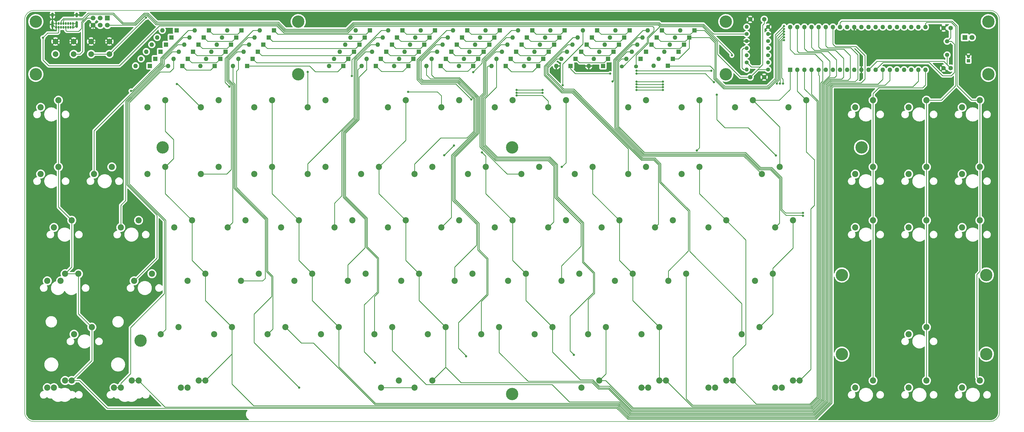
<source format=gbr>
G04 #@! TF.GenerationSoftware,KiCad,Pcbnew,(6.0.1)*
G04 #@! TF.CreationDate,2022-06-22T21:40:43-07:00*
G04 #@! TF.ProjectId,mysterium-pcb,6d797374-6572-4697-956d-2d7063622e6b,rev?*
G04 #@! TF.SameCoordinates,Original*
G04 #@! TF.FileFunction,Copper,L2,Bot*
G04 #@! TF.FilePolarity,Positive*
%FSLAX46Y46*%
G04 Gerber Fmt 4.6, Leading zero omitted, Abs format (unit mm)*
G04 Created by KiCad (PCBNEW (6.0.1)) date 2022-06-22 21:40:43*
%MOMM*%
%LPD*%
G01*
G04 APERTURE LIST*
G04 #@! TA.AperFunction,Profile*
%ADD10C,0.150000*%
G04 #@! TD*
G04 #@! TA.AperFunction,ComponentPad*
%ADD11C,2.200000*%
G04 #@! TD*
G04 #@! TA.AperFunction,ComponentPad*
%ADD12R,1.200000X1.200000*%
G04 #@! TD*
G04 #@! TA.AperFunction,ComponentPad*
%ADD13C,1.200000*%
G04 #@! TD*
G04 #@! TA.AperFunction,ComponentPad*
%ADD14R,1.800000X1.800000*%
G04 #@! TD*
G04 #@! TA.AperFunction,ComponentPad*
%ADD15C,1.800000*%
G04 #@! TD*
G04 #@! TA.AperFunction,ComponentPad*
%ADD16R,1.600000X1.600000*%
G04 #@! TD*
G04 #@! TA.AperFunction,ComponentPad*
%ADD17O,1.600000X1.600000*%
G04 #@! TD*
G04 #@! TA.AperFunction,ComponentPad*
%ADD18C,4.400000*%
G04 #@! TD*
G04 #@! TA.AperFunction,ComponentPad*
%ADD19C,2.000000*%
G04 #@! TD*
G04 #@! TA.AperFunction,ComponentPad*
%ADD20C,1.600000*%
G04 #@! TD*
G04 #@! TA.AperFunction,ComponentPad*
%ADD21C,1.400000*%
G04 #@! TD*
G04 #@! TA.AperFunction,ComponentPad*
%ADD22R,1.700000X1.700000*%
G04 #@! TD*
G04 #@! TA.AperFunction,ComponentPad*
%ADD23C,1.700000*%
G04 #@! TD*
G04 #@! TA.AperFunction,ComponentPad*
%ADD24O,1.400000X1.400000*%
G04 #@! TD*
G04 #@! TA.AperFunction,ComponentPad*
%ADD25O,0.650000X1.000000*%
G04 #@! TD*
G04 #@! TA.AperFunction,ComponentPad*
%ADD26O,0.900000X1.700000*%
G04 #@! TD*
G04 #@! TA.AperFunction,ComponentPad*
%ADD27O,0.900000X2.400000*%
G04 #@! TD*
G04 #@! TA.AperFunction,ComponentPad*
%ADD28C,1.500000*%
G04 #@! TD*
G04 #@! TA.AperFunction,ViaPad*
%ADD29C,0.800000*%
G04 #@! TD*
G04 #@! TA.AperFunction,Conductor*
%ADD30C,0.250000*%
G04 #@! TD*
G04 APERTURE END LIST*
D10*
X40451560Y-55313500D02*
G75*
G03*
X37147501Y-58623559I2999J-3307058D01*
G01*
X384810000Y-58617560D02*
G75*
G03*
X381499941Y-55313501I-3307058J-2999D01*
G01*
X381505940Y-201930000D02*
G75*
G03*
X384809999Y-198619941I-2999J3307058D01*
G01*
X384810000Y-58617560D02*
X384809999Y-198619941D01*
X37147500Y-198625940D02*
X37147501Y-58623559D01*
X37147500Y-198625940D02*
G75*
G03*
X40457559Y-201929999I3307058J2999D01*
G01*
X40451560Y-55313500D02*
X381499941Y-55313500D01*
X381505940Y-201930000D02*
X40457559Y-201929999D01*
D11*
X68262500Y-111125000D03*
X61912500Y-113665000D03*
X211137500Y-130175000D03*
X204787500Y-132715000D03*
D12*
X373741883Y-73225132D03*
D13*
X373741883Y-71725132D03*
D14*
X372466883Y-64929933D03*
D15*
X375006883Y-64929933D03*
D16*
X250983564Y-64922400D03*
D17*
X245903564Y-64922400D03*
D16*
X122301000Y-67462400D03*
D17*
X117221000Y-67462400D03*
D16*
X241315681Y-62382400D03*
D17*
X236235681Y-62382400D03*
D16*
X276034330Y-62382400D03*
D17*
X270954330Y-62382400D03*
D16*
X185559593Y-75082400D03*
D17*
X180479593Y-75082400D03*
D16*
X197131514Y-75082400D03*
D17*
X192051514Y-75082400D03*
D16*
X310139000Y-76459000D03*
D17*
X312679000Y-76459000D03*
X315219000Y-76459000D03*
X317759000Y-76459000D03*
X320299000Y-76459000D03*
X322839000Y-76459000D03*
X325379000Y-76459000D03*
X327919000Y-76459000D03*
X330459000Y-76459000D03*
X332999000Y-76459000D03*
X335539000Y-76459000D03*
X338079000Y-76459000D03*
X340619000Y-76459000D03*
X343159000Y-76459000D03*
X345699000Y-76459000D03*
X348239000Y-76459000D03*
X350779000Y-76459000D03*
X353319000Y-76459000D03*
X355859000Y-76459000D03*
X358399000Y-76459000D03*
X358399000Y-61219000D03*
X355859000Y-61219000D03*
X353319000Y-61219000D03*
X350779000Y-61219000D03*
X348239000Y-61219000D03*
X345699000Y-61219000D03*
X343159000Y-61219000D03*
X340619000Y-61219000D03*
X338079000Y-61219000D03*
X335539000Y-61219000D03*
X332999000Y-61219000D03*
X330459000Y-61219000D03*
X327919000Y-61219000D03*
X325379000Y-61219000D03*
X322839000Y-61219000D03*
X320299000Y-61219000D03*
X317759000Y-61219000D03*
X315219000Y-61219000D03*
X312679000Y-61219000D03*
X310139000Y-61219000D03*
D18*
X41147500Y-59313500D03*
X41147500Y-78063500D03*
X380810000Y-78063500D03*
X380810000Y-59313500D03*
X134734300Y-59313500D03*
X211016251Y-104152700D03*
X211016251Y-192163700D03*
X335597500Y-104152700D03*
X86360000Y-104152700D03*
X78498700Y-173037500D03*
X328583688Y-149669500D03*
X380120412Y-149669500D03*
X328583688Y-177904900D03*
X380120412Y-177904900D03*
D19*
X67385000Y-66375899D03*
X60885000Y-66375899D03*
X60885000Y-70875899D03*
X67385000Y-70875899D03*
D20*
X367371883Y-61579833D03*
X364871883Y-61579833D03*
X367371883Y-75880033D03*
X364871883Y-75880033D03*
X300913800Y-58470800D03*
X295913800Y-58470800D03*
X295899200Y-79095600D03*
X300899200Y-79095600D03*
D16*
X91344500Y-62382400D03*
D17*
X86264500Y-62382400D03*
D18*
X287223200Y-59313500D03*
D16*
X102917383Y-62382400D03*
D17*
X97837383Y-62382400D03*
D16*
X114490266Y-62382400D03*
D17*
X109410266Y-62382400D03*
D16*
X126063149Y-62382400D03*
D17*
X120983149Y-62382400D03*
D16*
X160305500Y-62382400D03*
D17*
X155225500Y-62382400D03*
D16*
X171878383Y-62382400D03*
D17*
X166798383Y-62382400D03*
D16*
X183451266Y-62382400D03*
D17*
X178371266Y-62382400D03*
D16*
X195024149Y-62382400D03*
D17*
X189944149Y-62382400D03*
D16*
X206597032Y-62382400D03*
D17*
X201517032Y-62382400D03*
D16*
X218169915Y-62382400D03*
D17*
X213089915Y-62382400D03*
D16*
X229742798Y-62382400D03*
D17*
X224662798Y-62382400D03*
D16*
X252888564Y-62382400D03*
D17*
X247808564Y-62382400D03*
D16*
X264461447Y-62382400D03*
D17*
X259381447Y-62382400D03*
D16*
X270319330Y-70002400D03*
D17*
X265239330Y-70002400D03*
D16*
X89487351Y-64922400D03*
D17*
X84407351Y-64922400D03*
D16*
X101060234Y-64922400D03*
D17*
X95980234Y-64922400D03*
D16*
X112633117Y-64922400D03*
D17*
X107553117Y-64922400D03*
D16*
X124206000Y-64922400D03*
D17*
X119126000Y-64922400D03*
D16*
X158400500Y-64922400D03*
D17*
X153320500Y-64922400D03*
D16*
X169973383Y-64922400D03*
D17*
X164893383Y-64922400D03*
D16*
X181546266Y-64922400D03*
D17*
X176466266Y-64922400D03*
D16*
X193119149Y-64922400D03*
D17*
X188039149Y-64922400D03*
D16*
X204692032Y-64922400D03*
D17*
X199612032Y-64922400D03*
D16*
X216264915Y-64922400D03*
D17*
X211184915Y-64922400D03*
D16*
X227837798Y-64922400D03*
D17*
X222757798Y-64922400D03*
D16*
X239410681Y-64922400D03*
D17*
X234330681Y-64922400D03*
D16*
X262556447Y-64922400D03*
D17*
X257476447Y-64922400D03*
D16*
X274129330Y-64922400D03*
D17*
X269049330Y-64922400D03*
D16*
X268350660Y-72542400D03*
D17*
X263270660Y-72542400D03*
D16*
X258746447Y-70002400D03*
D17*
X253666447Y-70002400D03*
D16*
X87582351Y-67462400D03*
D17*
X82502351Y-67462400D03*
D16*
X99155234Y-67462400D03*
D17*
X94075234Y-67462400D03*
D16*
X110728117Y-67462400D03*
D17*
X105648117Y-67462400D03*
D16*
X156558830Y-67462400D03*
D17*
X151478830Y-67462400D03*
D16*
X168131713Y-67462400D03*
D17*
X163051713Y-67462400D03*
D16*
X179704596Y-67462400D03*
D17*
X174624596Y-67462400D03*
D16*
X191277479Y-67462400D03*
D17*
X186197479Y-67462400D03*
D16*
X202850362Y-67462400D03*
D17*
X197770362Y-67462400D03*
D16*
X214423245Y-67462400D03*
D17*
X209343245Y-67462400D03*
D16*
X225996128Y-67462400D03*
D17*
X220916128Y-67462400D03*
D16*
X237569011Y-67462400D03*
D17*
X232489011Y-67462400D03*
D16*
X249141894Y-67462400D03*
D17*
X244061894Y-67462400D03*
D16*
X260714777Y-67462400D03*
D17*
X255634777Y-67462400D03*
D16*
X272287660Y-67462400D03*
D17*
X267207660Y-67462400D03*
D16*
X266576508Y-75057000D03*
D17*
X261496508Y-75057000D03*
D16*
X256777777Y-72542400D03*
D17*
X251697777Y-72542400D03*
D16*
X85629500Y-70002400D03*
D17*
X80549500Y-70002400D03*
D16*
X97202383Y-70002400D03*
D17*
X92122383Y-70002400D03*
D16*
X108775266Y-70002400D03*
D17*
X103695266Y-70002400D03*
D16*
X120348149Y-70002400D03*
D17*
X115268149Y-70002400D03*
D16*
X154590500Y-70002400D03*
D17*
X149510500Y-70002400D03*
D16*
X166163383Y-70002400D03*
D17*
X161083383Y-70002400D03*
D16*
X177736266Y-70002400D03*
D17*
X172656266Y-70002400D03*
D16*
X189309149Y-70002400D03*
D17*
X184229149Y-70002400D03*
D16*
X200882032Y-70002400D03*
D17*
X195802032Y-70002400D03*
D16*
X212454915Y-70002400D03*
D17*
X207374915Y-70002400D03*
D16*
X224027798Y-70002400D03*
D17*
X218947798Y-70002400D03*
D16*
X235600681Y-70002400D03*
D17*
X230520681Y-70002400D03*
D16*
X247173564Y-70002400D03*
D17*
X242093564Y-70002400D03*
D16*
X83772351Y-72542400D03*
D17*
X78692351Y-72542400D03*
D16*
X95345234Y-72542400D03*
D17*
X90265234Y-72542400D03*
D16*
X106918117Y-72542400D03*
D17*
X101838117Y-72542400D03*
D16*
X118491000Y-72542400D03*
D17*
X113411000Y-72542400D03*
D16*
X152621830Y-72542400D03*
D17*
X147541830Y-72542400D03*
D16*
X164194713Y-72542400D03*
D17*
X159114713Y-72542400D03*
D16*
X175767596Y-72542400D03*
D17*
X170687596Y-72542400D03*
D16*
X187340479Y-72542400D03*
D17*
X182260479Y-72542400D03*
D16*
X198913362Y-72542400D03*
D17*
X193833362Y-72542400D03*
D16*
X210486245Y-72542400D03*
D17*
X205406245Y-72542400D03*
D16*
X222059128Y-72542400D03*
D17*
X216979128Y-72542400D03*
D16*
X233632011Y-72542400D03*
D17*
X228552011Y-72542400D03*
D16*
X245204894Y-72542400D03*
D17*
X240124894Y-72542400D03*
D16*
X81804579Y-75082400D03*
D17*
X76724579Y-75082400D03*
D16*
X93376500Y-75082400D03*
D17*
X88296500Y-75082400D03*
D16*
X104948421Y-75082400D03*
D17*
X99868421Y-75082400D03*
D16*
X116520342Y-75082400D03*
D17*
X111440342Y-75082400D03*
D16*
X150843830Y-75082400D03*
D17*
X145763830Y-75082400D03*
D16*
X162415751Y-75082400D03*
D17*
X157335751Y-75082400D03*
D16*
X173987672Y-75082400D03*
D17*
X168907672Y-75082400D03*
D16*
X208703435Y-75082400D03*
D17*
X203623435Y-75082400D03*
D16*
X220275356Y-75082400D03*
D17*
X215195356Y-75082400D03*
D16*
X231847277Y-75082400D03*
D17*
X226767277Y-75082400D03*
D16*
X243419198Y-75082400D03*
D17*
X238339198Y-75082400D03*
D21*
X255236125Y-75311000D03*
X250136125Y-75311000D03*
D22*
X66675000Y-58039000D03*
D23*
X66675000Y-60579000D03*
X64135000Y-58039000D03*
X64135000Y-60579000D03*
X61595000Y-58039000D03*
X61595000Y-60579000D03*
D21*
X302251491Y-61158976D03*
D24*
X294631491Y-61158976D03*
D21*
X294631491Y-63697152D03*
D24*
X302251491Y-63697152D03*
D21*
X302251491Y-68773504D03*
D24*
X294631491Y-68773504D03*
D21*
X302251491Y-71311680D03*
D24*
X294631491Y-71311680D03*
D21*
X302251491Y-76388033D03*
D24*
X294631491Y-76388033D03*
D21*
X302251491Y-66235328D03*
D24*
X294631491Y-66235328D03*
D21*
X294631491Y-73849856D03*
D24*
X302251491Y-73849856D03*
D19*
X48159600Y-66375899D03*
X54659600Y-66375899D03*
X54659600Y-70875899D03*
X48159600Y-70875899D03*
D11*
X49212500Y-87312500D03*
X42862500Y-89852500D03*
X87312500Y-87312500D03*
X80962500Y-89852500D03*
X106362500Y-87312500D03*
X100012500Y-89852500D03*
X125412500Y-87312500D03*
X119062500Y-89852500D03*
X144462500Y-87312500D03*
X138112500Y-89852500D03*
X173037500Y-87312500D03*
X166687500Y-89852500D03*
X192087500Y-87312500D03*
X185737500Y-89852500D03*
X211137500Y-87312500D03*
X204787500Y-89852500D03*
X230187500Y-87312500D03*
X223837500Y-89852500D03*
X258762500Y-87312500D03*
X252412500Y-89852500D03*
X277812500Y-87312500D03*
X271462500Y-89852500D03*
X296862500Y-87312500D03*
X290512500Y-89852500D03*
X315912500Y-87312500D03*
X309562500Y-89852500D03*
X339725000Y-87312500D03*
X333375000Y-89852500D03*
X358775000Y-87312500D03*
X352425000Y-89852500D03*
X377825000Y-87312500D03*
X371475000Y-89852500D03*
X49212500Y-111125000D03*
X42862500Y-113665000D03*
X87312500Y-111125000D03*
X80962500Y-113665000D03*
X106362500Y-111125000D03*
X100012500Y-113665000D03*
X125412500Y-111125000D03*
X119062500Y-113665000D03*
X144462500Y-111125000D03*
X138112500Y-113665000D03*
X163512500Y-111125000D03*
X157162500Y-113665000D03*
X182562500Y-111125000D03*
X176212500Y-113665000D03*
X201612500Y-111125000D03*
X195262500Y-113665000D03*
X220662500Y-111125000D03*
X214312500Y-113665000D03*
X239712500Y-111125000D03*
X233362500Y-113665000D03*
X258762500Y-111125000D03*
X252412500Y-113665000D03*
X277812500Y-111125000D03*
X271462500Y-113665000D03*
X306387500Y-111125000D03*
X300037500Y-113665000D03*
X339725000Y-111125000D03*
X333375000Y-113665000D03*
X358775000Y-111125000D03*
X352425000Y-113665000D03*
X377825000Y-111125000D03*
X371475000Y-113665000D03*
X53975000Y-130175000D03*
X47625000Y-132715000D03*
X77787500Y-130175000D03*
X71437500Y-132715000D03*
X115887500Y-130175000D03*
X109537500Y-132715000D03*
X134937500Y-130175000D03*
X128587500Y-132715000D03*
X153987500Y-130175000D03*
X147637500Y-132715000D03*
X173037500Y-130175000D03*
X166687500Y-132715000D03*
X192087500Y-130175000D03*
X185737500Y-132715000D03*
X230187500Y-130175000D03*
X223837500Y-132715000D03*
X249237500Y-130175000D03*
X242887500Y-132715000D03*
X268287500Y-130175000D03*
X261937500Y-132715000D03*
X287337500Y-130175000D03*
X280987500Y-132715000D03*
X311150000Y-130175000D03*
X304800000Y-132715000D03*
X339725000Y-130175000D03*
X333375000Y-132715000D03*
X358775000Y-130175000D03*
X352425000Y-132715000D03*
X377825000Y-130175000D03*
X371475000Y-132715000D03*
X56356250Y-149225000D03*
X50006250Y-151765000D03*
X51593750Y-149225000D03*
X45243750Y-151765000D03*
X82550000Y-149225000D03*
X76200000Y-151765000D03*
X101600000Y-149225000D03*
X95250000Y-151765000D03*
X120650000Y-149225000D03*
X114300000Y-151765000D03*
X139700000Y-149225000D03*
X133350000Y-151765000D03*
X158750000Y-149225000D03*
X152400000Y-151765000D03*
X177800000Y-149225000D03*
X171450000Y-151765000D03*
X196850000Y-149225000D03*
X190500000Y-151765000D03*
X215900000Y-149225000D03*
X209550000Y-151765000D03*
X234950000Y-149225000D03*
X228600000Y-151765000D03*
X254000000Y-149225000D03*
X247650000Y-151765000D03*
X61118750Y-168275000D03*
X54768750Y-170815000D03*
X92075000Y-168275000D03*
X85725000Y-170815000D03*
X111125000Y-168275000D03*
X104775000Y-170815000D03*
X130175000Y-168275000D03*
X123825000Y-170815000D03*
X149225000Y-168275000D03*
X142875000Y-170815000D03*
X168275000Y-168275000D03*
X161925000Y-170815000D03*
X187325000Y-168275000D03*
X180975000Y-170815000D03*
X206375000Y-168275000D03*
X200025000Y-170815000D03*
X225425000Y-168275000D03*
X219075000Y-170815000D03*
X244475000Y-168275000D03*
X238125000Y-170815000D03*
X358775000Y-168275000D03*
X352425000Y-170815000D03*
X53975000Y-187325000D03*
X47625000Y-189865000D03*
X51593750Y-187325000D03*
X45243750Y-189865000D03*
X75406250Y-187325000D03*
X69056250Y-189865000D03*
X77787500Y-187325000D03*
X71437500Y-189865000D03*
X101600000Y-187325000D03*
X95250000Y-189865000D03*
X99218750Y-187325000D03*
X92868750Y-189865000D03*
X170656250Y-187325000D03*
X164306250Y-189865000D03*
X182562500Y-187325000D03*
X176212500Y-189865000D03*
X242093750Y-187325000D03*
X235743750Y-189865000D03*
X339725000Y-187325000D03*
X333375000Y-189865000D03*
X358775000Y-187325000D03*
X352425000Y-189865000D03*
X377825000Y-187325000D03*
X371475000Y-189865000D03*
D25*
X54384600Y-61315600D03*
X53534600Y-61315600D03*
X52684600Y-61315600D03*
X51834600Y-61315600D03*
X50984600Y-61315600D03*
X50134600Y-61315600D03*
X49284600Y-61315600D03*
X48434600Y-61315600D03*
X48429600Y-59990600D03*
X49279600Y-59990600D03*
X50129600Y-59990600D03*
X50979600Y-59990600D03*
X51829600Y-59990600D03*
X52679600Y-59990600D03*
X53529600Y-59990600D03*
X54384600Y-59990600D03*
D26*
X47084600Y-56955600D03*
X55734600Y-56955600D03*
D27*
X47084600Y-60335600D03*
X55734600Y-60335600D03*
D28*
X366121883Y-66279933D03*
X366121883Y-71159933D03*
D18*
X134734300Y-78063500D03*
X287223200Y-78063500D03*
D11*
X287337500Y-187325000D03*
X280987500Y-189865000D03*
X299243750Y-168281350D03*
X292893750Y-170821350D03*
X311150000Y-187325000D03*
X304800000Y-189865000D03*
X273050000Y-149225000D03*
X266700000Y-151765000D03*
X263525000Y-168275000D03*
X257175000Y-170815000D03*
X96837500Y-130175000D03*
X90487500Y-132715000D03*
X265906250Y-187325000D03*
X259556250Y-189865000D03*
X304006250Y-149225000D03*
X297656250Y-151765000D03*
X313531250Y-187325000D03*
X307181250Y-189865000D03*
X263525000Y-187325000D03*
X257175000Y-189865000D03*
X289718750Y-187325000D03*
X283368750Y-189865000D03*
D29*
X233934000Y-76835000D03*
X338836000Y-72390000D03*
X80464538Y-57838462D03*
X75116560Y-84006560D03*
X91440000Y-81534000D03*
X110123092Y-82447843D03*
X138125200Y-77216000D03*
X153885300Y-78689200D03*
X173956461Y-84341300D03*
X196452001Y-87062799D03*
X212593701Y-85648800D03*
X197104000Y-77299701D03*
X221843600Y-84651745D03*
X212593701Y-84647649D03*
X255397000Y-83693000D03*
X264795000Y-83693000D03*
X221843600Y-83646499D03*
X212593701Y-83646499D03*
X229006400Y-81940400D03*
X255397000Y-82677000D03*
X264795000Y-82693497D03*
X255397000Y-81677497D03*
X264795000Y-81693994D03*
X255397000Y-80677994D03*
X264795000Y-80694491D03*
X246845178Y-80645000D03*
X314706000Y-128524000D03*
X283972000Y-85344000D03*
X305054000Y-107061000D03*
X314706000Y-127524497D03*
X233045000Y-178181000D03*
X135064500Y-189801500D03*
X162052000Y-180975000D03*
X194564000Y-178689000D03*
X245999000Y-77847429D03*
X283001783Y-80853217D03*
X255397000Y-77847429D03*
X282067000Y-76835000D03*
X255397000Y-76835000D03*
X289368320Y-71311680D03*
X43688000Y-65024000D03*
X307975000Y-60882491D03*
X307975000Y-61881994D03*
X307975000Y-62881497D03*
X307594000Y-81374707D03*
X307975000Y-65913000D03*
X307975000Y-64913497D03*
X306484341Y-81374707D03*
X307975000Y-63881000D03*
X305374683Y-81374707D03*
X190246000Y-103505000D03*
X186817000Y-106934000D03*
X200279000Y-105918000D03*
X228727000Y-111125000D03*
X276860000Y-105232419D03*
D30*
X362697716Y-63754000D02*
X364871883Y-61579833D01*
X335470500Y-63690500D02*
X335534000Y-63754000D01*
X54384600Y-59990600D02*
X55389600Y-59990600D01*
X338836000Y-67056000D02*
X335470500Y-63690500D01*
X54754600Y-61315600D02*
X55734600Y-60335600D01*
X54384600Y-61315600D02*
X54754600Y-61315600D01*
X48159600Y-66375899D02*
X54659600Y-66375899D01*
X48429600Y-59990600D02*
X47429600Y-59990600D01*
X48064600Y-61315600D02*
X47084600Y-60335600D01*
X48434600Y-61315600D02*
X48064600Y-61315600D01*
X47429600Y-59990600D02*
X47084600Y-60335600D01*
X235686600Y-75082400D02*
X233934000Y-76835000D01*
X332999000Y-61219000D02*
X335470500Y-63690500D01*
X238339198Y-75082400D02*
X235686600Y-75082400D01*
X335534000Y-63754000D02*
X362697716Y-63754000D01*
X61595000Y-65665899D02*
X60885000Y-66375899D01*
X61595000Y-60579000D02*
X61595000Y-65665899D01*
X67385000Y-66375899D02*
X60885000Y-66375899D01*
X338836000Y-72390000D02*
X338836000Y-67056000D01*
X47084600Y-56955600D02*
X47084600Y-60335600D01*
X55389600Y-59990600D02*
X55734600Y-60335600D01*
X79544450Y-58716450D02*
X67385000Y-70875899D01*
X60885000Y-70875899D02*
X67385000Y-70875899D01*
X79544450Y-58716450D02*
X80422438Y-57838462D01*
X80422438Y-57838462D02*
X80464538Y-57838462D01*
X364490000Y-78613000D02*
X359732520Y-73855520D01*
X368739480Y-67368480D02*
X368739480Y-77411520D01*
X359732520Y-73855520D02*
X343222480Y-73855520D01*
X366121883Y-66279933D02*
X367650933Y-66279933D01*
X367371883Y-61579833D02*
X367371883Y-65029933D01*
X367650933Y-66279933D02*
X368739480Y-67368480D01*
X367538000Y-78613000D02*
X364490000Y-78613000D01*
X368739480Y-77411520D02*
X367538000Y-78613000D01*
X367371883Y-65029933D02*
X366121883Y-66279933D01*
X343222480Y-73855520D02*
X340619000Y-76459000D01*
X366121883Y-74630033D02*
X366281425Y-74789575D01*
X341132000Y-73406000D02*
X364897850Y-73406000D01*
X338079000Y-76459000D02*
X341132000Y-73406000D01*
X366281425Y-74789575D02*
X367371883Y-75880033D01*
X364897850Y-73406000D02*
X366281425Y-74789575D01*
X366121883Y-71159933D02*
X366121883Y-74630033D01*
X278892717Y-61087000D02*
X284218320Y-66412603D01*
X255236125Y-75082400D02*
X255236125Y-71281593D01*
X152263833Y-62873449D02*
X154626802Y-60510480D01*
X299511400Y-75483400D02*
X300355000Y-74639800D01*
X300355000Y-74639800D02*
X300355000Y-60520328D01*
X284218320Y-70934520D02*
X292379400Y-79095600D01*
X76699386Y-60579000D02*
X80164435Y-57113951D01*
X255236125Y-71281593D02*
X259590266Y-66927452D01*
X296265035Y-75483400D02*
X299511400Y-75483400D01*
X129803167Y-62873449D02*
X152263833Y-62873449D01*
X263075480Y-60510480D02*
X263652000Y-61087000D01*
X292379400Y-79095600D02*
X295899200Y-79095600D01*
X300913800Y-59961528D02*
X300913800Y-58470800D01*
X284218320Y-66412603D02*
X284218320Y-70934520D01*
X263652000Y-61087000D02*
X278892717Y-61087000D01*
X298606767Y-76388033D02*
X299511400Y-75483400D01*
X298606767Y-76388033D02*
X302251491Y-76388033D01*
X154626802Y-60510480D02*
X263075480Y-60510480D01*
X66675000Y-60579000D02*
X76699386Y-60579000D01*
X259590266Y-66927452D02*
X259590266Y-65148734D01*
X80164435Y-57113951D02*
X80764641Y-57113951D01*
X295899200Y-79095600D02*
X298606767Y-76388033D01*
X84034170Y-60383480D02*
X127313197Y-60383480D01*
X294631491Y-73849856D02*
X296265035Y-75483400D01*
X80764641Y-57113951D02*
X84034170Y-60383480D01*
X127313197Y-60383480D02*
X129803167Y-62873449D01*
X300355000Y-60520328D02*
X300913800Y-59961528D01*
X259590266Y-65148734D02*
X263652000Y-61087000D01*
X85598000Y-72282922D02*
X95498522Y-62382400D01*
X95498522Y-62382400D02*
X97837383Y-62382400D01*
X82169000Y-77343000D02*
X75505440Y-84006560D01*
X82169000Y-77343000D02*
X85598000Y-73914000D01*
X85598000Y-73914000D02*
X85598000Y-72282922D01*
X75505440Y-84006560D02*
X75116560Y-84006560D01*
X100012500Y-89852500D02*
X91694000Y-81534000D01*
X120983149Y-62382400D02*
X118644288Y-62382400D01*
X118644288Y-62382400D02*
X108890688Y-72136000D01*
X108660361Y-72366329D02*
X108660361Y-80985112D01*
X108890688Y-72136000D02*
X108660361Y-72366329D01*
X108660361Y-80985112D02*
X110123092Y-82447843D01*
X138112500Y-77228700D02*
X138125200Y-77216000D01*
X138112500Y-89852500D02*
X138112500Y-77228700D01*
X164363400Y-62382400D02*
X166798383Y-62382400D01*
X153885300Y-72860500D02*
X153885300Y-78689200D01*
X154609800Y-72136000D02*
X153885300Y-72860500D01*
X154609800Y-72136000D02*
X164363400Y-62382400D01*
X184366500Y-84341300D02*
X185737500Y-85712300D01*
X173956461Y-84341300D02*
X184366500Y-84341300D01*
X185737500Y-85712300D02*
X185737500Y-89852500D01*
X187605288Y-62382400D02*
X189944149Y-62382400D01*
X177038000Y-75971400D02*
X177038000Y-72949688D01*
X189788800Y-81526320D02*
X190915522Y-81526320D01*
X178604402Y-81526320D02*
X189788800Y-81526320D01*
X177038000Y-79959918D02*
X178604402Y-81526320D01*
X177038000Y-72949688D02*
X187605288Y-62382400D01*
X177038000Y-75971400D02*
X177038000Y-79959918D01*
X190915522Y-81526320D02*
X196452001Y-87062799D01*
X221843600Y-85648800D02*
X223837500Y-87642700D01*
X223837500Y-87642700D02*
X223837500Y-89852500D01*
X212801200Y-85648800D02*
X221843600Y-85648800D01*
X197104000Y-77299701D02*
X200286254Y-74117447D01*
X212731290Y-84651745D02*
X221672255Y-84651745D01*
X210751054Y-62382400D02*
X213089915Y-62382400D01*
X200286254Y-74117447D02*
X200286254Y-72847200D01*
X200286254Y-72847200D02*
X210751054Y-62382400D01*
X255397000Y-83693000D02*
X264795000Y-83693000D01*
X212593701Y-83646499D02*
X221797099Y-83646499D01*
X229006400Y-74433577D02*
X229006400Y-79425800D01*
X236235681Y-67204296D02*
X229006400Y-74433577D01*
X255413497Y-82693497D02*
X255397000Y-82677000D01*
X229006400Y-79425800D02*
X229006400Y-81940400D01*
X236235681Y-62382400D02*
X236235681Y-67204296D01*
X264795000Y-82693497D02*
X255413497Y-82693497D01*
X255397000Y-81677497D02*
X255413497Y-81693994D01*
X255413497Y-81693994D02*
X264795000Y-81693994D01*
X247120158Y-80369158D02*
X247120158Y-80370020D01*
X247120158Y-80370020D02*
X246845178Y-80645000D01*
X247120158Y-72876158D02*
X247120158Y-80369158D01*
X264778503Y-80677994D02*
X264795000Y-80694491D01*
X259381447Y-62382400D02*
X257613916Y-62382400D01*
X255397000Y-80677994D02*
X264778503Y-80677994D01*
X257613916Y-62382400D02*
X247120158Y-72876158D01*
X86047520Y-72469120D02*
X93594240Y-64922400D01*
X61912500Y-113665000D02*
X61912500Y-98235218D01*
X93594240Y-64922400D02*
X95980234Y-64922400D01*
X61912500Y-98235218D02*
X86047520Y-74100197D01*
X86047520Y-74100197D02*
X86047520Y-72469120D01*
X109220000Y-113665000D02*
X110871000Y-112014000D01*
X110871000Y-112014000D02*
X110871000Y-82171153D01*
X100012500Y-113665000D02*
X109220000Y-113665000D01*
X110871000Y-82171153D02*
X109109881Y-80410032D01*
X109109881Y-80410032D02*
X109109881Y-72552526D01*
X116740007Y-64922400D02*
X119126000Y-64922400D01*
X109182703Y-72479703D02*
X116740007Y-64922400D01*
X109109881Y-72552526D02*
X109182703Y-72479703D01*
X164893383Y-64922400D02*
X162459118Y-64922400D01*
X154609800Y-72771718D02*
X154609800Y-93522800D01*
X154609800Y-93522800D02*
X138112500Y-110020100D01*
X138112500Y-110020100D02*
X138112500Y-113665000D01*
X162459118Y-64922400D02*
X154609800Y-72771718D01*
X185496200Y-100812600D02*
X194868800Y-100812600D01*
X177487520Y-79773720D02*
X177487520Y-73135886D01*
X176212500Y-113665000D02*
X176212500Y-110096300D01*
X178790600Y-81076800D02*
X177487520Y-79773720D01*
X197281800Y-86868000D02*
X191490600Y-81076800D01*
X176212500Y-110096300D02*
X185496200Y-100812600D01*
X194868800Y-100812600D02*
X197281800Y-98399600D01*
X177487520Y-73135886D02*
X185701006Y-64922400D01*
X185701006Y-64922400D02*
X188039149Y-64922400D01*
X191490600Y-81076800D02*
X178790600Y-81076800D01*
X197281800Y-98399600D02*
X197281800Y-86868000D01*
X199529400Y-103974600D02*
X199529400Y-85937014D01*
X199529400Y-85937014D02*
X200735774Y-84730640D01*
X200735774Y-73033398D02*
X208846772Y-64922400D01*
X209219800Y-113665000D02*
X199529400Y-103974600D01*
X200735774Y-84730640D02*
X200735774Y-73033398D01*
X208846772Y-64922400D02*
X211184915Y-64922400D01*
X214312500Y-113665000D02*
X209219800Y-113665000D01*
X234330681Y-64922400D02*
X232684378Y-64922400D01*
X232684378Y-64922400D02*
X222427800Y-75178978D01*
X222427800Y-78435200D02*
X228701600Y-84709000D01*
X232460800Y-84709000D02*
X252412500Y-104660700D01*
X228701600Y-84709000D02*
X232460800Y-84709000D01*
X252412500Y-104660700D02*
X252412500Y-113665000D01*
X222427800Y-75178978D02*
X222427800Y-78435200D01*
X257600151Y-107305479D02*
X247569678Y-97275006D01*
X255709634Y-64922400D02*
X257476447Y-64922400D01*
X247569678Y-73062356D02*
X255709634Y-64922400D01*
X300037500Y-113665000D02*
X293677979Y-107305479D01*
X247569678Y-97275006D02*
X247569678Y-73062356D01*
X293677979Y-107305479D02*
X257600151Y-107305479D01*
X257972547Y-106406439D02*
X294050375Y-106406439D01*
X294050375Y-106406439D02*
X299335416Y-111691480D01*
X253666447Y-70002400D02*
X251901070Y-70002400D01*
X308678520Y-128397000D02*
X314579000Y-128397000D01*
X303327779Y-111691480D02*
X306773520Y-115137222D01*
X314579000Y-128397000D02*
X314706000Y-128524000D01*
X251901070Y-70002400D02*
X248468718Y-73434752D01*
X306773520Y-126492000D02*
X308678520Y-128397000D01*
X248468718Y-96902610D02*
X257972547Y-106406439D01*
X248468718Y-73434752D02*
X248468718Y-96902610D01*
X299335416Y-111691480D02*
X303327779Y-111691480D01*
X306773520Y-115137222D02*
X306773520Y-126492000D01*
X71437500Y-132715000D02*
X71437500Y-124777500D01*
X91689958Y-67462400D02*
X94075234Y-67462400D01*
X73152000Y-123063000D02*
X73152000Y-87631435D01*
X86497040Y-74286394D02*
X86497040Y-72655318D01*
X71437500Y-124777500D02*
X73152000Y-123063000D01*
X86497040Y-72655318D02*
X91689958Y-67462400D01*
X73152000Y-87631435D02*
X86497040Y-74286394D01*
X111320520Y-81984956D02*
X109559401Y-80223835D01*
X109559401Y-72738723D02*
X109559401Y-79714401D01*
X109559401Y-80223835D02*
X109559401Y-79714401D01*
X109537500Y-132715000D02*
X111320520Y-130931980D01*
X114835724Y-67462400D02*
X109559401Y-72738723D01*
X114835724Y-67462400D02*
X117221000Y-67462400D01*
X111320520Y-130931980D02*
X111320520Y-81984956D01*
X155059320Y-72957916D02*
X160554836Y-67462400D01*
X147637500Y-132715000D02*
X147637500Y-124040900D01*
X160554836Y-67462400D02*
X163051713Y-67462400D01*
X155059320Y-93708998D02*
X155059320Y-72957916D01*
X147637500Y-124040900D02*
X150241359Y-121437041D01*
X150241359Y-98526959D02*
X155059320Y-93708998D01*
X150241359Y-121437041D02*
X150241359Y-98526959D01*
X178976798Y-80627280D02*
X177937040Y-79587522D01*
X177937040Y-79587522D02*
X177937040Y-73322084D01*
X189331600Y-106985517D02*
X197731320Y-98585797D01*
X185737500Y-132715000D02*
X189331600Y-129120900D01*
X189331600Y-129120900D02*
X189331600Y-106985517D01*
X197731320Y-98585797D02*
X197731320Y-86681802D01*
X183796724Y-67462400D02*
X186197479Y-67462400D01*
X197731320Y-86681802D02*
X191676797Y-80627280D01*
X191676797Y-80627280D02*
X178976798Y-80627280D01*
X177937040Y-73322084D02*
X183796724Y-67462400D01*
X201185294Y-73219596D02*
X201185294Y-84950426D01*
X206942490Y-67462400D02*
X201185294Y-73219596D01*
X199978920Y-103788402D02*
X205080318Y-108889800D01*
X201185294Y-84950426D02*
X199978920Y-86156800D01*
X223901000Y-108889800D02*
X225831400Y-110820200D01*
X225831400Y-110820200D02*
X225831400Y-130721100D01*
X199978920Y-86156800D02*
X199978920Y-103788402D01*
X209343245Y-67462400D02*
X206942490Y-67462400D01*
X225831400Y-130721100D02*
X223837500Y-132715000D01*
X205080318Y-108889800D02*
X223901000Y-108889800D01*
X263144000Y-110337600D02*
X263144000Y-131508500D01*
X263144000Y-131508500D02*
X261937500Y-132715000D01*
X228887798Y-84259480D02*
X232646998Y-84259480D01*
X222877320Y-78249002D02*
X228887798Y-84259480D01*
X261569200Y-108762800D02*
X263144000Y-110337600D01*
X232489011Y-67462400D02*
X230780096Y-67462400D01*
X230780096Y-67462400D02*
X222877320Y-75365176D01*
X232646998Y-84259480D02*
X257150318Y-108762800D01*
X257150318Y-108762800D02*
X261569200Y-108762800D01*
X222877320Y-75365176D02*
X222877320Y-78249002D01*
X253805352Y-67462400D02*
X248019198Y-73248554D01*
X299149218Y-112141000D02*
X303141581Y-112141000D01*
X293864177Y-106855959D02*
X299149218Y-112141000D01*
X248019198Y-97088808D02*
X257786349Y-106855959D01*
X255634777Y-67462400D02*
X253805352Y-67462400D01*
X303141581Y-112141000D02*
X306324000Y-115323419D01*
X257786349Y-106855959D02*
X293864177Y-106855959D01*
X248019198Y-73248554D02*
X248019198Y-97088808D01*
X306324000Y-115323419D02*
X306324000Y-131191000D01*
X306324000Y-131191000D02*
X304800000Y-132715000D01*
X286893000Y-97155000D02*
X283972000Y-94234000D01*
X283972000Y-94234000D02*
X283972000Y-85344000D01*
X295148000Y-97155000D02*
X286893000Y-97155000D01*
X305054000Y-107061000D02*
X297180000Y-99187000D01*
X297180000Y-99187000D02*
X295148000Y-97155000D01*
X307223040Y-126238000D02*
X308509537Y-127524497D01*
X303513977Y-111241960D02*
X307223040Y-114951025D01*
X299521614Y-111241960D02*
X303513977Y-111241960D01*
X294236573Y-105956919D02*
X299521614Y-111241960D01*
X249996788Y-72542400D02*
X248918238Y-73620950D01*
X248918238Y-96716412D02*
X258158745Y-105956919D01*
X258158745Y-105956919D02*
X294236573Y-105956919D01*
X308509537Y-127524497D02*
X314706000Y-127524497D01*
X251697777Y-72542400D02*
X249996788Y-72542400D01*
X248918238Y-73620950D02*
X248918238Y-96716412D01*
X307223040Y-114951025D02*
X307223040Y-126238000D01*
X84328000Y-143637000D02*
X76200000Y-151765000D01*
X89785676Y-70002400D02*
X86946560Y-72841516D01*
X92122383Y-70002400D02*
X89785676Y-70002400D01*
X86946560Y-74472592D02*
X73601520Y-87817632D01*
X86946560Y-72841516D02*
X86946560Y-74472592D01*
X73601520Y-117543520D02*
X84328000Y-128270000D01*
X84328000Y-128270000D02*
X84328000Y-143637000D01*
X73601520Y-87817632D02*
X73601520Y-117543520D01*
X122047000Y-151765000D02*
X122936000Y-150876000D01*
X110008921Y-72924921D02*
X112931442Y-70002400D01*
X122936000Y-129921000D02*
X111770040Y-118755040D01*
X112931442Y-70002400D02*
X115268149Y-70002400D01*
X110008921Y-80037638D02*
X110008921Y-72924921D01*
X114300000Y-151765000D02*
X122047000Y-151765000D01*
X111770040Y-118755040D02*
X111770040Y-81798758D01*
X122936000Y-150876000D02*
X122936000Y-129921000D01*
X111770040Y-81798758D02*
X110008921Y-80037638D01*
X155508840Y-93895196D02*
X150698918Y-98705118D01*
X158683840Y-70002400D02*
X155508840Y-73177400D01*
X155508840Y-73177400D02*
X155508840Y-93895196D01*
X150698918Y-121946118D02*
X158496000Y-129743200D01*
X152400000Y-151765000D02*
X152400000Y-146100800D01*
X150698918Y-98705118D02*
X150698918Y-121946118D01*
X161083383Y-70002400D02*
X158683840Y-70002400D01*
X152400000Y-146100800D02*
X158496000Y-140004800D01*
X158496000Y-129743200D02*
X158496000Y-140004800D01*
X198180840Y-86495605D02*
X191862994Y-80177760D01*
X191862994Y-80177760D02*
X179162996Y-80177760D01*
X178485800Y-79500564D02*
X178485800Y-73409042D01*
X198297800Y-139065000D02*
X198297800Y-131622800D01*
X189781120Y-107171714D02*
X198180840Y-98771994D01*
X178485800Y-79500564D02*
X179162996Y-80177760D01*
X190500000Y-146862800D02*
X198297800Y-139065000D01*
X178485800Y-73409042D02*
X181892442Y-70002400D01*
X198180840Y-98771994D02*
X198180840Y-86495605D01*
X198297800Y-131622800D02*
X189781120Y-123106120D01*
X181892442Y-70002400D02*
X184229149Y-70002400D01*
X190500000Y-151765000D02*
X190500000Y-146862800D01*
X189781120Y-123106120D02*
X189781120Y-107171714D01*
X200428440Y-86342998D02*
X200428440Y-103602204D01*
X207374915Y-70002400D02*
X205038208Y-70002400D01*
X226280920Y-110634003D02*
X226280920Y-122097800D01*
X228600000Y-146380200D02*
X228600000Y-151765000D01*
X201634814Y-85136624D02*
X200428440Y-86342998D01*
X201634814Y-73405794D02*
X201634814Y-85136624D01*
X200428440Y-103602204D02*
X205266516Y-108440280D01*
X205038208Y-70002400D02*
X201634814Y-73405794D01*
X224087197Y-108440280D02*
X226280920Y-110634003D01*
X205266516Y-108440280D02*
X224087197Y-108440280D01*
X235577320Y-139402880D02*
X228600000Y-146380200D01*
X226280920Y-122097800D02*
X235577320Y-131394200D01*
X235577320Y-131394200D02*
X235577320Y-139402880D01*
X229184200Y-83809960D02*
X223326840Y-77952600D01*
X266700000Y-151765000D02*
X266700000Y-148234400D01*
X261755398Y-108313280D02*
X257336516Y-108313280D01*
X223326840Y-75551374D02*
X228875814Y-70002400D01*
X232833196Y-83809960D02*
X229184200Y-83809960D01*
X263593520Y-116586000D02*
X263593520Y-110151402D01*
X228875814Y-70002400D02*
X230520681Y-70002400D01*
X273862800Y-126855280D02*
X263593520Y-116586000D01*
X273862800Y-141071600D02*
X273862800Y-126855280D01*
X263593520Y-110151402D02*
X261755398Y-108313280D01*
X223326840Y-77952600D02*
X223326840Y-75551374D01*
X266700000Y-148234400D02*
X273862800Y-141071600D01*
X257336516Y-108313280D02*
X232833196Y-83809960D01*
X85474588Y-77216000D02*
X89027000Y-77216000D01*
X87444520Y-169095480D02*
X87444520Y-130115085D01*
X74500560Y-117171125D02*
X74500560Y-88190028D01*
X90265234Y-75977766D02*
X89027000Y-77216000D01*
X90265234Y-72542400D02*
X90265234Y-75977766D01*
X74500560Y-88190028D02*
X85474588Y-77216000D01*
X87444520Y-130115085D02*
X74500560Y-117171125D01*
X85725000Y-170815000D02*
X87444520Y-169095480D01*
X125671520Y-150113283D02*
X123835040Y-148276803D01*
X123835040Y-148276803D02*
X123835040Y-129548605D01*
X112669080Y-118382645D02*
X112669080Y-76941920D01*
X112669080Y-76941920D02*
X113411000Y-76200000D01*
X123835040Y-129548605D02*
X112669080Y-118382645D01*
X125671520Y-168968480D02*
X125671520Y-150113283D01*
X123825000Y-170815000D02*
X125671520Y-168968480D01*
X113411000Y-76200000D02*
X113411000Y-72542400D01*
X159114713Y-76239833D02*
X159114713Y-72542400D01*
X161925000Y-157302200D02*
X163347400Y-155879800D01*
X159395040Y-139632404D02*
X159395040Y-129370806D01*
X163347400Y-155879800D02*
X163347400Y-143584764D01*
X161925000Y-170815000D02*
X161925000Y-157302200D01*
X151597958Y-121573724D02*
X151597958Y-99077514D01*
X159201880Y-76327000D02*
X159114713Y-76239833D01*
X156407880Y-94267591D02*
X156407880Y-79121000D01*
X156407880Y-79121000D02*
X159201880Y-76327000D01*
X151597958Y-99077514D02*
X156407880Y-94267591D01*
X159395040Y-129370806D02*
X151597958Y-121573724D01*
X163347400Y-143584764D02*
X159395040Y-139632404D01*
X199079880Y-99144388D02*
X190680160Y-107544110D01*
X182260479Y-78298279D02*
X183240920Y-79278720D01*
X199079880Y-86123211D02*
X199079880Y-99144388D01*
X190680160Y-107544110D02*
X190680160Y-122733725D01*
X199196840Y-131250406D02*
X199196840Y-140547522D01*
X202404920Y-143755603D02*
X202404920Y-156751797D01*
X200025000Y-159131717D02*
X200025000Y-170815000D01*
X199196840Y-140547522D02*
X202404920Y-143755603D01*
X182260479Y-72542400D02*
X182260479Y-78298279D01*
X202404920Y-156751797D02*
X200025000Y-159131717D01*
X183240920Y-79278720D02*
X192235389Y-79278720D01*
X190680160Y-122733725D02*
X199196840Y-131250406D01*
X192235389Y-79278720D02*
X199079880Y-86123211D01*
X240377920Y-156192998D02*
X240377920Y-148861002D01*
X236476360Y-144959442D02*
X236476360Y-131021806D01*
X238125000Y-158445918D02*
X240377920Y-156192998D01*
X227179960Y-110261608D02*
X224459592Y-107541240D01*
X238125000Y-170815000D02*
X238125000Y-158445918D01*
X201327480Y-86715393D02*
X205406245Y-82636628D01*
X227179960Y-121725406D02*
X227179960Y-110261608D01*
X236476360Y-131021806D02*
X227179960Y-121725406D01*
X201327480Y-103229808D02*
X201327480Y-86715393D01*
X240377920Y-148861002D02*
X236476360Y-144959442D01*
X224459592Y-107541240D02*
X205638912Y-107541240D01*
X205638912Y-107541240D02*
X201327480Y-103229808D01*
X205406245Y-82636628D02*
X205406245Y-72542400D01*
X264043040Y-116399802D02*
X274312320Y-126669083D01*
X233019394Y-83360440D02*
X257518977Y-107860023D01*
X229370398Y-83360440D02*
X233019394Y-83360440D01*
X261937858Y-107860023D02*
X264043040Y-109965205D01*
X257518977Y-107860023D02*
X261937858Y-107860023D01*
X226971532Y-72542400D02*
X223776360Y-75737572D01*
X274312320Y-126669083D02*
X274312320Y-141257798D01*
X292893750Y-159839228D02*
X292893750Y-170821350D01*
X264043040Y-109965205D02*
X264043040Y-116399802D01*
X223776360Y-77766402D02*
X229370398Y-83360440D01*
X223776360Y-75737572D02*
X223776360Y-77766402D01*
X228552011Y-72542400D02*
X226971532Y-72542400D01*
X274312320Y-141257798D02*
X292893750Y-159839228D01*
X231673400Y-176707800D02*
X231673400Y-164261800D01*
X202084334Y-75490131D02*
X202084334Y-85322821D01*
X233001880Y-178036280D02*
X231673400Y-176707800D01*
X224273394Y-107990760D02*
X226730440Y-110447806D01*
X203623435Y-75082400D02*
X202492065Y-75082400D01*
X202084334Y-85322821D02*
X200877960Y-86529195D01*
X202492065Y-75082400D02*
X202084334Y-75490131D01*
X200877960Y-86529195D02*
X200877960Y-103416006D01*
X239928400Y-156006800D02*
X231673400Y-164261800D01*
X236026840Y-145145640D02*
X239928400Y-149047200D01*
X239928400Y-149047200D02*
X239928400Y-156006800D01*
X226730440Y-121911603D02*
X236026840Y-131208003D01*
X226730440Y-110447806D02*
X226730440Y-121911603D01*
X205452714Y-107990760D02*
X224273394Y-107990760D01*
X236026840Y-131208003D02*
X236026840Y-145145640D01*
X200877960Y-103416006D02*
X205452714Y-107990760D01*
X74930000Y-168402000D02*
X86995000Y-156337000D01*
X71437500Y-188309366D02*
X74930000Y-184816866D01*
X86995000Y-156337000D02*
X86995000Y-130301283D01*
X86995000Y-130301283D02*
X74051040Y-117357322D01*
X74051040Y-117357322D02*
X74051040Y-88003830D01*
X71437500Y-189865000D02*
X71437500Y-188309366D01*
X74051040Y-88003830D02*
X86972470Y-75082400D01*
X74930000Y-184816866D02*
X74930000Y-168402000D01*
X69056250Y-189865000D02*
X71437500Y-189865000D01*
X86972470Y-75082400D02*
X88296500Y-75082400D01*
X122428000Y-160147000D02*
X125222000Y-157353000D01*
X112219560Y-81612560D02*
X111440342Y-80833342D01*
X123385520Y-129734803D02*
X112219560Y-118568842D01*
X112219560Y-118568842D02*
X112219560Y-81612560D01*
X111440342Y-75082400D02*
X111440342Y-80833342D01*
X176212500Y-189865000D02*
X164306250Y-189865000D01*
X123385520Y-148463000D02*
X123385520Y-129734802D01*
X125222000Y-150299480D02*
X123385520Y-148463000D01*
X118999000Y-173736000D02*
X118999000Y-163576000D01*
X125222000Y-157353000D02*
X125222000Y-150299480D01*
X135064500Y-189801500D02*
X118999000Y-173736000D01*
X118999000Y-163576000D02*
X122428000Y-160147000D01*
X158945520Y-129557003D02*
X151148438Y-121759921D01*
X155958360Y-76428600D02*
X155989551Y-76428600D01*
X162889841Y-143762923D02*
X158945520Y-139818602D01*
X158242000Y-177038000D02*
X158242000Y-160223200D01*
X259556250Y-189865000D02*
X257175000Y-189865000D01*
X151148438Y-98891316D02*
X155958360Y-94081394D01*
X155958360Y-94081394D02*
X155958360Y-76428600D01*
X158242000Y-160223200D02*
X158368282Y-160223200D01*
X158945520Y-139818602D02*
X158945520Y-129557003D01*
X158368282Y-160223200D02*
X162889841Y-155701641D01*
X151148438Y-121759921D02*
X151148438Y-98891316D01*
X155989551Y-76428600D02*
X157335751Y-75082400D01*
X161975800Y-180771800D02*
X158242000Y-177038000D01*
X162889841Y-155701641D02*
X162889841Y-143762923D01*
X191846200Y-166674800D02*
X201955400Y-156565600D01*
X190230640Y-122919923D02*
X190230640Y-107357912D01*
X181838600Y-79728240D02*
X180479593Y-78369233D01*
X201955400Y-143941800D02*
X198747320Y-140733720D01*
X180479593Y-78369233D02*
X180479593Y-75082400D01*
X198747320Y-131436603D02*
X190230640Y-122919923D01*
X198630360Y-98958191D02*
X198630360Y-86309408D01*
X198747320Y-140733720D02*
X198747320Y-131436603D01*
X198630360Y-86309408D02*
X192049191Y-79728240D01*
X190230640Y-107357912D02*
X198630360Y-98958191D01*
X194564000Y-178485800D02*
X191846200Y-175768000D01*
X191846200Y-175768000D02*
X191846200Y-166674800D01*
X201955400Y-156565600D02*
X201955400Y-143941800D01*
X192049191Y-79728240D02*
X181838600Y-79728240D01*
X279971500Y-77914500D02*
X282910217Y-80853217D01*
X293557496Y-68773504D02*
X294631491Y-68773504D01*
X293558033Y-76388033D02*
X292989000Y-75819000D01*
X294631491Y-76388033D02*
X293558033Y-76388033D01*
X233549429Y-77847429D02*
X231847277Y-76145277D01*
X282910217Y-80853217D02*
X283001783Y-80853217D01*
X279904429Y-77847429D02*
X255397000Y-77847429D01*
X231847277Y-76145277D02*
X231847277Y-75082400D01*
X292989000Y-75819000D02*
X292989000Y-69342000D01*
X292989000Y-69342000D02*
X293557496Y-68773504D01*
X245999000Y-77847429D02*
X233549429Y-77847429D01*
X279971500Y-77914500D02*
X279904429Y-77847429D01*
X72067480Y-60129480D02*
X76513188Y-60129480D01*
X52197000Y-62738000D02*
X51834600Y-62375600D01*
X84220368Y-59933960D02*
X84592040Y-59933960D01*
X289368320Y-70926886D02*
X289368320Y-71311680D01*
X127499394Y-59933960D02*
X129989363Y-62423929D01*
X79978238Y-56664431D02*
X80950838Y-56664431D01*
X68648520Y-56710520D02*
X72067480Y-60129480D01*
X263261678Y-60060960D02*
X263838198Y-60637480D01*
X129989363Y-62423929D02*
X152077635Y-62423929D01*
X57404000Y-59436000D02*
X57404000Y-61722000D01*
X50979600Y-58876118D02*
X51240198Y-58615520D01*
X255397000Y-76835000D02*
X281432000Y-76835000D01*
X50979600Y-59990600D02*
X50979600Y-58876118D01*
X51240198Y-58615520D02*
X58224480Y-58615520D01*
X279078914Y-60637480D02*
X289368320Y-70926886D01*
X263838198Y-60637480D02*
X279078914Y-60637480D01*
X152077635Y-62423929D02*
X154440605Y-60060960D01*
X281432000Y-76835000D02*
X282067000Y-76835000D01*
X58356500Y-58483500D02*
X60129480Y-56710520D01*
X56388000Y-62738000D02*
X52197000Y-62738000D01*
X76513188Y-60129480D02*
X79978238Y-56664431D01*
X84592040Y-59933960D02*
X127499394Y-59933960D01*
X60129480Y-56710520D02*
X68648520Y-56710520D01*
X80950838Y-56664431D02*
X81739204Y-57452796D01*
X51834600Y-62375600D02*
X51834600Y-61315600D01*
X154440605Y-60060960D02*
X263261678Y-60060960D01*
X58356500Y-58483500D02*
X57404000Y-59436000D01*
X57404000Y-61722000D02*
X56388000Y-62738000D01*
X58224480Y-58615520D02*
X58356500Y-58483500D01*
X81739204Y-57452796D02*
X84220368Y-59933960D01*
X43688000Y-73025000D02*
X45720000Y-75057000D01*
X45339000Y-63373000D02*
X43688000Y-65024000D01*
X261556141Y-62547141D02*
X259140746Y-64962536D01*
X250136125Y-75082400D02*
X250799600Y-75082400D01*
X45720000Y-75057000D02*
X70993000Y-75057000D01*
X261556141Y-61404141D02*
X261556141Y-62547141D01*
X49284600Y-63110400D02*
X49022000Y-63373000D01*
X154813000Y-60960000D02*
X261112000Y-60960000D01*
X43688000Y-65024000D02*
X43688000Y-73025000D01*
X85217000Y-60833000D02*
X127127000Y-60833000D01*
X259140746Y-66741254D02*
X255651000Y-70231000D01*
X49022000Y-63373000D02*
X45339000Y-63373000D01*
X250799600Y-75082400D02*
X255651000Y-70231000D01*
X129616969Y-63322969D02*
X152450031Y-63322969D01*
X261112000Y-60960000D02*
X261556141Y-61404141D01*
X70993000Y-75057000D02*
X85217000Y-60833000D01*
X259140746Y-64962536D02*
X259140746Y-66741254D01*
X49284600Y-61315600D02*
X49284600Y-63110400D01*
X152450031Y-63322969D02*
X154813000Y-60960000D01*
X127127000Y-60833000D02*
X129616969Y-63322969D01*
X57853520Y-59622198D02*
X59436718Y-58039000D01*
X59436718Y-58039000D02*
X61595000Y-58039000D01*
X56886101Y-70875899D02*
X57853520Y-69908480D01*
X54659600Y-70875899D02*
X56886101Y-70875899D01*
X57853520Y-69908480D02*
X57853520Y-59622198D01*
X76326990Y-59679960D02*
X79792041Y-56214911D01*
X57912000Y-58166000D02*
X59817000Y-56261000D01*
X151512591Y-61974409D02*
X151891437Y-61974409D01*
X127685592Y-59484440D02*
X130175561Y-61974409D01*
X79792041Y-56214911D02*
X81137035Y-56214911D01*
X154988440Y-59611440D02*
X154254406Y-59611440D01*
X154988440Y-59611440D02*
X263447875Y-59611440D01*
X282774304Y-63697152D02*
X294631491Y-63697152D01*
X84406564Y-59484440D02*
X84757440Y-59484440D01*
X68834718Y-56261000D02*
X72253678Y-59679960D01*
X72253678Y-59679960D02*
X76326990Y-59679960D01*
X51054000Y-58166000D02*
X57912000Y-58166000D01*
X154254406Y-59611440D02*
X151891437Y-61974409D01*
X130175561Y-61974409D02*
X151512591Y-61974409D01*
X263447875Y-59611440D02*
X264024395Y-60187960D01*
X279265112Y-60187960D02*
X282774304Y-63697152D01*
X59817000Y-56261000D02*
X68834718Y-56261000D01*
X50129600Y-59990600D02*
X50129600Y-59090400D01*
X264024395Y-60187960D02*
X279265112Y-60187960D01*
X84757440Y-59484440D02*
X127685592Y-59484440D01*
X81137035Y-56214911D02*
X84406564Y-59484440D01*
X50129600Y-59090400D02*
X51054000Y-58166000D01*
X304825400Y-79578200D02*
X302056800Y-82346800D01*
X286791400Y-82346800D02*
X287096200Y-82346800D01*
X173293872Y-63797889D02*
X182035777Y-63797889D01*
X251473075Y-63797889D02*
X242731170Y-63797889D01*
X265876936Y-63797889D02*
X264461447Y-62382400D01*
X219585404Y-63797889D02*
X218169915Y-62382400D01*
X274618841Y-63797889D02*
X265876936Y-63797889D01*
X304825400Y-64922400D02*
X304825400Y-64006980D01*
X182035777Y-63797889D02*
X183451266Y-62382400D01*
X304825400Y-67335400D02*
X304825400Y-64922400D01*
X283768800Y-79324200D02*
X286791400Y-82346800D01*
X276034330Y-62382400D02*
X274618841Y-63797889D01*
X205181543Y-63797889D02*
X196439638Y-63797889D01*
X283768800Y-66598800D02*
X279552400Y-62382400D01*
X283768800Y-79324200D02*
X283768800Y-66598800D01*
X196439638Y-63797889D02*
X195024149Y-62382400D01*
X206597032Y-62382400D02*
X205181543Y-63797889D01*
X302056800Y-82346800D02*
X287096200Y-82346800D01*
X158915411Y-63772489D02*
X160305500Y-62382400D01*
X307674897Y-61157483D02*
X307700008Y-61157483D01*
X126063149Y-62382400D02*
X127453238Y-63772489D01*
X304825400Y-67335400D02*
X304825400Y-79578200D01*
X171878383Y-62382400D02*
X173293872Y-63797889D01*
X104288983Y-63754000D02*
X113118666Y-63754000D01*
X242731170Y-63797889D02*
X241315681Y-62382400D01*
X304825400Y-64006980D02*
X307674897Y-61157483D01*
X127453238Y-63772489D02*
X158915411Y-63772489D01*
X252888564Y-62382400D02*
X251473075Y-63797889D01*
X279552400Y-62382400D02*
X276034330Y-62382400D01*
X228327309Y-63797889D02*
X219585404Y-63797889D01*
X307700008Y-61157483D02*
X307975000Y-60882491D01*
X102917383Y-62382400D02*
X104288983Y-63754000D01*
X113118666Y-63754000D02*
X114490266Y-62382400D01*
X229742798Y-62382400D02*
X228327309Y-63797889D01*
X305274920Y-79764398D02*
X302242997Y-82796320D01*
X180130777Y-66337889D02*
X171388872Y-66337889D01*
X227837798Y-64922400D02*
X226422309Y-66337889D01*
X181546266Y-64922400D02*
X180130777Y-66337889D01*
X283319280Y-78884720D02*
X283319280Y-79510398D01*
X226422309Y-66337889D02*
X217680404Y-66337889D01*
X270383000Y-72542400D02*
X274129330Y-68796070D01*
X125596089Y-66312489D02*
X157010411Y-66312489D01*
X203276543Y-66337889D02*
X194534638Y-66337889D01*
X283319280Y-66784998D02*
X281456682Y-64922400D01*
X111217628Y-66337889D02*
X102475723Y-66337889D01*
X124206000Y-64922400D02*
X125596089Y-66312489D01*
X283319280Y-79510398D02*
X286605202Y-82796320D01*
X272713841Y-66337889D02*
X263971936Y-66337889D01*
X112633117Y-64922400D02*
X111217628Y-66337889D01*
X249611964Y-66294000D02*
X240782281Y-66294000D01*
X305274920Y-79764398D02*
X305274920Y-66962798D01*
X305274920Y-64556963D02*
X307674897Y-62156986D01*
X204692032Y-64922400D02*
X203276543Y-66337889D01*
X157010411Y-66312489D02*
X158400500Y-64922400D01*
X307700008Y-62156986D02*
X307975000Y-61881994D01*
X217680404Y-66337889D02*
X216264915Y-64922400D01*
X302242997Y-82796320D02*
X286758320Y-82796320D01*
X250983564Y-64922400D02*
X249611964Y-66294000D01*
X286605202Y-82796320D02*
X286758320Y-82796320D01*
X305274920Y-66962798D02*
X305274920Y-64556963D01*
X240782281Y-66294000D02*
X239410681Y-64922400D01*
X307674897Y-62156986D02*
X307700008Y-62156986D01*
X171388872Y-66337889D02*
X169973383Y-64922400D01*
X283319280Y-78884720D02*
X283319280Y-66784998D01*
X102475723Y-66337889D02*
X101060234Y-64922400D01*
X281456682Y-64922400D02*
X274129330Y-64922400D01*
X274129330Y-68796070D02*
X274129330Y-64922400D01*
X194534638Y-66337889D02*
X193119149Y-64922400D01*
X268350660Y-72542400D02*
X270383000Y-72542400D01*
X274129330Y-64922400D02*
X272713841Y-66337889D01*
X263971936Y-66337889D02*
X262556447Y-64922400D01*
X109312628Y-68877889D02*
X100570723Y-68877889D01*
X281584400Y-75082400D02*
X282869760Y-76367760D01*
X169547202Y-68877889D02*
X168131713Y-67462400D01*
X307700008Y-63156489D02*
X307975000Y-62881497D01*
X305724440Y-79950596D02*
X305724440Y-65106946D01*
X286419004Y-83245840D02*
X302429196Y-83245840D01*
X249141894Y-67462400D02*
X247726405Y-68877889D01*
X302429196Y-83245840D02*
X305724440Y-79950596D01*
X202850362Y-67462400D02*
X201434873Y-68877889D01*
X225996128Y-67462400D02*
X224580639Y-68877889D01*
X305724440Y-65106946D02*
X307674897Y-63156489D01*
X201434873Y-68877889D02*
X192692968Y-68877889D01*
X262130266Y-68877889D02*
X260714777Y-67462400D01*
X272287660Y-67462400D02*
X270872171Y-68877889D01*
X100570723Y-68877889D02*
X99155234Y-67462400D01*
X282869760Y-79696595D02*
X286419004Y-83245840D01*
X238984500Y-68877889D02*
X237569011Y-67462400D01*
X270872171Y-68877889D02*
X262130266Y-68877889D01*
X155168741Y-68852489D02*
X156558830Y-67462400D01*
X215838734Y-68877889D02*
X214423245Y-67462400D01*
X122301000Y-67462400D02*
X123691089Y-68852489D01*
X178289107Y-68877889D02*
X169547202Y-68877889D01*
X307674897Y-63156489D02*
X307700008Y-63156489D01*
X247726405Y-68877889D02*
X238984500Y-68877889D01*
X224580639Y-68877889D02*
X215838734Y-68877889D01*
X192692968Y-68877889D02*
X191277479Y-67462400D01*
X110728117Y-67462400D02*
X109312628Y-68877889D01*
X179704596Y-67462400D02*
X178289107Y-68877889D01*
X266576508Y-75082400D02*
X281584400Y-75082400D01*
X123691089Y-68852489D02*
X155168741Y-68852489D01*
X282869760Y-76367760D02*
X282869760Y-79696595D01*
X307594000Y-81374707D02*
X307594000Y-79883000D01*
X121738238Y-71392489D02*
X120348149Y-70002400D01*
X190724638Y-71417889D02*
X189309149Y-70002400D01*
X237016170Y-71417889D02*
X235600681Y-70002400D01*
X222612309Y-71417889D02*
X213870404Y-71417889D01*
X200882032Y-70002400D02*
X199466543Y-71417889D01*
X153200411Y-71392489D02*
X121738238Y-71392489D01*
X307073000Y-66434000D02*
X307073000Y-66307000D01*
X108775266Y-70002400D02*
X107359777Y-71417889D01*
X224027798Y-70002400D02*
X222612309Y-71417889D01*
X307073000Y-67832436D02*
X307073000Y-66434000D01*
X176320777Y-71417889D02*
X167578872Y-71417889D01*
X199466543Y-71417889D02*
X190724638Y-71417889D01*
X167578872Y-71417889D02*
X166163383Y-70002400D01*
X107359777Y-71417889D02*
X98617872Y-71417889D01*
X307467000Y-65913000D02*
X307975000Y-65913000D01*
X154590500Y-70002400D02*
X153200411Y-71392489D01*
X98617872Y-71417889D02*
X97202383Y-70002400D01*
X307594000Y-79883000D02*
X307073000Y-79362000D01*
X307073000Y-67832436D02*
X307073000Y-79362000D01*
X245758075Y-71417889D02*
X237016170Y-71417889D01*
X177736266Y-70002400D02*
X176320777Y-71417889D01*
X213870404Y-71417889D02*
X212454915Y-70002400D01*
X307073000Y-66307000D02*
X307467000Y-65913000D01*
X247173564Y-70002400D02*
X245758075Y-71417889D01*
X105502628Y-73957889D02*
X96760723Y-73957889D01*
X165610202Y-73957889D02*
X164194713Y-72542400D01*
X197497873Y-73957889D02*
X188755968Y-73957889D01*
X174352107Y-73957889D02*
X165610202Y-73957889D01*
X245204894Y-72542400D02*
X243789405Y-73957889D01*
X152621830Y-72542400D02*
X151206341Y-73957889D01*
X106918117Y-72542400D02*
X105502628Y-73957889D01*
X306623480Y-66120802D02*
X307830785Y-64913497D01*
X119906489Y-73957889D02*
X118491000Y-72542400D01*
X306623480Y-81114581D02*
X306363354Y-81374707D01*
X220643639Y-73957889D02*
X211901734Y-73957889D01*
X235047500Y-73957889D02*
X233632011Y-72542400D01*
X222059128Y-72542400D02*
X220643639Y-73957889D01*
X307830785Y-64913497D02*
X307975000Y-64913497D01*
X151206341Y-73957889D02*
X119906489Y-73957889D01*
X306484341Y-81374707D02*
X306623480Y-81235568D01*
X175767596Y-72542400D02*
X174352107Y-73957889D01*
X96760723Y-73957889D02*
X95345234Y-72542400D01*
X198913362Y-72542400D02*
X197497873Y-73957889D01*
X243789405Y-73957889D02*
X235047500Y-73957889D01*
X306623480Y-81235568D02*
X306623480Y-66120802D01*
X211901734Y-73957889D02*
X210486245Y-72542400D01*
X188755968Y-73957889D02*
X187340479Y-72542400D01*
X140836230Y-77133030D02*
X138785600Y-75082400D01*
X116520342Y-75082400D02*
X137109200Y-75082400D01*
X306173960Y-67460040D02*
X306173960Y-80136794D01*
X306173960Y-80136794D02*
X305374683Y-80936071D01*
X210735435Y-77114400D02*
X208703435Y-75082400D01*
X220275356Y-75082400D02*
X218243356Y-77114400D01*
X94875100Y-76581000D02*
X93376500Y-75082400D01*
X218243356Y-77114400D02*
X210735435Y-77114400D01*
X164422351Y-77089000D02*
X171981072Y-77089000D01*
X187489993Y-77012800D02*
X185559593Y-75082400D01*
X137109200Y-75082400D02*
X138785600Y-75082400D01*
X306173960Y-67460040D02*
X306173960Y-65682040D01*
X306173960Y-65682040D02*
X307975000Y-63881000D01*
X195201114Y-77012800D02*
X187489993Y-77012800D01*
X148793200Y-77133030D02*
X140836230Y-77133030D01*
X104948421Y-75082400D02*
X103449821Y-76581000D01*
X305374683Y-80936071D02*
X305374683Y-81374707D01*
X197131514Y-75082400D02*
X195201114Y-77012800D01*
X150843830Y-75082400D02*
X148793200Y-77133030D01*
X103449821Y-76581000D02*
X94875100Y-76581000D01*
X171981072Y-77089000D02*
X173987672Y-75082400D01*
X162415751Y-75082400D02*
X164422351Y-77089000D01*
X319325010Y-201129599D02*
X325071261Y-195383348D01*
X51593750Y-149225000D02*
X56356250Y-149225000D01*
X53975000Y-187325000D02*
X51593750Y-187325000D01*
X355854000Y-78486000D02*
X355859000Y-78481000D01*
X248368576Y-197194036D02*
X252304139Y-201129599D01*
X325071261Y-195383348D02*
X325071261Y-82854175D01*
X353918880Y-82453120D02*
X355854000Y-80518000D01*
X56769000Y-187325000D02*
X66638036Y-197194036D01*
X252304139Y-201129599D02*
X319325010Y-201129599D01*
X49212500Y-87312500D02*
X49212500Y-111125000D01*
X355854000Y-78486000D02*
X355854000Y-80518000D01*
X66638036Y-197194036D02*
X248368576Y-197194036D01*
X49212500Y-111125000D02*
X49212500Y-125412500D01*
X325472316Y-82453120D02*
X353918880Y-82453120D01*
X53975000Y-130175000D02*
X53975000Y-146843750D01*
X56356250Y-163512500D02*
X61118750Y-168275000D01*
X56356250Y-149225000D02*
X56356250Y-163512500D01*
X61118750Y-180181250D02*
X53975000Y-187325000D01*
X61118750Y-168275000D02*
X61118750Y-180181250D01*
X355859000Y-78481000D02*
X355859000Y-76459000D01*
X49212500Y-125412500D02*
X53975000Y-130175000D01*
X325071261Y-82854175D02*
X325472316Y-82453120D01*
X53975000Y-146843750D02*
X51593750Y-149225000D01*
X53975000Y-187325000D02*
X56769000Y-187325000D01*
X341482920Y-81554080D02*
X343154000Y-79883000D01*
X248740972Y-196294996D02*
X252676535Y-200230559D01*
X343154000Y-78105000D02*
X343159000Y-78100000D01*
X252676535Y-200230559D02*
X318952615Y-200230560D01*
X343154000Y-79883000D02*
X343154000Y-78105000D01*
X87312500Y-87312500D02*
X87312500Y-98361500D01*
X87312500Y-120650000D02*
X96837500Y-130175000D01*
X90297000Y-108140500D02*
X87312500Y-111125000D01*
X318952615Y-200230560D02*
X324172221Y-195010954D01*
X96837500Y-144462500D02*
X101600000Y-149225000D01*
X343159000Y-78100000D02*
X343159000Y-76459000D01*
X101600000Y-158750000D02*
X111125000Y-168275000D01*
X324172221Y-195010954D02*
X324172221Y-82481779D01*
X101600000Y-187325000D02*
X99218750Y-187325000D01*
X101600000Y-149225000D02*
X101600000Y-158750000D01*
X118824996Y-196294996D02*
X248740972Y-196294996D01*
X87312500Y-98361500D02*
X90297000Y-101346000D01*
X111125000Y-168275000D02*
X111125000Y-177800000D01*
X324172221Y-82481779D02*
X325099920Y-81554080D01*
X111125000Y-188595000D02*
X118824996Y-196294996D01*
X96837500Y-130175000D02*
X96837500Y-144462500D01*
X111125000Y-177800000D02*
X101600000Y-187325000D01*
X325099920Y-81554080D02*
X341482920Y-81554080D01*
X90297000Y-101346000D02*
X90297000Y-108140500D01*
X87312500Y-111125000D02*
X87312500Y-120650000D01*
X111125000Y-177800000D02*
X111125000Y-188595000D01*
X130175000Y-168275000D02*
X135789011Y-173889011D01*
X323722701Y-82295582D02*
X324913723Y-81104560D01*
X249489347Y-196407653D02*
X252862733Y-199781039D01*
X135789011Y-173889011D02*
X140107011Y-173889011D01*
X248927170Y-195845476D02*
X249489347Y-196407653D01*
X336804000Y-71374000D02*
X333598880Y-68168880D01*
X333598880Y-68168880D02*
X326232880Y-68168880D01*
X324913723Y-81104560D02*
X335455440Y-81104560D01*
X335455440Y-81104560D02*
X336804000Y-79756000D01*
X140107011Y-173889011D02*
X162063477Y-195845476D01*
X252862733Y-199781039D02*
X318766418Y-199781040D01*
X336804000Y-79756000D02*
X336804000Y-71374000D01*
X162063477Y-195845476D02*
X248927170Y-195845476D01*
X326232880Y-68168880D02*
X325374000Y-67310000D01*
X325379000Y-62479000D02*
X325374000Y-62484000D01*
X318766418Y-199781040D02*
X323722701Y-194824757D01*
X325374000Y-67310000D02*
X325374000Y-62484000D01*
X249362347Y-196280653D02*
X249489347Y-196407653D01*
X323722701Y-194824757D02*
X323722701Y-82295582D01*
X325379000Y-61219000D02*
X325379000Y-62479000D01*
X253048933Y-199331520D02*
X318580221Y-199331520D01*
X149225000Y-168275000D02*
X149225000Y-182371282D01*
X249113367Y-195395956D02*
X253048933Y-199331520D01*
X134937500Y-130175000D02*
X134937500Y-144462500D01*
X322834000Y-67945000D02*
X322834000Y-62484000D01*
X334264000Y-79756000D02*
X334264000Y-71120000D01*
X323507400Y-68618400D02*
X322834000Y-67945000D01*
X323273181Y-82109385D02*
X324737566Y-80645000D01*
X318580221Y-199331520D02*
X323273181Y-194638560D01*
X139700000Y-149225000D02*
X139700000Y-158750000D01*
X134937500Y-144462500D02*
X139700000Y-149225000D01*
X125412500Y-87312500D02*
X125412500Y-111125000D01*
X322839000Y-62479000D02*
X322834000Y-62484000D01*
X333364960Y-80655040D02*
X334264000Y-79756000D01*
X125412500Y-120650000D02*
X134937500Y-130175000D01*
X162249674Y-195395956D02*
X249113367Y-195395956D01*
X125412500Y-111125000D02*
X125412500Y-120650000D01*
X323273181Y-194638560D02*
X323273181Y-82109385D01*
X331762400Y-68618400D02*
X323507400Y-68618400D01*
X322839000Y-61219000D02*
X322839000Y-62479000D01*
X139700000Y-158750000D02*
X149225000Y-168275000D01*
X324747606Y-80655040D02*
X333364960Y-80655040D01*
X334264000Y-71120000D02*
X331762400Y-68618400D01*
X324737566Y-80645000D02*
X324747606Y-80655040D01*
X149225000Y-182371282D02*
X162249674Y-195395956D01*
X321035920Y-69067920D02*
X320294000Y-68326000D01*
X329290920Y-69067920D02*
X321035920Y-69067920D01*
X331597000Y-79375000D02*
X331597000Y-71374000D01*
X249871065Y-195517935D02*
X252284065Y-197930935D01*
X225198511Y-188749511D02*
X231395436Y-194946436D01*
X249680565Y-195327435D02*
X249871065Y-195517935D01*
X318394024Y-198882000D02*
X322823661Y-194452363D01*
X253235130Y-198882000D02*
X318394024Y-198882000D01*
X231395436Y-194946436D02*
X249299566Y-194946436D01*
X252538065Y-198184935D02*
X253196729Y-198843600D01*
X168275000Y-168275000D02*
X168275000Y-176657000D01*
X252284065Y-197930935D02*
X252538065Y-198184935D01*
X252284065Y-197930935D02*
X253235130Y-198882000D01*
X320299000Y-61219000D02*
X320299000Y-62479000D01*
X180367511Y-188749511D02*
X225198511Y-188749511D01*
X320294000Y-68326000D02*
X320294000Y-62484000D01*
X249299566Y-194946436D02*
X249871065Y-195517935D01*
X322823661Y-194452363D02*
X322823661Y-81923187D01*
X168275000Y-176657000D02*
X180367511Y-188749511D01*
X330776520Y-80195480D02*
X331597000Y-79375000D01*
X324551368Y-80195480D02*
X330776520Y-80195480D01*
X331597000Y-71374000D02*
X329290920Y-69067920D01*
X320299000Y-62479000D02*
X320294000Y-62484000D01*
X322823661Y-81923187D02*
X324551368Y-80195480D01*
X317754000Y-62484000D02*
X317759000Y-62479000D01*
X163512500Y-111125000D02*
X163512500Y-120650000D01*
X322374141Y-81736990D02*
X324365171Y-79745960D01*
X173037500Y-130175000D02*
X173037500Y-144462500D01*
X329184000Y-72390000D02*
X326311440Y-69517440D01*
X177800000Y-158750000D02*
X187325000Y-168275000D01*
X245367584Y-190378738D02*
X253382926Y-198394080D01*
X192791020Y-188028520D02*
X239511270Y-188028520D01*
X317759000Y-62479000D02*
X317759000Y-61219000D01*
X253382926Y-198394080D02*
X318246226Y-198394080D01*
X163512500Y-120650000D02*
X173037500Y-130175000D01*
X324365171Y-79745960D02*
X328559040Y-79745960D01*
X187325000Y-182562500D02*
X192791020Y-188028520D01*
X177800000Y-149225000D02*
X177800000Y-158750000D01*
X173037500Y-144462500D02*
X177800000Y-149225000D01*
X322374141Y-194266165D02*
X322374141Y-81736990D01*
X318818440Y-69517440D02*
X317754000Y-68453000D01*
X241861489Y-190378738D02*
X245367584Y-190378738D01*
X317754000Y-68453000D02*
X317754000Y-62484000D01*
X173037500Y-101600000D02*
X163512500Y-111125000D01*
X329184000Y-79121000D02*
X329184000Y-72390000D01*
X187325000Y-168275000D02*
X187325000Y-182562500D01*
X326311440Y-69517440D02*
X318818440Y-69517440D01*
X318246226Y-198394080D02*
X322374141Y-194266165D01*
X173037500Y-87312500D02*
X173037500Y-101600000D01*
X239511270Y-188028520D02*
X241861489Y-190378738D01*
X328559040Y-79745960D02*
X329184000Y-79121000D01*
X187325000Y-182562500D02*
X182562500Y-187325000D01*
X206375000Y-177292000D02*
X216662000Y-187579000D01*
X326644000Y-72898000D02*
X323712960Y-69966960D01*
X245553782Y-189929218D02*
X253569124Y-197944560D01*
X318060029Y-197944560D02*
X321924621Y-194079968D01*
X315219000Y-62733000D02*
X315214000Y-62738000D01*
X325960560Y-79296440D02*
X326644000Y-78613000D01*
X253569124Y-197944560D02*
X318060029Y-197944560D01*
X190246000Y-103505000D02*
X186817000Y-106934000D01*
X206375000Y-168275000D02*
X206375000Y-177292000D01*
X323712960Y-69966960D02*
X316219960Y-69966960D01*
X326644000Y-78613000D02*
X326644000Y-72898000D01*
X321924621Y-194079968D02*
X321924621Y-81550793D01*
X321924621Y-81550793D02*
X324178974Y-79296440D01*
X316219960Y-69966960D02*
X315214000Y-68961000D01*
X239697468Y-187579000D02*
X242047686Y-189929218D01*
X242047686Y-189929218D02*
X245553782Y-189929218D01*
X324178974Y-79296440D02*
X325960560Y-79296440D01*
X315214000Y-68961000D02*
X315214000Y-62738000D01*
X315219000Y-61219000D02*
X315219000Y-62733000D01*
X216662000Y-187579000D02*
X239697468Y-187579000D01*
X253882323Y-197495040D02*
X317873831Y-197495040D01*
X225425000Y-177165000D02*
X235331000Y-187071000D01*
X324254489Y-73429489D02*
X324254489Y-78585209D01*
X225425000Y-168275000D02*
X225425000Y-177165000D01*
X201612500Y-107251500D02*
X201612500Y-111125000D01*
X235331000Y-187071000D02*
X239825186Y-187071000D01*
X313309000Y-70416480D02*
X321241480Y-70416480D01*
X242111186Y-189357000D02*
X245744282Y-189357000D01*
X245744282Y-189357000D02*
X253882323Y-197495040D01*
X317873831Y-197495040D02*
X321475101Y-193893770D01*
X321241480Y-70416480D02*
X324254489Y-73429489D01*
X321475101Y-193893770D02*
X321475101Y-81364596D01*
X215900000Y-149225000D02*
X215900000Y-158750000D01*
X200279000Y-105918000D02*
X201612500Y-107251500D01*
X211137500Y-130175000D02*
X211137500Y-144462500D01*
X215900000Y-158750000D02*
X225425000Y-168275000D01*
X201612500Y-111125000D02*
X201612500Y-120650000D01*
X313309000Y-70416480D02*
X312674000Y-69781480D01*
X201612500Y-120650000D02*
X211137500Y-130175000D01*
X239825186Y-187071000D02*
X242111186Y-189357000D01*
X312679000Y-62606000D02*
X312674000Y-62611000D01*
X211137500Y-144462500D02*
X215900000Y-149225000D01*
X324254489Y-78585209D02*
X323911349Y-78928349D01*
X312679000Y-61219000D02*
X312679000Y-62606000D01*
X312674000Y-69781480D02*
X312674000Y-62611000D01*
X321475101Y-81364596D02*
X323911349Y-78928349D01*
X230187500Y-87312500D02*
X230187500Y-109664500D01*
X321025581Y-81178398D02*
X321714489Y-80489490D01*
X310139000Y-62479000D02*
X310139000Y-61219000D01*
X254068520Y-197045520D02*
X317687633Y-197045520D01*
X319024000Y-70866000D02*
X311785000Y-70866000D01*
X310134000Y-62484000D02*
X310139000Y-62479000D01*
X311785000Y-70866000D02*
X310134000Y-69215000D01*
X321025581Y-193707572D02*
X321025581Y-81178398D01*
X321714489Y-73556489D02*
X319024000Y-70866000D01*
X310134000Y-69215000D02*
X310134000Y-62484000D01*
X242093750Y-187325000D02*
X244348000Y-187325000D01*
X244348000Y-187325000D02*
X254068520Y-197045520D01*
X321714489Y-80489490D02*
X321714489Y-73556489D01*
X244475000Y-168275000D02*
X244475000Y-184943750D01*
X244475000Y-184943750D02*
X242093750Y-187325000D01*
X317687633Y-197045520D02*
X321025581Y-193707572D01*
X230187500Y-109664500D02*
X228727000Y-111125000D01*
X273050000Y-193833032D02*
X275309988Y-196093020D01*
X317754000Y-85216282D02*
X317754000Y-77851000D01*
X317754000Y-77851000D02*
X317759000Y-77846000D01*
X317759000Y-77846000D02*
X317759000Y-76459000D01*
X273050000Y-149225000D02*
X273050000Y-193833032D01*
X320126541Y-193335177D02*
X320126541Y-87588823D01*
X275309988Y-196093020D02*
X317368698Y-196093020D01*
X317368698Y-196093020D02*
X320126541Y-193335177D01*
X320126541Y-87588823D02*
X317754000Y-85216282D01*
X277812500Y-111125000D02*
X277812500Y-120650000D01*
X277812500Y-120650000D02*
X287337500Y-130175000D01*
X287337500Y-130175000D02*
X294318261Y-137155761D01*
X315658500Y-83756500D02*
X319677021Y-87775021D01*
X294318261Y-137155761D02*
X294318261Y-174438739D01*
X315219000Y-83317000D02*
X315658500Y-83756500D01*
X289718750Y-187325000D02*
X287337500Y-187325000D01*
X319677021Y-87775021D02*
X319677021Y-193148979D01*
X315219000Y-76459000D02*
X315219000Y-83317000D01*
X294318261Y-174438739D02*
X289718750Y-179038250D01*
X298037250Y-195643500D02*
X289718750Y-187325000D01*
X277812500Y-87312500D02*
X277812500Y-104279919D01*
X317182500Y-195643500D02*
X298037250Y-195643500D01*
X277812500Y-104279919D02*
X276860000Y-105232419D01*
X319677021Y-193148979D02*
X317182500Y-195643500D01*
X289718750Y-179038250D02*
X289718750Y-187325000D01*
X296862500Y-87312500D02*
X306260500Y-87312500D01*
X310139000Y-76459000D02*
X310139000Y-83434000D01*
X306387500Y-96837500D02*
X296862500Y-87312500D01*
X310139000Y-83434000D02*
X309943500Y-83629500D01*
X306387500Y-111125000D02*
X306387500Y-96837500D01*
X306260500Y-87312500D02*
X309943500Y-83629500D01*
X299243750Y-168281350D02*
X304006250Y-163518850D01*
X304006250Y-147224750D02*
X311150000Y-140081000D01*
X311150000Y-140081000D02*
X311150000Y-130175000D01*
X304006250Y-149225000D02*
X304006250Y-147224750D01*
X304006250Y-163518850D02*
X304006250Y-149225000D01*
X312674000Y-78105000D02*
X312674000Y-84074000D01*
X313531250Y-187325000D02*
X316103000Y-184753250D01*
X316103000Y-184753250D02*
X317500000Y-183356250D01*
X318770000Y-124841000D02*
X318770000Y-108585000D01*
X312674000Y-84074000D02*
X315912500Y-87312500D01*
X318770000Y-108585000D02*
X315912500Y-105727500D01*
X317500000Y-130302000D02*
X317500000Y-126111000D01*
X311150000Y-187325000D02*
X313531250Y-187325000D01*
X317500000Y-126111000D02*
X318770000Y-124841000D01*
X317500000Y-183356250D02*
X317500000Y-130302000D01*
X312679000Y-78100000D02*
X312674000Y-78105000D01*
X315912500Y-87312500D02*
X315912500Y-105727500D01*
X312679000Y-76459000D02*
X312679000Y-78100000D01*
X339725000Y-84934640D02*
X341757000Y-82902640D01*
X358399000Y-77846000D02*
X358399000Y-76459000D01*
X358394000Y-81858280D02*
X358394000Y-77851000D01*
X358394000Y-77851000D02*
X358399000Y-77846000D01*
X341757000Y-82902640D02*
X357349640Y-82902640D01*
X357349640Y-82902640D02*
X358394000Y-81858280D01*
X339725000Y-87312500D02*
X339725000Y-111125000D01*
X339725000Y-111125000D02*
X339725000Y-187325000D01*
X339725000Y-87312500D02*
X339725000Y-84934640D01*
X358775000Y-87312500D02*
X358775000Y-111125000D01*
X358399000Y-59949000D02*
X358399000Y-61219000D01*
X358394000Y-59944000D02*
X358399000Y-59949000D01*
X367665000Y-59563000D02*
X358775000Y-59563000D01*
X358775000Y-87312500D02*
X364045500Y-87312500D01*
X369189000Y-82169000D02*
X369189000Y-61087000D01*
X364045500Y-87312500D02*
X369189000Y-82169000D01*
X358775000Y-111125000D02*
X358775000Y-130175000D01*
X369189000Y-61087000D02*
X367665000Y-59563000D01*
X358775000Y-130175000D02*
X358775000Y-168275000D01*
X358775000Y-168275000D02*
X358775000Y-187325000D01*
X358775000Y-59563000D02*
X358394000Y-59944000D01*
X377825000Y-148394713D02*
X376725001Y-149494712D01*
X377825000Y-87312500D02*
X374840500Y-87312500D01*
X328489802Y-59113480D02*
X327977141Y-59626141D01*
X374840500Y-87312500D02*
X369638520Y-82110520D01*
X377825000Y-111125000D02*
X377825000Y-148394713D01*
X327977141Y-59626141D02*
X327913641Y-59689641D01*
X327977141Y-59626141D02*
X327919000Y-59684282D01*
X377825000Y-87312500D02*
X377825000Y-111125000D01*
X327919000Y-59684282D02*
X327919000Y-61219000D01*
X367851198Y-59113480D02*
X328489802Y-59113480D01*
X369638520Y-60900802D02*
X367851198Y-59113480D01*
X376725001Y-149494712D02*
X376725001Y-186225001D01*
X376725001Y-186225001D02*
X377825000Y-187325000D01*
X369638520Y-82110520D02*
X369638520Y-60900802D01*
X325286118Y-82003600D02*
X324621741Y-82667977D01*
X252490337Y-200680079D02*
X248554774Y-196744516D01*
X324621741Y-195197151D02*
X319138813Y-200680079D01*
X345699000Y-76459000D02*
X345699000Y-80259000D01*
X319138813Y-200680079D02*
X252490337Y-200680079D01*
X87207016Y-196744516D02*
X77787500Y-187325000D01*
X75406250Y-187325000D02*
X77787500Y-187325000D01*
X345699000Y-80259000D02*
X343954400Y-82003600D01*
X248554774Y-196744516D02*
X87207016Y-196744516D01*
X324621741Y-82667977D02*
X324621741Y-195197151D01*
X343954400Y-82003600D02*
X325286118Y-82003600D01*
X249237500Y-144462500D02*
X254000000Y-149225000D01*
X263525000Y-187325000D02*
X265906250Y-187325000D01*
X249237500Y-130175000D02*
X249237500Y-144462500D01*
X320294000Y-78359000D02*
X320299000Y-78354000D01*
X275177250Y-196596000D02*
X317501436Y-196596000D01*
X265906250Y-187325000D02*
X275177250Y-196596000D01*
X320576061Y-78641061D02*
X320294000Y-78359000D01*
X239712500Y-111125000D02*
X239712500Y-120650000D01*
X317501436Y-196596000D02*
X320576061Y-193521375D01*
X239712500Y-120650000D02*
X249237500Y-130175000D01*
X320576061Y-193521375D02*
X320576061Y-78641061D01*
X254000000Y-158750000D02*
X263525000Y-168275000D01*
X263525000Y-168275000D02*
X263525000Y-187325000D01*
X254000000Y-149225000D02*
X254000000Y-158750000D01*
X320299000Y-78354000D02*
X320299000Y-76459000D01*
G04 #@! TA.AperFunction,Conductor*
G36*
X381470167Y-55822983D02*
G01*
X381485262Y-55825319D01*
X381485266Y-55825319D01*
X381494137Y-55826692D01*
X381512104Y-55824326D01*
X381535500Y-55823440D01*
X381806746Y-55838427D01*
X381820788Y-55839996D01*
X382116342Y-55889936D01*
X382130120Y-55893068D01*
X382418209Y-55975782D01*
X382431551Y-55980436D01*
X382708587Y-56094894D01*
X382721316Y-56101010D01*
X382725329Y-56103223D01*
X382983784Y-56245761D01*
X382995754Y-56253267D01*
X383240363Y-56426492D01*
X383251418Y-56435291D01*
X383335341Y-56510153D01*
X383475099Y-56634821D01*
X383485099Y-56644803D01*
X383644673Y-56823040D01*
X383685034Y-56868122D01*
X383693850Y-56879157D01*
X383842099Y-57087693D01*
X383867518Y-57123449D01*
X383875044Y-57135401D01*
X384006813Y-57373309D01*
X384020277Y-57397618D01*
X384026417Y-57410338D01*
X384077745Y-57533938D01*
X384141374Y-57687158D01*
X384146053Y-57700491D01*
X384229291Y-57988435D01*
X384232448Y-58002208D01*
X384282925Y-58297672D01*
X384284519Y-58311711D01*
X384299581Y-58575643D01*
X384298305Y-58602087D01*
X384298181Y-58602885D01*
X384298181Y-58602890D01*
X384296809Y-58611755D01*
X384300015Y-58636100D01*
X384300922Y-58642989D01*
X384302000Y-58659439D01*
X384301999Y-198570901D01*
X384300517Y-198590172D01*
X384296808Y-198614137D01*
X384299163Y-198632014D01*
X384299174Y-198632099D01*
X384300060Y-198655500D01*
X384285073Y-198926746D01*
X384283504Y-198940788D01*
X384233564Y-199236342D01*
X384230432Y-199250120D01*
X384147718Y-199538209D01*
X384143064Y-199551550D01*
X384056624Y-199760773D01*
X384028608Y-199828583D01*
X384022490Y-199841316D01*
X383926516Y-200015340D01*
X383877739Y-200103784D01*
X383870233Y-200115754D01*
X383742684Y-200295865D01*
X383697008Y-200360363D01*
X383688208Y-200371419D01*
X383488679Y-200595099D01*
X383478697Y-200605099D01*
X383295534Y-200769083D01*
X383255378Y-200805034D01*
X383244343Y-200813850D01*
X383000051Y-200987518D01*
X382988099Y-200995044D01*
X382725878Y-201140279D01*
X382713162Y-201146417D01*
X382610269Y-201189146D01*
X382436342Y-201261374D01*
X382423009Y-201266053D01*
X382135065Y-201349291D01*
X382121292Y-201352448D01*
X381825828Y-201402925D01*
X381811789Y-201404519D01*
X381547857Y-201419581D01*
X381521413Y-201418305D01*
X381520615Y-201418181D01*
X381520610Y-201418181D01*
X381511745Y-201416809D01*
X381484969Y-201420335D01*
X381480511Y-201420922D01*
X381464061Y-201422000D01*
X320232703Y-201422000D01*
X320164582Y-201401998D01*
X320118089Y-201348342D01*
X320107985Y-201278068D01*
X320137479Y-201213488D01*
X320143608Y-201206905D01*
X322706756Y-198643758D01*
X325463514Y-195887000D01*
X325471800Y-195879460D01*
X325478279Y-195875348D01*
X325524905Y-195825696D01*
X325527659Y-195822855D01*
X325547396Y-195803118D01*
X325549876Y-195799921D01*
X325557581Y-195790899D01*
X325582420Y-195764448D01*
X325587847Y-195758669D01*
X325591666Y-195751723D01*
X325591668Y-195751720D01*
X325597609Y-195740914D01*
X325608460Y-195724395D01*
X325616019Y-195714649D01*
X325620875Y-195708389D01*
X325624020Y-195701120D01*
X325624023Y-195701116D01*
X325638435Y-195667811D01*
X325643652Y-195657161D01*
X325664956Y-195618408D01*
X325669994Y-195598785D01*
X325676398Y-195580082D01*
X325681294Y-195568768D01*
X325681294Y-195568767D01*
X325684442Y-195561493D01*
X325685681Y-195553670D01*
X325685684Y-195553660D01*
X325691360Y-195517824D01*
X325693766Y-195506204D01*
X325702789Y-195471059D01*
X325702789Y-195471058D01*
X325704761Y-195463378D01*
X325704761Y-195443124D01*
X325706312Y-195423413D01*
X325708241Y-195411234D01*
X325709481Y-195403405D01*
X325705320Y-195359386D01*
X325704761Y-195347529D01*
X325704761Y-192340774D01*
X330743102Y-192340774D01*
X330751751Y-192571158D01*
X330799093Y-192796791D01*
X330801051Y-192801750D01*
X330801052Y-192801752D01*
X330827846Y-192869597D01*
X330883776Y-193011221D01*
X331003377Y-193208317D01*
X331006874Y-193212347D01*
X331093438Y-193312103D01*
X331154477Y-193382445D01*
X331174492Y-193398856D01*
X331328627Y-193525240D01*
X331328633Y-193525244D01*
X331332755Y-193528624D01*
X331337391Y-193531263D01*
X331337394Y-193531265D01*
X331503076Y-193625577D01*
X331533114Y-193642675D01*
X331749825Y-193721337D01*
X331755074Y-193722286D01*
X331755077Y-193722287D01*
X331972608Y-193761623D01*
X331972615Y-193761624D01*
X331976692Y-193762361D01*
X331994414Y-193763197D01*
X331999356Y-193763430D01*
X331999363Y-193763430D01*
X332000844Y-193763500D01*
X332162890Y-193763500D01*
X332229809Y-193757822D01*
X332329409Y-193749371D01*
X332329413Y-193749370D01*
X332334720Y-193748920D01*
X332339875Y-193747582D01*
X332339881Y-193747581D01*
X332552703Y-193692343D01*
X332552707Y-193692342D01*
X332557872Y-193691001D01*
X332562738Y-193688809D01*
X332562741Y-193688808D01*
X332763202Y-193598507D01*
X332768075Y-193596312D01*
X332959319Y-193467559D01*
X332980218Y-193447623D01*
X333122278Y-193312103D01*
X333126135Y-193308424D01*
X333263754Y-193123458D01*
X333368240Y-192917949D01*
X333377983Y-192886574D01*
X333435024Y-192702871D01*
X333436607Y-192697773D01*
X333444906Y-192635156D01*
X333454493Y-192562821D01*
X334676500Y-192562821D01*
X334716060Y-192875975D01*
X334794557Y-193181702D01*
X334796010Y-193185371D01*
X334796010Y-193185372D01*
X334909065Y-193470915D01*
X334910753Y-193475179D01*
X334912659Y-193478647D01*
X334912660Y-193478648D01*
X335054983Y-193737530D01*
X335062816Y-193751779D01*
X335248346Y-194007140D01*
X335333520Y-194097841D01*
X335452359Y-194224391D01*
X335464418Y-194237233D01*
X335467469Y-194239757D01*
X335467470Y-194239758D01*
X335525548Y-194287804D01*
X335707625Y-194438432D01*
X335974131Y-194607562D01*
X335977710Y-194609246D01*
X335977717Y-194609250D01*
X336256144Y-194740267D01*
X336256148Y-194740269D01*
X336259734Y-194741956D01*
X336263506Y-194743182D01*
X336263507Y-194743182D01*
X336322826Y-194762456D01*
X336559928Y-194839495D01*
X336869980Y-194898641D01*
X337106162Y-194913500D01*
X337263838Y-194913500D01*
X337500020Y-194898641D01*
X337810072Y-194839495D01*
X338047174Y-194762456D01*
X338106493Y-194743182D01*
X338106494Y-194743182D01*
X338110266Y-194741956D01*
X338113852Y-194740269D01*
X338113856Y-194740267D01*
X338392283Y-194609250D01*
X338392290Y-194609246D01*
X338395869Y-194607562D01*
X338662375Y-194438432D01*
X338844452Y-194287804D01*
X338902530Y-194239758D01*
X338902531Y-194239757D01*
X338905582Y-194237233D01*
X338917642Y-194224391D01*
X339036480Y-194097841D01*
X339121654Y-194007140D01*
X339307184Y-193751779D01*
X339315018Y-193737530D01*
X339457340Y-193478648D01*
X339457341Y-193478647D01*
X339459247Y-193475179D01*
X339460936Y-193470915D01*
X339573990Y-193185372D01*
X339573990Y-193185371D01*
X339575443Y-193181702D01*
X339653940Y-192875975D01*
X339693500Y-192562821D01*
X339693500Y-192340774D01*
X340903102Y-192340774D01*
X340911751Y-192571158D01*
X340959093Y-192796791D01*
X340961051Y-192801750D01*
X340961052Y-192801752D01*
X340987846Y-192869597D01*
X341043776Y-193011221D01*
X341163377Y-193208317D01*
X341166874Y-193212347D01*
X341253438Y-193312103D01*
X341314477Y-193382445D01*
X341334492Y-193398856D01*
X341488627Y-193525240D01*
X341488633Y-193525244D01*
X341492755Y-193528624D01*
X341497391Y-193531263D01*
X341497394Y-193531265D01*
X341663076Y-193625577D01*
X341693114Y-193642675D01*
X341909825Y-193721337D01*
X341915074Y-193722286D01*
X341915077Y-193722287D01*
X342132608Y-193761623D01*
X342132615Y-193761624D01*
X342136692Y-193762361D01*
X342154414Y-193763197D01*
X342159356Y-193763430D01*
X342159363Y-193763430D01*
X342160844Y-193763500D01*
X342322890Y-193763500D01*
X342389809Y-193757822D01*
X342489409Y-193749371D01*
X342489413Y-193749370D01*
X342494720Y-193748920D01*
X342499875Y-193747582D01*
X342499881Y-193747581D01*
X342712703Y-193692343D01*
X342712707Y-193692342D01*
X342717872Y-193691001D01*
X342722738Y-193688809D01*
X342722741Y-193688808D01*
X342923202Y-193598507D01*
X342928075Y-193596312D01*
X343119319Y-193467559D01*
X343140218Y-193447623D01*
X343282278Y-193312103D01*
X343286135Y-193308424D01*
X343423754Y-193123458D01*
X343528240Y-192917949D01*
X343537983Y-192886574D01*
X343595024Y-192702871D01*
X343596607Y-192697773D01*
X343604906Y-192635156D01*
X343626198Y-192474511D01*
X343626198Y-192474506D01*
X343626898Y-192469226D01*
X343626607Y-192461459D01*
X343622076Y-192340774D01*
X349793102Y-192340774D01*
X349801751Y-192571158D01*
X349849093Y-192796791D01*
X349851051Y-192801750D01*
X349851052Y-192801752D01*
X349877846Y-192869597D01*
X349933776Y-193011221D01*
X350053377Y-193208317D01*
X350056874Y-193212347D01*
X350143438Y-193312103D01*
X350204477Y-193382445D01*
X350224492Y-193398856D01*
X350378627Y-193525240D01*
X350378633Y-193525244D01*
X350382755Y-193528624D01*
X350387391Y-193531263D01*
X350387394Y-193531265D01*
X350553076Y-193625577D01*
X350583114Y-193642675D01*
X350799825Y-193721337D01*
X350805074Y-193722286D01*
X350805077Y-193722287D01*
X351022608Y-193761623D01*
X351022615Y-193761624D01*
X351026692Y-193762361D01*
X351044414Y-193763197D01*
X351049356Y-193763430D01*
X351049363Y-193763430D01*
X351050844Y-193763500D01*
X351212890Y-193763500D01*
X351279809Y-193757822D01*
X351379409Y-193749371D01*
X351379413Y-193749370D01*
X351384720Y-193748920D01*
X351389875Y-193747582D01*
X351389881Y-193747581D01*
X351602703Y-193692343D01*
X351602707Y-193692342D01*
X351607872Y-193691001D01*
X351612738Y-193688809D01*
X351612741Y-193688808D01*
X351813202Y-193598507D01*
X351818075Y-193596312D01*
X352009319Y-193467559D01*
X352030218Y-193447623D01*
X352172278Y-193312103D01*
X352176135Y-193308424D01*
X352313754Y-193123458D01*
X352418240Y-192917949D01*
X352427983Y-192886574D01*
X352485024Y-192702871D01*
X352486607Y-192697773D01*
X352494906Y-192635156D01*
X352504493Y-192562821D01*
X353726500Y-192562821D01*
X353766060Y-192875975D01*
X353844557Y-193181702D01*
X353846010Y-193185371D01*
X353846010Y-193185372D01*
X353959065Y-193470915D01*
X353960753Y-193475179D01*
X353962659Y-193478647D01*
X353962660Y-193478648D01*
X354104983Y-193737530D01*
X354112816Y-193751779D01*
X354298346Y-194007140D01*
X354383520Y-194097841D01*
X354502359Y-194224391D01*
X354514418Y-194237233D01*
X354517469Y-194239757D01*
X354517470Y-194239758D01*
X354575548Y-194287804D01*
X354757625Y-194438432D01*
X355024131Y-194607562D01*
X355027710Y-194609246D01*
X355027717Y-194609250D01*
X355306144Y-194740267D01*
X355306148Y-194740269D01*
X355309734Y-194741956D01*
X355313506Y-194743182D01*
X355313507Y-194743182D01*
X355372826Y-194762456D01*
X355609928Y-194839495D01*
X355919980Y-194898641D01*
X356156162Y-194913500D01*
X356313838Y-194913500D01*
X356550020Y-194898641D01*
X356860072Y-194839495D01*
X357097174Y-194762456D01*
X357156493Y-194743182D01*
X357156494Y-194743182D01*
X357160266Y-194741956D01*
X357163852Y-194740269D01*
X357163856Y-194740267D01*
X357442283Y-194609250D01*
X357442290Y-194609246D01*
X357445869Y-194607562D01*
X357712375Y-194438432D01*
X357894452Y-194287804D01*
X357952530Y-194239758D01*
X357952531Y-194239757D01*
X357955582Y-194237233D01*
X357967642Y-194224391D01*
X358086480Y-194097841D01*
X358171654Y-194007140D01*
X358357184Y-193751779D01*
X358365018Y-193737530D01*
X358507340Y-193478648D01*
X358507341Y-193478647D01*
X358509247Y-193475179D01*
X358510936Y-193470915D01*
X358623990Y-193185372D01*
X358623990Y-193185371D01*
X358625443Y-193181702D01*
X358703940Y-192875975D01*
X358743500Y-192562821D01*
X358743500Y-192340774D01*
X359953102Y-192340774D01*
X359961751Y-192571158D01*
X360009093Y-192796791D01*
X360011051Y-192801750D01*
X360011052Y-192801752D01*
X360037846Y-192869597D01*
X360093776Y-193011221D01*
X360213377Y-193208317D01*
X360216874Y-193212347D01*
X360303438Y-193312103D01*
X360364477Y-193382445D01*
X360384492Y-193398856D01*
X360538627Y-193525240D01*
X360538633Y-193525244D01*
X360542755Y-193528624D01*
X360547391Y-193531263D01*
X360547394Y-193531265D01*
X360713076Y-193625577D01*
X360743114Y-193642675D01*
X360959825Y-193721337D01*
X360965074Y-193722286D01*
X360965077Y-193722287D01*
X361182608Y-193761623D01*
X361182615Y-193761624D01*
X361186692Y-193762361D01*
X361204414Y-193763197D01*
X361209356Y-193763430D01*
X361209363Y-193763430D01*
X361210844Y-193763500D01*
X361372890Y-193763500D01*
X361439809Y-193757822D01*
X361539409Y-193749371D01*
X361539413Y-193749370D01*
X361544720Y-193748920D01*
X361549875Y-193747582D01*
X361549881Y-193747581D01*
X361762703Y-193692343D01*
X361762707Y-193692342D01*
X361767872Y-193691001D01*
X361772738Y-193688809D01*
X361772741Y-193688808D01*
X361973202Y-193598507D01*
X361978075Y-193596312D01*
X362169319Y-193467559D01*
X362190218Y-193447623D01*
X362332278Y-193312103D01*
X362336135Y-193308424D01*
X362473754Y-193123458D01*
X362578240Y-192917949D01*
X362587983Y-192886574D01*
X362645024Y-192702871D01*
X362646607Y-192697773D01*
X362654906Y-192635156D01*
X362676198Y-192474511D01*
X362676198Y-192474506D01*
X362676898Y-192469226D01*
X362676607Y-192461459D01*
X362672076Y-192340774D01*
X368843102Y-192340774D01*
X368851751Y-192571158D01*
X368899093Y-192796791D01*
X368901051Y-192801750D01*
X368901052Y-192801752D01*
X368927846Y-192869597D01*
X368983776Y-193011221D01*
X369103377Y-193208317D01*
X369106874Y-193212347D01*
X369193438Y-193312103D01*
X369254477Y-193382445D01*
X369274492Y-193398856D01*
X369428627Y-193525240D01*
X369428633Y-193525244D01*
X369432755Y-193528624D01*
X369437391Y-193531263D01*
X369437394Y-193531265D01*
X369603076Y-193625577D01*
X369633114Y-193642675D01*
X369849825Y-193721337D01*
X369855074Y-193722286D01*
X369855077Y-193722287D01*
X370072608Y-193761623D01*
X370072615Y-193761624D01*
X370076692Y-193762361D01*
X370094414Y-193763197D01*
X370099356Y-193763430D01*
X370099363Y-193763430D01*
X370100844Y-193763500D01*
X370262890Y-193763500D01*
X370329809Y-193757822D01*
X370429409Y-193749371D01*
X370429413Y-193749370D01*
X370434720Y-193748920D01*
X370439875Y-193747582D01*
X370439881Y-193747581D01*
X370652703Y-193692343D01*
X370652707Y-193692342D01*
X370657872Y-193691001D01*
X370662738Y-193688809D01*
X370662741Y-193688808D01*
X370863202Y-193598507D01*
X370868075Y-193596312D01*
X371059319Y-193467559D01*
X371080218Y-193447623D01*
X371222278Y-193312103D01*
X371226135Y-193308424D01*
X371363754Y-193123458D01*
X371468240Y-192917949D01*
X371477983Y-192886574D01*
X371535024Y-192702871D01*
X371536607Y-192697773D01*
X371544906Y-192635156D01*
X371554493Y-192562821D01*
X372776500Y-192562821D01*
X372816060Y-192875975D01*
X372894557Y-193181702D01*
X372896010Y-193185371D01*
X372896010Y-193185372D01*
X373009065Y-193470915D01*
X373010753Y-193475179D01*
X373012659Y-193478647D01*
X373012660Y-193478648D01*
X373154983Y-193737530D01*
X373162816Y-193751779D01*
X373348346Y-194007140D01*
X373433520Y-194097841D01*
X373552359Y-194224391D01*
X373564418Y-194237233D01*
X373567469Y-194239757D01*
X373567470Y-194239758D01*
X373625548Y-194287804D01*
X373807625Y-194438432D01*
X374074131Y-194607562D01*
X374077710Y-194609246D01*
X374077717Y-194609250D01*
X374356144Y-194740267D01*
X374356148Y-194740269D01*
X374359734Y-194741956D01*
X374363506Y-194743182D01*
X374363507Y-194743182D01*
X374422826Y-194762456D01*
X374659928Y-194839495D01*
X374969980Y-194898641D01*
X375206162Y-194913500D01*
X375363838Y-194913500D01*
X375600020Y-194898641D01*
X375910072Y-194839495D01*
X376147174Y-194762456D01*
X376206493Y-194743182D01*
X376206494Y-194743182D01*
X376210266Y-194741956D01*
X376213852Y-194740269D01*
X376213856Y-194740267D01*
X376492283Y-194609250D01*
X376492290Y-194609246D01*
X376495869Y-194607562D01*
X376762375Y-194438432D01*
X376944452Y-194287804D01*
X377002530Y-194239758D01*
X377002531Y-194239757D01*
X377005582Y-194237233D01*
X377017642Y-194224391D01*
X377136480Y-194097841D01*
X377221654Y-194007140D01*
X377407184Y-193751779D01*
X377415018Y-193737530D01*
X377557340Y-193478648D01*
X377557341Y-193478647D01*
X377559247Y-193475179D01*
X377560936Y-193470915D01*
X377673990Y-193185372D01*
X377673990Y-193185371D01*
X377675443Y-193181702D01*
X377753940Y-192875975D01*
X377793500Y-192562821D01*
X377793500Y-192340774D01*
X379003102Y-192340774D01*
X379011751Y-192571158D01*
X379059093Y-192796791D01*
X379061051Y-192801750D01*
X379061052Y-192801752D01*
X379087846Y-192869597D01*
X379143776Y-193011221D01*
X379263377Y-193208317D01*
X379266874Y-193212347D01*
X379353438Y-193312103D01*
X379414477Y-193382445D01*
X379434492Y-193398856D01*
X379588627Y-193525240D01*
X379588633Y-193525244D01*
X379592755Y-193528624D01*
X379597391Y-193531263D01*
X379597394Y-193531265D01*
X379763076Y-193625577D01*
X379793114Y-193642675D01*
X380009825Y-193721337D01*
X380015074Y-193722286D01*
X380015077Y-193722287D01*
X380232608Y-193761623D01*
X380232615Y-193761624D01*
X380236692Y-193762361D01*
X380254414Y-193763197D01*
X380259356Y-193763430D01*
X380259363Y-193763430D01*
X380260844Y-193763500D01*
X380422890Y-193763500D01*
X380489809Y-193757822D01*
X380589409Y-193749371D01*
X380589413Y-193749370D01*
X380594720Y-193748920D01*
X380599875Y-193747582D01*
X380599881Y-193747581D01*
X380812703Y-193692343D01*
X380812707Y-193692342D01*
X380817872Y-193691001D01*
X380822738Y-193688809D01*
X380822741Y-193688808D01*
X381023202Y-193598507D01*
X381028075Y-193596312D01*
X381219319Y-193467559D01*
X381240218Y-193447623D01*
X381382278Y-193312103D01*
X381386135Y-193308424D01*
X381523754Y-193123458D01*
X381628240Y-192917949D01*
X381637983Y-192886574D01*
X381695024Y-192702871D01*
X381696607Y-192697773D01*
X381704906Y-192635156D01*
X381726198Y-192474511D01*
X381726198Y-192474506D01*
X381726898Y-192469226D01*
X381726607Y-192461459D01*
X381720550Y-192300135D01*
X381718249Y-192238842D01*
X381670907Y-192013209D01*
X381591961Y-191813305D01*
X381588185Y-191803744D01*
X381588184Y-191803742D01*
X381586224Y-191798779D01*
X381466623Y-191601683D01*
X381406554Y-191532459D01*
X381319023Y-191431588D01*
X381319021Y-191431586D01*
X381315523Y-191427555D01*
X381236033Y-191362377D01*
X381141373Y-191284760D01*
X381141367Y-191284756D01*
X381137245Y-191281376D01*
X381132609Y-191278737D01*
X381132606Y-191278735D01*
X380955703Y-191178036D01*
X380936886Y-191167325D01*
X380720175Y-191088663D01*
X380714926Y-191087714D01*
X380714923Y-191087713D01*
X380497392Y-191048377D01*
X380497385Y-191048376D01*
X380493308Y-191047639D01*
X380475586Y-191046803D01*
X380470644Y-191046570D01*
X380470637Y-191046570D01*
X380469156Y-191046500D01*
X380307110Y-191046500D01*
X380240191Y-191052178D01*
X380140591Y-191060629D01*
X380140587Y-191060630D01*
X380135280Y-191061080D01*
X380130125Y-191062418D01*
X380130119Y-191062419D01*
X379917297Y-191117657D01*
X379917293Y-191117658D01*
X379912128Y-191118999D01*
X379907262Y-191121191D01*
X379907259Y-191121192D01*
X379781070Y-191178036D01*
X379701925Y-191213688D01*
X379510681Y-191342441D01*
X379506824Y-191346120D01*
X379506822Y-191346122D01*
X379452848Y-191397611D01*
X379343865Y-191501576D01*
X379206246Y-191686542D01*
X379101760Y-191892051D01*
X379100178Y-191897145D01*
X379100177Y-191897148D01*
X379047996Y-192065198D01*
X379033393Y-192112227D01*
X379032692Y-192117516D01*
X379004903Y-192327186D01*
X379003102Y-192340774D01*
X377793500Y-192340774D01*
X377793500Y-192247179D01*
X377753940Y-191934025D01*
X377675443Y-191628298D01*
X377625270Y-191501576D01*
X377560702Y-191338495D01*
X377560700Y-191338490D01*
X377559247Y-191334821D01*
X377541542Y-191302616D01*
X377409093Y-191061693D01*
X377409091Y-191061690D01*
X377407184Y-191058221D01*
X377221654Y-190802860D01*
X377026745Y-190595303D01*
X377008297Y-190575658D01*
X377008296Y-190575657D01*
X377005582Y-190572767D01*
X376762375Y-190371568D01*
X376495869Y-190202438D01*
X376492290Y-190200754D01*
X376492283Y-190200750D01*
X376213856Y-190069733D01*
X376213852Y-190069731D01*
X376210266Y-190068044D01*
X375910072Y-189970505D01*
X375600020Y-189911359D01*
X375363838Y-189896500D01*
X375206162Y-189896500D01*
X374969980Y-189911359D01*
X374659928Y-189970505D01*
X374359734Y-190068044D01*
X374356148Y-190069731D01*
X374356144Y-190069733D01*
X374077717Y-190200750D01*
X374077710Y-190200754D01*
X374074131Y-190202438D01*
X373807625Y-190371568D01*
X373564418Y-190572767D01*
X373561704Y-190575657D01*
X373561703Y-190575658D01*
X373543255Y-190595303D01*
X373348346Y-190802860D01*
X373162816Y-191058221D01*
X373160909Y-191061690D01*
X373160907Y-191061693D01*
X373028458Y-191302616D01*
X373010753Y-191334821D01*
X373009300Y-191338490D01*
X373009298Y-191338495D01*
X372944730Y-191501576D01*
X372894557Y-191628298D01*
X372816060Y-191934025D01*
X372776500Y-192247179D01*
X372776500Y-192562821D01*
X371554493Y-192562821D01*
X371566198Y-192474511D01*
X371566198Y-192474506D01*
X371566898Y-192469226D01*
X371566607Y-192461459D01*
X371560550Y-192300135D01*
X371558249Y-192238842D01*
X371510907Y-192013209D01*
X371431961Y-191813305D01*
X371428185Y-191803744D01*
X371428184Y-191803742D01*
X371426224Y-191798779D01*
X371347261Y-191668653D01*
X371329023Y-191600041D01*
X371350774Y-191532459D01*
X371405610Y-191487364D01*
X371464861Y-191477677D01*
X371470061Y-191478086D01*
X371470070Y-191478086D01*
X371475000Y-191478474D01*
X371727403Y-191458609D01*
X371732210Y-191457455D01*
X371732216Y-191457454D01*
X371888968Y-191419821D01*
X371973591Y-191399505D01*
X371978164Y-191397611D01*
X372202928Y-191304511D01*
X372202932Y-191304509D01*
X372207502Y-191302616D01*
X372423376Y-191170328D01*
X372615898Y-191005898D01*
X372780328Y-190813376D01*
X372912616Y-190597502D01*
X372921407Y-190576280D01*
X373007611Y-190368164D01*
X373007612Y-190368162D01*
X373009505Y-190363591D01*
X373048194Y-190202438D01*
X373067454Y-190122216D01*
X373067455Y-190122210D01*
X373068609Y-190117403D01*
X373088474Y-189865000D01*
X373068609Y-189612597D01*
X373048046Y-189526943D01*
X373010660Y-189371221D01*
X373009505Y-189366409D01*
X373007611Y-189361836D01*
X372914511Y-189137072D01*
X372914509Y-189137068D01*
X372912616Y-189132498D01*
X372780328Y-188916624D01*
X372615898Y-188724102D01*
X372423376Y-188559672D01*
X372207502Y-188427384D01*
X372202932Y-188425491D01*
X372202928Y-188425489D01*
X371978164Y-188332389D01*
X371978162Y-188332388D01*
X371973591Y-188330495D01*
X371876510Y-188307188D01*
X371732216Y-188272546D01*
X371732210Y-188272545D01*
X371727403Y-188271391D01*
X371475000Y-188251526D01*
X371222597Y-188271391D01*
X371217790Y-188272545D01*
X371217784Y-188272546D01*
X371073490Y-188307188D01*
X370976409Y-188330495D01*
X370971838Y-188332388D01*
X370971836Y-188332389D01*
X370747072Y-188425489D01*
X370747068Y-188425491D01*
X370742498Y-188427384D01*
X370526624Y-188559672D01*
X370334102Y-188724102D01*
X370169672Y-188916624D01*
X370037384Y-189132498D01*
X370035491Y-189137068D01*
X370035489Y-189137072D01*
X369942389Y-189361836D01*
X369940495Y-189366409D01*
X369939340Y-189371221D01*
X369901955Y-189526943D01*
X369881391Y-189612597D01*
X369861526Y-189865000D01*
X369881391Y-190117403D01*
X369882545Y-190122210D01*
X369882546Y-190122216D01*
X369901806Y-190202438D01*
X369940495Y-190363591D01*
X369942388Y-190368162D01*
X369942389Y-190368164D01*
X370028594Y-190576280D01*
X370037384Y-190597502D01*
X370169672Y-190813376D01*
X370172879Y-190817131D01*
X370172882Y-190817135D01*
X370194404Y-190842333D01*
X370223435Y-190907122D01*
X370212830Y-190977322D01*
X370165956Y-191030645D01*
X370109247Y-191049713D01*
X370064350Y-191053522D01*
X369980591Y-191060629D01*
X369980587Y-191060630D01*
X369975280Y-191061080D01*
X369970125Y-191062418D01*
X369970119Y-191062419D01*
X369757297Y-191117657D01*
X369757293Y-191117658D01*
X369752128Y-191118999D01*
X369747262Y-191121191D01*
X369747259Y-191121192D01*
X369621070Y-191178036D01*
X369541925Y-191213688D01*
X369350681Y-191342441D01*
X369346824Y-191346120D01*
X369346822Y-191346122D01*
X369292848Y-191397611D01*
X369183865Y-191501576D01*
X369046246Y-191686542D01*
X368941760Y-191892051D01*
X368940178Y-191897145D01*
X368940177Y-191897148D01*
X368887996Y-192065198D01*
X368873393Y-192112227D01*
X368872692Y-192117516D01*
X368844903Y-192327186D01*
X368843102Y-192340774D01*
X362672076Y-192340774D01*
X362670550Y-192300135D01*
X362668249Y-192238842D01*
X362620907Y-192013209D01*
X362541961Y-191813305D01*
X362538185Y-191803744D01*
X362538184Y-191803742D01*
X362536224Y-191798779D01*
X362416623Y-191601683D01*
X362356554Y-191532459D01*
X362269023Y-191431588D01*
X362269021Y-191431586D01*
X362265523Y-191427555D01*
X362186033Y-191362377D01*
X362091373Y-191284760D01*
X362091367Y-191284756D01*
X362087245Y-191281376D01*
X362082609Y-191278737D01*
X362082606Y-191278735D01*
X361905703Y-191178036D01*
X361886886Y-191167325D01*
X361670175Y-191088663D01*
X361664926Y-191087714D01*
X361664923Y-191087713D01*
X361447392Y-191048377D01*
X361447385Y-191048376D01*
X361443308Y-191047639D01*
X361425586Y-191046803D01*
X361420644Y-191046570D01*
X361420637Y-191046570D01*
X361419156Y-191046500D01*
X361257110Y-191046500D01*
X361190191Y-191052178D01*
X361090591Y-191060629D01*
X361090587Y-191060630D01*
X361085280Y-191061080D01*
X361080125Y-191062418D01*
X361080119Y-191062419D01*
X360867297Y-191117657D01*
X360867293Y-191117658D01*
X360862128Y-191118999D01*
X360857262Y-191121191D01*
X360857259Y-191121192D01*
X360731070Y-191178036D01*
X360651925Y-191213688D01*
X360460681Y-191342441D01*
X360456824Y-191346120D01*
X360456822Y-191346122D01*
X360402848Y-191397611D01*
X360293865Y-191501576D01*
X360156246Y-191686542D01*
X360051760Y-191892051D01*
X360050178Y-191897145D01*
X360050177Y-191897148D01*
X359997996Y-192065198D01*
X359983393Y-192112227D01*
X359982692Y-192117516D01*
X359954903Y-192327186D01*
X359953102Y-192340774D01*
X358743500Y-192340774D01*
X358743500Y-192247179D01*
X358703940Y-191934025D01*
X358625443Y-191628298D01*
X358575270Y-191501576D01*
X358510702Y-191338495D01*
X358510700Y-191338490D01*
X358509247Y-191334821D01*
X358491542Y-191302616D01*
X358359093Y-191061693D01*
X358359091Y-191061690D01*
X358357184Y-191058221D01*
X358171654Y-190802860D01*
X357976745Y-190595303D01*
X357958297Y-190575658D01*
X357958296Y-190575657D01*
X357955582Y-190572767D01*
X357712375Y-190371568D01*
X357445869Y-190202438D01*
X357442290Y-190200754D01*
X357442283Y-190200750D01*
X357163856Y-190069733D01*
X357163852Y-190069731D01*
X357160266Y-190068044D01*
X356860072Y-189970505D01*
X356550020Y-189911359D01*
X356313838Y-189896500D01*
X356156162Y-189896500D01*
X355919980Y-189911359D01*
X355609928Y-189970505D01*
X355309734Y-190068044D01*
X355306148Y-190069731D01*
X355306144Y-190069733D01*
X355027717Y-190200750D01*
X355027710Y-190200754D01*
X355024131Y-190202438D01*
X354757625Y-190371568D01*
X354514418Y-190572767D01*
X354511704Y-190575657D01*
X354511703Y-190575658D01*
X354493255Y-190595303D01*
X354298346Y-190802860D01*
X354112816Y-191058221D01*
X354110909Y-191061690D01*
X354110907Y-191061693D01*
X353978458Y-191302616D01*
X353960753Y-191334821D01*
X353959300Y-191338490D01*
X353959298Y-191338495D01*
X353894730Y-191501576D01*
X353844557Y-191628298D01*
X353766060Y-191934025D01*
X353726500Y-192247179D01*
X353726500Y-192562821D01*
X352504493Y-192562821D01*
X352516198Y-192474511D01*
X352516198Y-192474506D01*
X352516898Y-192469226D01*
X352516607Y-192461459D01*
X352510550Y-192300135D01*
X352508249Y-192238842D01*
X352460907Y-192013209D01*
X352381961Y-191813305D01*
X352378185Y-191803744D01*
X352378184Y-191803742D01*
X352376224Y-191798779D01*
X352297261Y-191668653D01*
X352279023Y-191600041D01*
X352300774Y-191532459D01*
X352355610Y-191487364D01*
X352414861Y-191477677D01*
X352420061Y-191478086D01*
X352420070Y-191478086D01*
X352425000Y-191478474D01*
X352677403Y-191458609D01*
X352682210Y-191457455D01*
X352682216Y-191457454D01*
X352838968Y-191419821D01*
X352923591Y-191399505D01*
X352928164Y-191397611D01*
X353152928Y-191304511D01*
X353152932Y-191304509D01*
X353157502Y-191302616D01*
X353373376Y-191170328D01*
X353565898Y-191005898D01*
X353730328Y-190813376D01*
X353862616Y-190597502D01*
X353871407Y-190576280D01*
X353957611Y-190368164D01*
X353957612Y-190368162D01*
X353959505Y-190363591D01*
X353998194Y-190202438D01*
X354017454Y-190122216D01*
X354017455Y-190122210D01*
X354018609Y-190117403D01*
X354038474Y-189865000D01*
X354018609Y-189612597D01*
X353998046Y-189526943D01*
X353960660Y-189371221D01*
X353959505Y-189366409D01*
X353957611Y-189361836D01*
X353864511Y-189137072D01*
X353864509Y-189137068D01*
X353862616Y-189132498D01*
X353730328Y-188916624D01*
X353565898Y-188724102D01*
X353373376Y-188559672D01*
X353157502Y-188427384D01*
X353152932Y-188425491D01*
X353152928Y-188425489D01*
X352928164Y-188332389D01*
X352928162Y-188332388D01*
X352923591Y-188330495D01*
X352826510Y-188307188D01*
X352682216Y-188272546D01*
X352682210Y-188272545D01*
X352677403Y-188271391D01*
X352425000Y-188251526D01*
X352172597Y-188271391D01*
X352167790Y-188272545D01*
X352167784Y-188272546D01*
X352023490Y-188307188D01*
X351926409Y-188330495D01*
X351921838Y-188332388D01*
X351921836Y-188332389D01*
X351697072Y-188425489D01*
X351697068Y-188425491D01*
X351692498Y-188427384D01*
X351476624Y-188559672D01*
X351284102Y-188724102D01*
X351119672Y-188916624D01*
X350987384Y-189132498D01*
X350985491Y-189137068D01*
X350985489Y-189137072D01*
X350892389Y-189361836D01*
X350890495Y-189366409D01*
X350889340Y-189371221D01*
X350851955Y-189526943D01*
X350831391Y-189612597D01*
X350811526Y-189865000D01*
X350831391Y-190117403D01*
X350832545Y-190122210D01*
X350832546Y-190122216D01*
X350851806Y-190202438D01*
X350890495Y-190363591D01*
X350892388Y-190368162D01*
X350892389Y-190368164D01*
X350978594Y-190576280D01*
X350987384Y-190597502D01*
X351119672Y-190813376D01*
X351122879Y-190817131D01*
X351122882Y-190817135D01*
X351144404Y-190842333D01*
X351173435Y-190907122D01*
X351162830Y-190977322D01*
X351115956Y-191030645D01*
X351059247Y-191049713D01*
X351014350Y-191053522D01*
X350930591Y-191060629D01*
X350930587Y-191060630D01*
X350925280Y-191061080D01*
X350920125Y-191062418D01*
X350920119Y-191062419D01*
X350707297Y-191117657D01*
X350707293Y-191117658D01*
X350702128Y-191118999D01*
X350697262Y-191121191D01*
X350697259Y-191121192D01*
X350571070Y-191178036D01*
X350491925Y-191213688D01*
X350300681Y-191342441D01*
X350296824Y-191346120D01*
X350296822Y-191346122D01*
X350242848Y-191397611D01*
X350133865Y-191501576D01*
X349996246Y-191686542D01*
X349891760Y-191892051D01*
X349890178Y-191897145D01*
X349890177Y-191897148D01*
X349837996Y-192065198D01*
X349823393Y-192112227D01*
X349822692Y-192117516D01*
X349794903Y-192327186D01*
X349793102Y-192340774D01*
X343622076Y-192340774D01*
X343620550Y-192300135D01*
X343618249Y-192238842D01*
X343570907Y-192013209D01*
X343491961Y-191813305D01*
X343488185Y-191803744D01*
X343488184Y-191803742D01*
X343486224Y-191798779D01*
X343366623Y-191601683D01*
X343306554Y-191532459D01*
X343219023Y-191431588D01*
X343219021Y-191431586D01*
X343215523Y-191427555D01*
X343136033Y-191362377D01*
X343041373Y-191284760D01*
X343041367Y-191284756D01*
X343037245Y-191281376D01*
X343032609Y-191278737D01*
X343032606Y-191278735D01*
X342855703Y-191178036D01*
X342836886Y-191167325D01*
X342620175Y-191088663D01*
X342614926Y-191087714D01*
X342614923Y-191087713D01*
X342397392Y-191048377D01*
X342397385Y-191048376D01*
X342393308Y-191047639D01*
X342375586Y-191046803D01*
X342370644Y-191046570D01*
X342370637Y-191046570D01*
X342369156Y-191046500D01*
X342207110Y-191046500D01*
X342140191Y-191052178D01*
X342040591Y-191060629D01*
X342040587Y-191060630D01*
X342035280Y-191061080D01*
X342030125Y-191062418D01*
X342030119Y-191062419D01*
X341817297Y-191117657D01*
X341817293Y-191117658D01*
X341812128Y-191118999D01*
X341807262Y-191121191D01*
X341807259Y-191121192D01*
X341681070Y-191178036D01*
X341601925Y-191213688D01*
X341410681Y-191342441D01*
X341406824Y-191346120D01*
X341406822Y-191346122D01*
X341352848Y-191397611D01*
X341243865Y-191501576D01*
X341106246Y-191686542D01*
X341001760Y-191892051D01*
X341000178Y-191897145D01*
X341000177Y-191897148D01*
X340947996Y-192065198D01*
X340933393Y-192112227D01*
X340932692Y-192117516D01*
X340904903Y-192327186D01*
X340903102Y-192340774D01*
X339693500Y-192340774D01*
X339693500Y-192247179D01*
X339653940Y-191934025D01*
X339575443Y-191628298D01*
X339525270Y-191501576D01*
X339460702Y-191338495D01*
X339460700Y-191338490D01*
X339459247Y-191334821D01*
X339441542Y-191302616D01*
X339309093Y-191061693D01*
X339309091Y-191061690D01*
X339307184Y-191058221D01*
X339121654Y-190802860D01*
X338926745Y-190595303D01*
X338908297Y-190575658D01*
X338908296Y-190575657D01*
X338905582Y-190572767D01*
X338662375Y-190371568D01*
X338395869Y-190202438D01*
X338392290Y-190200754D01*
X338392283Y-190200750D01*
X338113856Y-190069733D01*
X338113852Y-190069731D01*
X338110266Y-190068044D01*
X337810072Y-189970505D01*
X337500020Y-189911359D01*
X337263838Y-189896500D01*
X337106162Y-189896500D01*
X336869980Y-189911359D01*
X336559928Y-189970505D01*
X336259734Y-190068044D01*
X336256148Y-190069731D01*
X336256144Y-190069733D01*
X335977717Y-190200750D01*
X335977710Y-190200754D01*
X335974131Y-190202438D01*
X335707625Y-190371568D01*
X335464418Y-190572767D01*
X335461704Y-190575657D01*
X335461703Y-190575658D01*
X335443255Y-190595303D01*
X335248346Y-190802860D01*
X335062816Y-191058221D01*
X335060909Y-191061690D01*
X335060907Y-191061693D01*
X334928458Y-191302616D01*
X334910753Y-191334821D01*
X334909300Y-191338490D01*
X334909298Y-191338495D01*
X334844730Y-191501576D01*
X334794557Y-191628298D01*
X334716060Y-191934025D01*
X334676500Y-192247179D01*
X334676500Y-192562821D01*
X333454493Y-192562821D01*
X333466198Y-192474511D01*
X333466198Y-192474506D01*
X333466898Y-192469226D01*
X333466607Y-192461459D01*
X333460550Y-192300135D01*
X333458249Y-192238842D01*
X333410907Y-192013209D01*
X333331961Y-191813305D01*
X333328185Y-191803744D01*
X333328184Y-191803742D01*
X333326224Y-191798779D01*
X333247261Y-191668653D01*
X333229023Y-191600041D01*
X333250774Y-191532459D01*
X333305610Y-191487364D01*
X333364861Y-191477677D01*
X333370061Y-191478086D01*
X333370070Y-191478086D01*
X333375000Y-191478474D01*
X333627403Y-191458609D01*
X333632210Y-191457455D01*
X333632216Y-191457454D01*
X333788968Y-191419821D01*
X333873591Y-191399505D01*
X333878164Y-191397611D01*
X334102928Y-191304511D01*
X334102932Y-191304509D01*
X334107502Y-191302616D01*
X334323376Y-191170328D01*
X334515898Y-191005898D01*
X334680328Y-190813376D01*
X334812616Y-190597502D01*
X334821407Y-190576280D01*
X334907611Y-190368164D01*
X334907612Y-190368162D01*
X334909505Y-190363591D01*
X334948194Y-190202438D01*
X334967454Y-190122216D01*
X334967455Y-190122210D01*
X334968609Y-190117403D01*
X334988474Y-189865000D01*
X334968609Y-189612597D01*
X334948046Y-189526943D01*
X334910660Y-189371221D01*
X334909505Y-189366409D01*
X334907611Y-189361836D01*
X334814511Y-189137072D01*
X334814509Y-189137068D01*
X334812616Y-189132498D01*
X334680328Y-188916624D01*
X334515898Y-188724102D01*
X334323376Y-188559672D01*
X334107502Y-188427384D01*
X334102932Y-188425491D01*
X334102928Y-188425489D01*
X333878164Y-188332389D01*
X333878162Y-188332388D01*
X333873591Y-188330495D01*
X333776510Y-188307188D01*
X333632216Y-188272546D01*
X333632210Y-188272545D01*
X333627403Y-188271391D01*
X333375000Y-188251526D01*
X333122597Y-188271391D01*
X333117790Y-188272545D01*
X333117784Y-188272546D01*
X332973490Y-188307188D01*
X332876409Y-188330495D01*
X332871838Y-188332388D01*
X332871836Y-188332389D01*
X332647072Y-188425489D01*
X332647068Y-188425491D01*
X332642498Y-188427384D01*
X332426624Y-188559672D01*
X332234102Y-188724102D01*
X332069672Y-188916624D01*
X331937384Y-189132498D01*
X331935491Y-189137068D01*
X331935489Y-189137072D01*
X331842389Y-189361836D01*
X331840495Y-189366409D01*
X331839340Y-189371221D01*
X331801955Y-189526943D01*
X331781391Y-189612597D01*
X331761526Y-189865000D01*
X331781391Y-190117403D01*
X331782545Y-190122210D01*
X331782546Y-190122216D01*
X331801806Y-190202438D01*
X331840495Y-190363591D01*
X331842388Y-190368162D01*
X331842389Y-190368164D01*
X331928594Y-190576280D01*
X331937384Y-190597502D01*
X332069672Y-190813376D01*
X332072879Y-190817131D01*
X332072882Y-190817135D01*
X332094404Y-190842333D01*
X332123435Y-190907122D01*
X332112830Y-190977322D01*
X332065956Y-191030645D01*
X332009247Y-191049713D01*
X331964350Y-191053522D01*
X331880591Y-191060629D01*
X331880587Y-191060630D01*
X331875280Y-191061080D01*
X331870125Y-191062418D01*
X331870119Y-191062419D01*
X331657297Y-191117657D01*
X331657293Y-191117658D01*
X331652128Y-191118999D01*
X331647262Y-191121191D01*
X331647259Y-191121192D01*
X331521070Y-191178036D01*
X331441925Y-191213688D01*
X331250681Y-191342441D01*
X331246824Y-191346120D01*
X331246822Y-191346122D01*
X331192848Y-191397611D01*
X331083865Y-191501576D01*
X330946246Y-191686542D01*
X330841760Y-191892051D01*
X330840178Y-191897145D01*
X330840177Y-191897148D01*
X330787996Y-192065198D01*
X330773393Y-192112227D01*
X330772692Y-192117516D01*
X330744903Y-192327186D01*
X330743102Y-192340774D01*
X325704761Y-192340774D01*
X325704761Y-178592550D01*
X325724763Y-178524429D01*
X325778419Y-178477936D01*
X325848693Y-178467832D01*
X325913273Y-178497326D01*
X325951478Y-178556448D01*
X325970964Y-178621606D01*
X326012126Y-178759239D01*
X326035502Y-178837404D01*
X326037015Y-178840875D01*
X326037017Y-178840881D01*
X326068617Y-178913382D01*
X326165985Y-179136781D01*
X326167908Y-179140052D01*
X326167910Y-179140056D01*
X326210272Y-179212115D01*
X326331490Y-179418314D01*
X326333791Y-179421329D01*
X326527319Y-179674912D01*
X326527324Y-179674917D01*
X326529619Y-179677925D01*
X326757502Y-179911853D01*
X326869936Y-180002414D01*
X327008884Y-180114331D01*
X327008889Y-180114335D01*
X327011837Y-180116709D01*
X327288941Y-180289527D01*
X327584800Y-180427803D01*
X327588409Y-180428986D01*
X327889540Y-180527702D01*
X327895128Y-180529534D01*
X328215430Y-180593246D01*
X328219202Y-180593533D01*
X328219210Y-180593534D01*
X328537290Y-180617729D01*
X328537295Y-180617729D01*
X328541067Y-180618016D01*
X328867321Y-180603486D01*
X328900900Y-180597897D01*
X329185725Y-180550490D01*
X329185730Y-180550489D01*
X329189466Y-180549867D01*
X329502837Y-180457934D01*
X329506304Y-180456444D01*
X329506308Y-180456443D01*
X329799409Y-180330516D01*
X329799411Y-180330515D01*
X329802893Y-180329019D01*
X330085289Y-180164991D01*
X330345933Y-179968224D01*
X330463492Y-179854897D01*
X330578320Y-179744203D01*
X330578323Y-179744200D01*
X330581051Y-179741570D01*
X330727596Y-179561568D01*
X330784843Y-179491251D01*
X330784846Y-179491247D01*
X330787237Y-179488310D01*
X330792406Y-179480118D01*
X330959476Y-179215328D01*
X330959478Y-179215325D01*
X330961503Y-179212115D01*
X331101326Y-178916984D01*
X331102528Y-178913382D01*
X331203478Y-178610797D01*
X331203480Y-178610791D01*
X331204680Y-178607193D01*
X331270069Y-178287229D01*
X331278176Y-178187565D01*
X331292607Y-178010134D01*
X331296544Y-177961726D01*
X331297139Y-177904900D01*
X331291951Y-177818835D01*
X331277714Y-177582693D01*
X331277714Y-177582689D01*
X331277486Y-177578915D01*
X331276144Y-177571563D01*
X331219493Y-177261373D01*
X331219492Y-177261369D01*
X331218813Y-177257651D01*
X331214686Y-177244358D01*
X331132023Y-176978139D01*
X331121970Y-176945763D01*
X330988358Y-176647769D01*
X330819914Y-176367984D01*
X330817587Y-176365000D01*
X330817582Y-176364993D01*
X330621414Y-176113458D01*
X330621412Y-176113456D01*
X330619078Y-176110463D01*
X330388758Y-175878934D01*
X330132291Y-175676752D01*
X329853393Y-175506845D01*
X329849949Y-175505279D01*
X329849945Y-175505277D01*
X329735858Y-175453405D01*
X329556102Y-175371675D01*
X329244725Y-175273200D01*
X329027180Y-175232290D01*
X328927497Y-175213545D01*
X328927495Y-175213545D01*
X328923774Y-175212845D01*
X328597896Y-175191486D01*
X328594116Y-175191694D01*
X328594115Y-175191694D01*
X328513913Y-175196108D01*
X328271812Y-175209432D01*
X328268085Y-175210093D01*
X328268081Y-175210093D01*
X328124655Y-175235512D01*
X327950245Y-175266422D01*
X327946629Y-175267524D01*
X327946621Y-175267526D01*
X327641477Y-175360527D01*
X327637855Y-175361631D01*
X327339165Y-175493681D01*
X327313729Y-175508814D01*
X327061762Y-175658717D01*
X327061756Y-175658721D01*
X327058502Y-175660657D01*
X327055500Y-175662973D01*
X326806610Y-175854991D01*
X326799932Y-175860143D01*
X326762633Y-175896861D01*
X326643657Y-176013983D01*
X326567201Y-176089247D01*
X326564837Y-176092214D01*
X326564834Y-176092217D01*
X326516769Y-176152535D01*
X326363679Y-176344651D01*
X326192314Y-176622657D01*
X326190725Y-176626104D01*
X326060903Y-176907712D01*
X326055590Y-176919236D01*
X326054429Y-176922840D01*
X326054429Y-176922841D01*
X326047040Y-176945787D01*
X325955485Y-177230092D01*
X325954766Y-177233810D01*
X325954467Y-177235353D01*
X325954273Y-177235729D01*
X325953821Y-177237489D01*
X325953417Y-177237385D01*
X325921890Y-177298434D01*
X325860381Y-177333889D01*
X325789467Y-177330461D01*
X325731664Y-177289238D01*
X325705323Y-177223309D01*
X325704761Y-177211420D01*
X325704761Y-150357150D01*
X325724763Y-150289029D01*
X325778419Y-150242536D01*
X325848693Y-150232432D01*
X325913273Y-150261926D01*
X325951478Y-150321048D01*
X326035502Y-150602004D01*
X326037015Y-150605475D01*
X326037017Y-150605481D01*
X326104652Y-150760660D01*
X326165985Y-150901381D01*
X326167908Y-150904652D01*
X326167910Y-150904656D01*
X326210272Y-150976715D01*
X326331490Y-151182914D01*
X326333791Y-151185929D01*
X326527319Y-151439512D01*
X326527324Y-151439517D01*
X326529619Y-151442525D01*
X326757502Y-151676453D01*
X326830323Y-151735107D01*
X327008884Y-151878931D01*
X327008889Y-151878935D01*
X327011837Y-151881309D01*
X327288941Y-152054127D01*
X327584800Y-152192403D01*
X327588409Y-152193586D01*
X327888765Y-152292048D01*
X327895128Y-152294134D01*
X327898842Y-152294873D01*
X327898843Y-152294873D01*
X327917399Y-152298564D01*
X328215430Y-152357846D01*
X328219202Y-152358133D01*
X328219210Y-152358134D01*
X328537290Y-152382329D01*
X328537295Y-152382329D01*
X328541067Y-152382616D01*
X328867321Y-152368086D01*
X328927113Y-152358134D01*
X329185725Y-152315090D01*
X329185730Y-152315089D01*
X329189466Y-152314467D01*
X329502837Y-152222534D01*
X329506304Y-152221044D01*
X329506308Y-152221043D01*
X329799409Y-152095116D01*
X329799411Y-152095115D01*
X329802893Y-152093619D01*
X330085289Y-151929591D01*
X330345933Y-151732824D01*
X330581051Y-151506170D01*
X330750061Y-151298574D01*
X330784843Y-151255851D01*
X330784846Y-151255847D01*
X330787237Y-151252910D01*
X330863841Y-151131500D01*
X330959476Y-150979928D01*
X330959478Y-150979925D01*
X330961503Y-150976715D01*
X331101326Y-150681584D01*
X331102528Y-150677982D01*
X331203478Y-150375397D01*
X331203480Y-150375391D01*
X331204680Y-150371793D01*
X331270069Y-150051829D01*
X331273196Y-150013394D01*
X331290613Y-149799249D01*
X331296544Y-149726326D01*
X331297139Y-149669500D01*
X331288403Y-149524587D01*
X331277714Y-149347293D01*
X331277714Y-149347289D01*
X331277486Y-149343515D01*
X331276571Y-149338500D01*
X331219493Y-149025973D01*
X331219492Y-149025969D01*
X331218813Y-149022251D01*
X331212521Y-149001985D01*
X331155127Y-148817146D01*
X331121970Y-148710363D01*
X330988358Y-148412369D01*
X330819914Y-148132584D01*
X330817587Y-148129600D01*
X330817582Y-148129593D01*
X330621414Y-147878058D01*
X330621412Y-147878056D01*
X330619078Y-147875063D01*
X330388758Y-147643534D01*
X330132291Y-147441352D01*
X329853393Y-147271445D01*
X329849949Y-147269879D01*
X329849945Y-147269877D01*
X329722919Y-147212122D01*
X329556102Y-147136275D01*
X329244725Y-147037800D01*
X329027180Y-146996890D01*
X328927497Y-146978145D01*
X328927495Y-146978145D01*
X328923774Y-146977445D01*
X328597896Y-146956086D01*
X328594116Y-146956294D01*
X328594115Y-146956294D01*
X328496585Y-146961662D01*
X328271812Y-146974032D01*
X328268085Y-146974693D01*
X328268081Y-146974693D01*
X328111029Y-147002527D01*
X327950245Y-147031022D01*
X327946629Y-147032124D01*
X327946621Y-147032126D01*
X327649240Y-147122761D01*
X327637855Y-147126231D01*
X327339165Y-147258281D01*
X327292407Y-147286099D01*
X327061762Y-147423317D01*
X327061756Y-147423321D01*
X327058502Y-147425257D01*
X327055500Y-147427573D01*
X326816561Y-147611914D01*
X326799932Y-147624743D01*
X326567201Y-147853847D01*
X326564837Y-147856814D01*
X326564834Y-147856817D01*
X326399668Y-148064088D01*
X326363679Y-148109251D01*
X326192314Y-148387257D01*
X326190725Y-148390704D01*
X326112677Y-148560005D01*
X326055590Y-148683836D01*
X326054429Y-148687440D01*
X326054429Y-148687441D01*
X326045884Y-148713977D01*
X325955485Y-148994692D01*
X325954766Y-148998410D01*
X325954467Y-148999953D01*
X325954273Y-149000329D01*
X325953821Y-149002089D01*
X325953417Y-149001985D01*
X325921890Y-149063034D01*
X325860381Y-149098489D01*
X325789467Y-149095061D01*
X325731664Y-149053838D01*
X325705323Y-148987909D01*
X325704761Y-148976020D01*
X325704761Y-135190774D01*
X330743102Y-135190774D01*
X330751751Y-135421158D01*
X330799093Y-135646791D01*
X330883776Y-135861221D01*
X331003377Y-136058317D01*
X331006874Y-136062347D01*
X331093438Y-136162103D01*
X331154477Y-136232445D01*
X331158608Y-136235832D01*
X331328627Y-136375240D01*
X331328633Y-136375244D01*
X331332755Y-136378624D01*
X331337391Y-136381263D01*
X331337394Y-136381265D01*
X331446422Y-136443327D01*
X331533114Y-136492675D01*
X331749825Y-136571337D01*
X331755074Y-136572286D01*
X331755077Y-136572287D01*
X331972608Y-136611623D01*
X331972615Y-136611624D01*
X331976692Y-136612361D01*
X331994414Y-136613197D01*
X331999356Y-136613430D01*
X331999363Y-136613430D01*
X332000844Y-136613500D01*
X332162890Y-136613500D01*
X332229809Y-136607822D01*
X332329409Y-136599371D01*
X332329413Y-136599370D01*
X332334720Y-136598920D01*
X332339875Y-136597582D01*
X332339881Y-136597581D01*
X332552703Y-136542343D01*
X332552707Y-136542342D01*
X332557872Y-136541001D01*
X332562738Y-136538809D01*
X332562741Y-136538808D01*
X332763202Y-136448507D01*
X332768075Y-136446312D01*
X332959319Y-136317559D01*
X333126135Y-136158424D01*
X333263754Y-135973458D01*
X333368240Y-135767949D01*
X333381274Y-135725975D01*
X333435024Y-135552871D01*
X333436607Y-135547773D01*
X333440000Y-135522173D01*
X333466198Y-135324511D01*
X333466198Y-135324506D01*
X333466898Y-135319226D01*
X333458249Y-135088842D01*
X333410907Y-134863209D01*
X333326224Y-134648779D01*
X333247261Y-134518653D01*
X333229023Y-134450041D01*
X333250774Y-134382459D01*
X333305610Y-134337364D01*
X333364861Y-134327677D01*
X333370061Y-134328086D01*
X333370070Y-134328086D01*
X333375000Y-134328474D01*
X333627403Y-134308609D01*
X333632210Y-134307455D01*
X333632216Y-134307454D01*
X333788968Y-134269821D01*
X333873591Y-134249505D01*
X333888697Y-134243248D01*
X334102928Y-134154511D01*
X334102932Y-134154509D01*
X334107502Y-134152616D01*
X334323376Y-134020328D01*
X334515898Y-133855898D01*
X334680328Y-133663376D01*
X334812616Y-133447502D01*
X334818406Y-133433525D01*
X334907611Y-133218164D01*
X334907612Y-133218162D01*
X334909505Y-133213591D01*
X334948194Y-133052438D01*
X334967454Y-132972216D01*
X334967455Y-132972210D01*
X334968609Y-132967403D01*
X334988474Y-132715000D01*
X334968609Y-132462597D01*
X334909505Y-132216409D01*
X334907611Y-132211836D01*
X334814511Y-131987072D01*
X334814509Y-131987068D01*
X334812616Y-131982498D01*
X334680328Y-131766624D01*
X334515898Y-131574102D01*
X334323376Y-131409672D01*
X334107502Y-131277384D01*
X334102932Y-131275491D01*
X334102928Y-131275489D01*
X333878164Y-131182389D01*
X333878162Y-131182388D01*
X333873591Y-131180495D01*
X333759661Y-131153143D01*
X333632216Y-131122546D01*
X333632210Y-131122545D01*
X333627403Y-131121391D01*
X333384733Y-131102292D01*
X333379930Y-131101914D01*
X333375000Y-131101526D01*
X333370070Y-131101914D01*
X333365267Y-131102292D01*
X333122597Y-131121391D01*
X333117790Y-131122545D01*
X333117784Y-131122546D01*
X332990339Y-131153143D01*
X332876409Y-131180495D01*
X332871838Y-131182388D01*
X332871836Y-131182389D01*
X332647072Y-131275489D01*
X332647068Y-131275491D01*
X332642498Y-131277384D01*
X332426624Y-131409672D01*
X332234102Y-131574102D01*
X332069672Y-131766624D01*
X331937384Y-131982498D01*
X331935491Y-131987068D01*
X331935489Y-131987072D01*
X331842389Y-132211836D01*
X331840495Y-132216409D01*
X331781391Y-132462597D01*
X331761526Y-132715000D01*
X331781391Y-132967403D01*
X331782545Y-132972210D01*
X331782546Y-132972216D01*
X331801806Y-133052438D01*
X331840495Y-133213591D01*
X331842388Y-133218162D01*
X331842389Y-133218164D01*
X331931595Y-133433525D01*
X331937384Y-133447502D01*
X332069672Y-133663376D01*
X332072879Y-133667131D01*
X332072882Y-133667135D01*
X332094404Y-133692333D01*
X332123435Y-133757122D01*
X332112830Y-133827322D01*
X332065956Y-133880645D01*
X332009247Y-133899713D01*
X331964350Y-133903522D01*
X331880591Y-133910629D01*
X331880587Y-133910630D01*
X331875280Y-133911080D01*
X331870125Y-133912418D01*
X331870119Y-133912419D01*
X331657297Y-133967657D01*
X331657293Y-133967658D01*
X331652128Y-133968999D01*
X331647262Y-133971191D01*
X331647259Y-133971192D01*
X331538980Y-134019968D01*
X331441925Y-134063688D01*
X331250681Y-134192441D01*
X331083865Y-134351576D01*
X330946246Y-134536542D01*
X330841760Y-134742051D01*
X330840178Y-134747145D01*
X330840177Y-134747148D01*
X330783075Y-134931045D01*
X330773393Y-134962227D01*
X330772692Y-134967516D01*
X330744903Y-135177186D01*
X330743102Y-135190774D01*
X325704761Y-135190774D01*
X325704761Y-116140774D01*
X330743102Y-116140774D01*
X330751751Y-116371158D01*
X330799093Y-116596791D01*
X330883776Y-116811221D01*
X330886543Y-116815780D01*
X330886544Y-116815783D01*
X330942940Y-116908720D01*
X331003377Y-117008317D01*
X331006874Y-117012347D01*
X331093438Y-117112103D01*
X331154477Y-117182445D01*
X331158608Y-117185832D01*
X331328627Y-117325240D01*
X331328633Y-117325244D01*
X331332755Y-117328624D01*
X331337391Y-117331263D01*
X331337394Y-117331265D01*
X331370214Y-117349947D01*
X331533114Y-117442675D01*
X331749825Y-117521337D01*
X331755074Y-117522286D01*
X331755077Y-117522287D01*
X331972608Y-117561623D01*
X331972615Y-117561624D01*
X331976692Y-117562361D01*
X331994414Y-117563197D01*
X331999356Y-117563430D01*
X331999363Y-117563430D01*
X332000844Y-117563500D01*
X332162890Y-117563500D01*
X332229809Y-117557822D01*
X332329409Y-117549371D01*
X332329413Y-117549370D01*
X332334720Y-117548920D01*
X332339875Y-117547582D01*
X332339881Y-117547581D01*
X332552703Y-117492343D01*
X332552707Y-117492342D01*
X332557872Y-117491001D01*
X332562738Y-117488809D01*
X332562741Y-117488808D01*
X332763202Y-117398507D01*
X332768075Y-117396312D01*
X332959319Y-117267559D01*
X332975092Y-117252513D01*
X333122278Y-117112103D01*
X333126135Y-117108424D01*
X333263754Y-116923458D01*
X333271248Y-116908720D01*
X333365822Y-116722704D01*
X333368240Y-116717949D01*
X333381274Y-116675975D01*
X333435024Y-116502871D01*
X333436607Y-116497773D01*
X333437308Y-116492484D01*
X333466198Y-116274511D01*
X333466198Y-116274506D01*
X333466898Y-116269226D01*
X333458249Y-116038842D01*
X333410907Y-115813209D01*
X333326224Y-115598779D01*
X333247261Y-115468653D01*
X333229023Y-115400041D01*
X333250774Y-115332459D01*
X333305610Y-115287364D01*
X333364861Y-115277677D01*
X333370061Y-115278086D01*
X333370070Y-115278086D01*
X333375000Y-115278474D01*
X333627403Y-115258609D01*
X333632210Y-115257455D01*
X333632216Y-115257454D01*
X333788968Y-115219821D01*
X333873591Y-115199505D01*
X333878164Y-115197611D01*
X334102928Y-115104511D01*
X334102932Y-115104509D01*
X334107502Y-115102616D01*
X334323376Y-114970328D01*
X334515898Y-114805898D01*
X334680328Y-114613376D01*
X334812616Y-114397502D01*
X334818406Y-114383525D01*
X334907611Y-114168164D01*
X334907612Y-114168162D01*
X334909505Y-114163591D01*
X334948194Y-114002438D01*
X334967454Y-113922216D01*
X334967455Y-113922210D01*
X334968609Y-113917403D01*
X334988474Y-113665000D01*
X334968609Y-113412597D01*
X334965123Y-113398074D01*
X334910660Y-113171221D01*
X334909505Y-113166409D01*
X334869649Y-113070187D01*
X334814511Y-112937072D01*
X334814509Y-112937068D01*
X334812616Y-112932498D01*
X334680328Y-112716624D01*
X334515898Y-112524102D01*
X334323376Y-112359672D01*
X334107502Y-112227384D01*
X334102932Y-112225491D01*
X334102928Y-112225489D01*
X333878164Y-112132389D01*
X333878162Y-112132388D01*
X333873591Y-112130495D01*
X333788968Y-112110179D01*
X333632216Y-112072546D01*
X333632210Y-112072545D01*
X333627403Y-112071391D01*
X333375000Y-112051526D01*
X333122597Y-112071391D01*
X333117790Y-112072545D01*
X333117784Y-112072546D01*
X332961032Y-112110179D01*
X332876409Y-112130495D01*
X332871838Y-112132388D01*
X332871836Y-112132389D01*
X332647072Y-112225489D01*
X332647068Y-112225491D01*
X332642498Y-112227384D01*
X332426624Y-112359672D01*
X332234102Y-112524102D01*
X332069672Y-112716624D01*
X331937384Y-112932498D01*
X331935491Y-112937068D01*
X331935489Y-112937072D01*
X331880351Y-113070187D01*
X331840495Y-113166409D01*
X331839340Y-113171221D01*
X331784878Y-113398074D01*
X331781391Y-113412597D01*
X331761526Y-113665000D01*
X331781391Y-113917403D01*
X331782545Y-113922210D01*
X331782546Y-113922216D01*
X331801806Y-114002438D01*
X331840495Y-114163591D01*
X331842388Y-114168162D01*
X331842389Y-114168164D01*
X331931595Y-114383525D01*
X331937384Y-114397502D01*
X332069672Y-114613376D01*
X332072879Y-114617131D01*
X332072882Y-114617135D01*
X332094404Y-114642333D01*
X332123435Y-114707122D01*
X332112830Y-114777322D01*
X332065956Y-114830645D01*
X332009247Y-114849713D01*
X331964350Y-114853522D01*
X331880591Y-114860629D01*
X331880587Y-114860630D01*
X331875280Y-114861080D01*
X331870125Y-114862418D01*
X331870119Y-114862419D01*
X331657297Y-114917657D01*
X331657293Y-114917658D01*
X331652128Y-114918999D01*
X331647262Y-114921191D01*
X331647259Y-114921192D01*
X331538980Y-114969968D01*
X331441925Y-115013688D01*
X331250681Y-115142441D01*
X331246824Y-115146120D01*
X331246822Y-115146122D01*
X331219951Y-115171756D01*
X331083865Y-115301576D01*
X330946246Y-115486542D01*
X330841760Y-115692051D01*
X330840178Y-115697145D01*
X330840177Y-115697148D01*
X330778115Y-115897020D01*
X330773393Y-115912227D01*
X330772692Y-115917516D01*
X330750467Y-116085207D01*
X330743102Y-116140774D01*
X325704761Y-116140774D01*
X325704761Y-104124285D01*
X332884198Y-104124285D01*
X332888330Y-104207286D01*
X332898528Y-104412128D01*
X332900436Y-104450459D01*
X332901077Y-104454190D01*
X332901078Y-104454198D01*
X332954680Y-104766142D01*
X332955741Y-104772319D01*
X332956829Y-104775958D01*
X332956830Y-104775961D01*
X333035171Y-105037912D01*
X333049314Y-105085204D01*
X333050827Y-105088675D01*
X333050829Y-105088681D01*
X333121036Y-105249761D01*
X333179797Y-105384581D01*
X333181720Y-105387852D01*
X333181722Y-105387856D01*
X333224084Y-105459915D01*
X333345302Y-105666114D01*
X333347603Y-105669129D01*
X333541131Y-105922712D01*
X333541136Y-105922717D01*
X333543431Y-105925725D01*
X333604016Y-105987917D01*
X333760174Y-106148217D01*
X333771314Y-106159653D01*
X333844135Y-106218307D01*
X334022696Y-106362131D01*
X334022701Y-106362135D01*
X334025649Y-106364509D01*
X334302753Y-106537327D01*
X334598612Y-106675603D01*
X334602221Y-106676786D01*
X334886809Y-106770079D01*
X334908940Y-106777334D01*
X335229242Y-106841046D01*
X335233014Y-106841333D01*
X335233022Y-106841334D01*
X335551102Y-106865529D01*
X335551107Y-106865529D01*
X335554879Y-106865816D01*
X335881133Y-106851286D01*
X335887344Y-106850252D01*
X336199537Y-106798290D01*
X336199542Y-106798289D01*
X336203278Y-106797667D01*
X336516649Y-106705734D01*
X336520116Y-106704244D01*
X336520120Y-106704243D01*
X336813221Y-106578316D01*
X336813223Y-106578315D01*
X336816705Y-106576819D01*
X337099101Y-106412791D01*
X337359745Y-106216024D01*
X337478686Y-106101365D01*
X337592132Y-105992003D01*
X337592135Y-105992000D01*
X337594863Y-105989370D01*
X337703149Y-105856361D01*
X337798655Y-105739051D01*
X337798658Y-105739047D01*
X337801049Y-105736110D01*
X337909222Y-105564666D01*
X337973288Y-105463128D01*
X337973290Y-105463125D01*
X337975315Y-105459915D01*
X337991479Y-105425798D01*
X338077587Y-105244045D01*
X338115138Y-105164784D01*
X338122663Y-105142229D01*
X338217290Y-104858597D01*
X338217292Y-104858591D01*
X338218492Y-104854993D01*
X338283881Y-104535029D01*
X338287108Y-104495361D01*
X338307060Y-104250051D01*
X338310356Y-104209526D01*
X338310951Y-104152700D01*
X338309010Y-104120496D01*
X338291526Y-103830493D01*
X338291526Y-103830489D01*
X338291298Y-103826715D01*
X338286150Y-103798524D01*
X338233305Y-103509173D01*
X338233304Y-103509169D01*
X338232625Y-103505451D01*
X338230447Y-103498435D01*
X338136904Y-103197177D01*
X338135782Y-103193563D01*
X338002170Y-102895569D01*
X337833726Y-102615784D01*
X337831399Y-102612800D01*
X337831394Y-102612793D01*
X337635226Y-102361258D01*
X337635224Y-102361256D01*
X337632890Y-102358263D01*
X337402570Y-102126734D01*
X337146103Y-101924552D01*
X336867205Y-101754645D01*
X336863761Y-101753079D01*
X336863757Y-101753077D01*
X336703098Y-101680030D01*
X336569914Y-101619475D01*
X336258537Y-101521000D01*
X335966605Y-101466102D01*
X335941309Y-101461345D01*
X335941307Y-101461345D01*
X335937586Y-101460645D01*
X335611708Y-101439286D01*
X335607928Y-101439494D01*
X335607927Y-101439494D01*
X335510397Y-101444862D01*
X335285624Y-101457232D01*
X335281897Y-101457893D01*
X335281893Y-101457893D01*
X335140199Y-101483005D01*
X334964057Y-101514222D01*
X334960441Y-101515324D01*
X334960433Y-101515326D01*
X334655289Y-101608327D01*
X334651667Y-101609431D01*
X334352977Y-101741481D01*
X334260111Y-101796730D01*
X334075574Y-101906517D01*
X334075568Y-101906521D01*
X334072314Y-101908457D01*
X334069312Y-101910773D01*
X333829655Y-102095668D01*
X333813744Y-102107943D01*
X333581013Y-102337047D01*
X333578649Y-102340014D01*
X333578646Y-102340017D01*
X333561720Y-102361258D01*
X333377491Y-102592451D01*
X333206126Y-102870457D01*
X333204537Y-102873904D01*
X333081991Y-103139729D01*
X333069402Y-103167036D01*
X333068241Y-103170640D01*
X333068241Y-103170641D01*
X333059696Y-103197177D01*
X332969297Y-103477892D01*
X332968579Y-103481603D01*
X332968578Y-103481607D01*
X332907982Y-103794805D01*
X332907981Y-103794814D01*
X332907263Y-103798524D01*
X332906996Y-103802300D01*
X332906995Y-103802305D01*
X332885672Y-104103461D01*
X332884198Y-104124285D01*
X325704761Y-104124285D01*
X325704761Y-92328274D01*
X330743102Y-92328274D01*
X330751751Y-92558658D01*
X330799093Y-92784291D01*
X330883776Y-92998721D01*
X331003377Y-93195817D01*
X331006874Y-93199847D01*
X331093438Y-93299603D01*
X331154477Y-93369945D01*
X331158608Y-93373332D01*
X331328627Y-93512740D01*
X331328633Y-93512744D01*
X331332755Y-93516124D01*
X331337391Y-93518763D01*
X331337394Y-93518765D01*
X331446422Y-93580827D01*
X331533114Y-93630175D01*
X331749825Y-93708837D01*
X331755074Y-93709786D01*
X331755077Y-93709787D01*
X331972608Y-93749123D01*
X331972615Y-93749124D01*
X331976692Y-93749861D01*
X331994414Y-93750697D01*
X331999356Y-93750930D01*
X331999363Y-93750930D01*
X332000844Y-93751000D01*
X332162890Y-93751000D01*
X332229809Y-93745322D01*
X332329409Y-93736871D01*
X332329413Y-93736870D01*
X332334720Y-93736420D01*
X332339875Y-93735082D01*
X332339881Y-93735081D01*
X332552703Y-93679843D01*
X332552707Y-93679842D01*
X332557872Y-93678501D01*
X332562738Y-93676309D01*
X332562741Y-93676308D01*
X332763202Y-93586007D01*
X332768075Y-93583812D01*
X332959319Y-93455059D01*
X333126135Y-93295924D01*
X333263754Y-93110958D01*
X333368240Y-92905449D01*
X333381274Y-92863475D01*
X333435024Y-92690371D01*
X333436607Y-92685273D01*
X333447209Y-92605283D01*
X333466198Y-92462011D01*
X333466198Y-92462006D01*
X333466898Y-92456726D01*
X333465432Y-92417662D01*
X333459734Y-92265893D01*
X333458249Y-92226342D01*
X333410907Y-92000709D01*
X333408948Y-91995748D01*
X333328185Y-91791244D01*
X333328184Y-91791242D01*
X333326224Y-91786279D01*
X333247261Y-91656153D01*
X333229023Y-91587541D01*
X333250774Y-91519959D01*
X333305610Y-91474864D01*
X333364861Y-91465177D01*
X333370061Y-91465586D01*
X333370070Y-91465586D01*
X333375000Y-91465974D01*
X333627403Y-91446109D01*
X333632210Y-91444955D01*
X333632216Y-91444954D01*
X333788968Y-91407321D01*
X333873591Y-91387005D01*
X333878164Y-91385111D01*
X334102928Y-91292011D01*
X334102932Y-91292009D01*
X334107502Y-91290116D01*
X334323376Y-91157828D01*
X334515898Y-90993398D01*
X334680328Y-90800876D01*
X334812616Y-90585002D01*
X334818406Y-90571025D01*
X334907611Y-90355664D01*
X334907612Y-90355662D01*
X334909505Y-90351091D01*
X334948194Y-90189938D01*
X334967454Y-90109716D01*
X334967455Y-90109710D01*
X334968609Y-90104903D01*
X334988474Y-89852500D01*
X334968609Y-89600097D01*
X334909505Y-89353909D01*
X334812616Y-89119998D01*
X334680328Y-88904124D01*
X334515898Y-88711602D01*
X334323376Y-88547172D01*
X334107502Y-88414884D01*
X334102932Y-88412991D01*
X334102928Y-88412989D01*
X333878164Y-88319889D01*
X333878162Y-88319888D01*
X333873591Y-88317995D01*
X333788968Y-88297679D01*
X333632216Y-88260046D01*
X333632210Y-88260045D01*
X333627403Y-88258891D01*
X333375000Y-88239026D01*
X333122597Y-88258891D01*
X333117790Y-88260045D01*
X333117784Y-88260046D01*
X332961032Y-88297679D01*
X332876409Y-88317995D01*
X332871838Y-88319888D01*
X332871836Y-88319889D01*
X332647072Y-88412989D01*
X332647068Y-88412991D01*
X332642498Y-88414884D01*
X332426624Y-88547172D01*
X332234102Y-88711602D01*
X332069672Y-88904124D01*
X331937384Y-89119998D01*
X331840495Y-89353909D01*
X331781391Y-89600097D01*
X331761526Y-89852500D01*
X331781391Y-90104903D01*
X331782545Y-90109710D01*
X331782546Y-90109716D01*
X331801806Y-90189938D01*
X331840495Y-90351091D01*
X331842388Y-90355662D01*
X331842389Y-90355664D01*
X331931595Y-90571025D01*
X331937384Y-90585002D01*
X332069672Y-90800876D01*
X332072879Y-90804631D01*
X332072882Y-90804635D01*
X332094404Y-90829833D01*
X332123435Y-90894622D01*
X332112830Y-90964822D01*
X332065956Y-91018145D01*
X332009247Y-91037213D01*
X331964350Y-91041022D01*
X331880591Y-91048129D01*
X331880587Y-91048130D01*
X331875280Y-91048580D01*
X331870125Y-91049918D01*
X331870119Y-91049919D01*
X331657297Y-91105157D01*
X331657293Y-91105158D01*
X331652128Y-91106499D01*
X331647262Y-91108691D01*
X331647259Y-91108692D01*
X331538980Y-91157468D01*
X331441925Y-91201188D01*
X331250681Y-91329941D01*
X331083865Y-91489076D01*
X330946246Y-91674042D01*
X330841760Y-91879551D01*
X330840178Y-91884645D01*
X330840177Y-91884648D01*
X330794812Y-92030747D01*
X330773393Y-92099727D01*
X330772692Y-92105016D01*
X330746801Y-92300367D01*
X330743102Y-92328274D01*
X325704761Y-92328274D01*
X325704761Y-83212620D01*
X325724763Y-83144499D01*
X325778419Y-83098006D01*
X325830761Y-83086620D01*
X340372926Y-83086620D01*
X340441047Y-83106622D01*
X340487540Y-83160278D01*
X340497644Y-83230552D01*
X340468150Y-83295132D01*
X340462023Y-83301713D01*
X339896882Y-83866853D01*
X339332747Y-84430988D01*
X339324461Y-84438528D01*
X339317982Y-84442640D01*
X339312557Y-84448417D01*
X339271357Y-84492291D01*
X339268602Y-84495133D01*
X339248865Y-84514870D01*
X339246385Y-84518067D01*
X339238682Y-84527087D01*
X339208414Y-84559319D01*
X339204595Y-84566265D01*
X339204593Y-84566268D01*
X339198652Y-84577074D01*
X339187801Y-84593593D01*
X339175386Y-84609599D01*
X339172241Y-84616868D01*
X339172238Y-84616872D01*
X339157826Y-84650177D01*
X339152609Y-84660827D01*
X339131305Y-84699580D01*
X339129334Y-84707255D01*
X339129334Y-84707256D01*
X339126267Y-84719202D01*
X339119863Y-84737906D01*
X339111819Y-84756495D01*
X339110580Y-84764318D01*
X339110577Y-84764328D01*
X339104901Y-84800164D01*
X339102495Y-84811784D01*
X339094261Y-84843855D01*
X339091500Y-84854610D01*
X339091500Y-84874864D01*
X339089949Y-84894574D01*
X339086780Y-84914583D01*
X339087526Y-84922475D01*
X339090941Y-84958601D01*
X339091500Y-84970459D01*
X339091500Y-85749685D01*
X339071498Y-85817806D01*
X339013720Y-85866093D01*
X338997075Y-85872988D01*
X338992498Y-85874884D01*
X338776624Y-86007172D01*
X338584102Y-86171602D01*
X338419672Y-86364124D01*
X338287384Y-86579998D01*
X338285491Y-86584568D01*
X338285489Y-86584572D01*
X338192389Y-86809336D01*
X338190495Y-86813909D01*
X338189340Y-86818721D01*
X338134566Y-87046873D01*
X338131391Y-87060097D01*
X338111526Y-87312500D01*
X338131391Y-87564903D01*
X338132545Y-87569710D01*
X338132546Y-87569716D01*
X338164495Y-87702791D01*
X338190495Y-87811091D01*
X338192388Y-87815662D01*
X338192389Y-87815664D01*
X338278594Y-88023780D01*
X338287384Y-88045002D01*
X338419672Y-88260876D01*
X338584102Y-88453398D01*
X338776624Y-88617828D01*
X338992498Y-88750116D01*
X338997073Y-88752011D01*
X338997075Y-88752012D01*
X339013720Y-88758907D01*
X339069000Y-88803456D01*
X339091500Y-88875315D01*
X339091500Y-90446307D01*
X339071498Y-90514428D01*
X339017842Y-90560921D01*
X338947568Y-90571025D01*
X338885184Y-90543392D01*
X338665427Y-90361593D01*
X338662375Y-90359068D01*
X338395869Y-90189938D01*
X338392290Y-90188254D01*
X338392283Y-90188250D01*
X338113856Y-90057233D01*
X338113852Y-90057231D01*
X338110266Y-90055544D01*
X337810072Y-89958005D01*
X337500020Y-89898859D01*
X337263838Y-89884000D01*
X337106162Y-89884000D01*
X336869980Y-89898859D01*
X336559928Y-89958005D01*
X336259734Y-90055544D01*
X336256148Y-90057231D01*
X336256144Y-90057233D01*
X335977717Y-90188250D01*
X335977710Y-90188254D01*
X335974131Y-90189938D01*
X335707625Y-90359068D01*
X335464418Y-90560267D01*
X335461704Y-90563157D01*
X335461703Y-90563158D01*
X335441190Y-90585002D01*
X335248346Y-90790360D01*
X335062816Y-91045721D01*
X335060909Y-91049190D01*
X335060907Y-91049193D01*
X334928458Y-91290116D01*
X334910753Y-91322321D01*
X334909300Y-91325990D01*
X334909298Y-91325995D01*
X334803289Y-91593743D01*
X334794557Y-91615798D01*
X334716060Y-91921525D01*
X334676500Y-92234679D01*
X334676500Y-92550321D01*
X334716060Y-92863475D01*
X334794557Y-93169202D01*
X334796010Y-93172871D01*
X334796010Y-93172872D01*
X334906279Y-93451378D01*
X334910753Y-93462679D01*
X334912659Y-93466147D01*
X334912660Y-93466148D01*
X335046603Y-93709787D01*
X335062816Y-93739279D01*
X335248346Y-93994640D01*
X335399153Y-94155233D01*
X335453962Y-94213598D01*
X335464418Y-94224733D01*
X335467469Y-94227257D01*
X335467470Y-94227258D01*
X335564654Y-94307656D01*
X335707625Y-94425932D01*
X335974131Y-94595062D01*
X335977710Y-94596746D01*
X335977717Y-94596750D01*
X336256144Y-94727767D01*
X336256148Y-94727769D01*
X336259734Y-94729456D01*
X336559928Y-94826995D01*
X336869980Y-94886141D01*
X337106162Y-94901000D01*
X337263838Y-94901000D01*
X337500020Y-94886141D01*
X337810072Y-94826995D01*
X338110266Y-94729456D01*
X338113852Y-94727769D01*
X338113856Y-94727767D01*
X338392283Y-94596750D01*
X338392290Y-94596746D01*
X338395869Y-94595062D01*
X338662375Y-94425932D01*
X338766621Y-94339692D01*
X338885184Y-94241608D01*
X338950422Y-94213598D01*
X339020447Y-94225305D01*
X339073026Y-94273012D01*
X339091500Y-94338693D01*
X339091500Y-109562185D01*
X339071498Y-109630306D01*
X339013720Y-109678593D01*
X338997075Y-109685488D01*
X338992498Y-109687384D01*
X338776624Y-109819672D01*
X338648249Y-109929315D01*
X338602226Y-109968623D01*
X338584102Y-109984102D01*
X338419672Y-110176624D01*
X338287384Y-110392498D01*
X338285491Y-110397068D01*
X338285489Y-110397072D01*
X338213216Y-110571555D01*
X338190495Y-110626409D01*
X338179706Y-110671350D01*
X338135259Y-110856486D01*
X338131391Y-110872597D01*
X338111526Y-111125000D01*
X338131391Y-111377403D01*
X338132545Y-111382210D01*
X338132546Y-111382216D01*
X338143240Y-111426758D01*
X338190495Y-111623591D01*
X338192388Y-111628162D01*
X338192389Y-111628164D01*
X338266776Y-111807749D01*
X338287384Y-111857502D01*
X338419672Y-112073376D01*
X338584102Y-112265898D01*
X338776624Y-112430328D01*
X338992498Y-112562616D01*
X338997073Y-112564511D01*
X338997075Y-112564512D01*
X339013720Y-112571407D01*
X339069000Y-112615956D01*
X339091500Y-112687815D01*
X339091500Y-114258807D01*
X339071498Y-114326928D01*
X339017842Y-114373421D01*
X338947568Y-114383525D01*
X338885184Y-114355892D01*
X338718214Y-114217762D01*
X338662375Y-114171568D01*
X338395869Y-114002438D01*
X338392290Y-114000754D01*
X338392283Y-114000750D01*
X338113856Y-113869733D01*
X338113852Y-113869731D01*
X338110266Y-113868044D01*
X337810072Y-113770505D01*
X337500020Y-113711359D01*
X337263838Y-113696500D01*
X337106162Y-113696500D01*
X336869980Y-113711359D01*
X336559928Y-113770505D01*
X336259734Y-113868044D01*
X336256148Y-113869731D01*
X336256144Y-113869733D01*
X335977717Y-114000750D01*
X335977710Y-114000754D01*
X335974131Y-114002438D01*
X335707625Y-114171568D01*
X335651786Y-114217762D01*
X335554802Y-114297995D01*
X335464418Y-114372767D01*
X335461704Y-114375657D01*
X335461703Y-114375658D01*
X335441190Y-114397502D01*
X335248346Y-114602860D01*
X335062816Y-114858221D01*
X335060909Y-114861690D01*
X335060907Y-114861693D01*
X334928458Y-115102616D01*
X334910753Y-115134821D01*
X334909300Y-115138490D01*
X334909298Y-115138495D01*
X334832502Y-115332459D01*
X334794557Y-115428298D01*
X334716060Y-115734025D01*
X334676500Y-116047179D01*
X334676500Y-116362821D01*
X334716060Y-116675975D01*
X334794557Y-116981702D01*
X334796010Y-116985371D01*
X334796010Y-116985372D01*
X334906279Y-117263878D01*
X334910753Y-117275179D01*
X334912659Y-117278647D01*
X334912660Y-117278648D01*
X335046603Y-117522287D01*
X335062816Y-117551779D01*
X335248346Y-117807140D01*
X335427577Y-117998001D01*
X335453962Y-118026098D01*
X335464418Y-118037233D01*
X335707625Y-118238432D01*
X335974131Y-118407562D01*
X335977710Y-118409246D01*
X335977717Y-118409250D01*
X336256144Y-118540267D01*
X336256148Y-118540269D01*
X336259734Y-118541956D01*
X336559928Y-118639495D01*
X336869980Y-118698641D01*
X337106162Y-118713500D01*
X337263838Y-118713500D01*
X337500020Y-118698641D01*
X337810072Y-118639495D01*
X338110266Y-118541956D01*
X338113852Y-118540269D01*
X338113856Y-118540267D01*
X338392283Y-118409250D01*
X338392290Y-118409246D01*
X338395869Y-118407562D01*
X338662375Y-118238432D01*
X338760634Y-118157145D01*
X338885184Y-118054108D01*
X338950422Y-118026098D01*
X339020447Y-118037805D01*
X339073026Y-118085512D01*
X339091500Y-118151193D01*
X339091500Y-128612185D01*
X339071498Y-128680306D01*
X339013720Y-128728593D01*
X338997075Y-128735488D01*
X338992498Y-128737384D01*
X338776624Y-128869672D01*
X338584102Y-129034102D01*
X338419672Y-129226624D01*
X338287384Y-129442498D01*
X338285491Y-129447068D01*
X338285489Y-129447072D01*
X338214462Y-129618547D01*
X338190495Y-129676409D01*
X338184258Y-129702388D01*
X338134498Y-129909657D01*
X338131391Y-129922597D01*
X338111526Y-130175000D01*
X338111914Y-130179930D01*
X338112315Y-130185028D01*
X338131391Y-130427403D01*
X338132545Y-130432210D01*
X338132546Y-130432216D01*
X338160468Y-130548518D01*
X338190495Y-130673591D01*
X338192388Y-130678160D01*
X338192389Y-130678164D01*
X338285298Y-130902465D01*
X338287384Y-130907502D01*
X338419672Y-131123376D01*
X338584102Y-131315898D01*
X338776624Y-131480328D01*
X338992498Y-131612616D01*
X338997073Y-131614511D01*
X338997075Y-131614512D01*
X339013720Y-131621407D01*
X339069000Y-131665956D01*
X339091500Y-131737815D01*
X339091500Y-133308807D01*
X339071498Y-133376928D01*
X339017842Y-133423421D01*
X338947568Y-133433525D01*
X338885184Y-133405892D01*
X338665427Y-133224093D01*
X338662375Y-133221568D01*
X338395869Y-133052438D01*
X338392290Y-133050754D01*
X338392283Y-133050750D01*
X338113856Y-132919733D01*
X338113852Y-132919731D01*
X338110266Y-132918044D01*
X337810072Y-132820505D01*
X337500020Y-132761359D01*
X337263838Y-132746500D01*
X337106162Y-132746500D01*
X336869980Y-132761359D01*
X336559928Y-132820505D01*
X336259734Y-132918044D01*
X336256148Y-132919731D01*
X336256144Y-132919733D01*
X335977717Y-133050750D01*
X335977710Y-133050754D01*
X335974131Y-133052438D01*
X335707625Y-133221568D01*
X335464418Y-133422767D01*
X335461704Y-133425657D01*
X335461703Y-133425658D01*
X335441190Y-133447502D01*
X335248346Y-133652860D01*
X335062816Y-133908221D01*
X335060909Y-133911690D01*
X335060907Y-133911693D01*
X334928458Y-134152616D01*
X334910753Y-134184821D01*
X334909300Y-134188490D01*
X334909298Y-134188495D01*
X334803289Y-134456243D01*
X334794557Y-134478298D01*
X334716060Y-134784025D01*
X334676500Y-135097179D01*
X334676500Y-135412821D01*
X334716060Y-135725975D01*
X334794557Y-136031702D01*
X334796010Y-136035371D01*
X334796010Y-136035372D01*
X334906279Y-136313878D01*
X334910753Y-136325179D01*
X334912659Y-136328647D01*
X334912660Y-136328648D01*
X335046603Y-136572287D01*
X335062816Y-136601779D01*
X335248346Y-136857140D01*
X335341044Y-136955853D01*
X335453962Y-137076098D01*
X335464418Y-137087233D01*
X335467469Y-137089757D01*
X335467470Y-137089758D01*
X335484816Y-137104108D01*
X335707625Y-137288432D01*
X335974131Y-137457562D01*
X335977710Y-137459246D01*
X335977717Y-137459250D01*
X336256144Y-137590267D01*
X336256148Y-137590269D01*
X336259734Y-137591956D01*
X336559928Y-137689495D01*
X336869980Y-137748641D01*
X337106162Y-137763500D01*
X337263838Y-137763500D01*
X337500020Y-137748641D01*
X337810072Y-137689495D01*
X338110266Y-137591956D01*
X338113852Y-137590269D01*
X338113856Y-137590267D01*
X338392283Y-137459250D01*
X338392290Y-137459246D01*
X338395869Y-137457562D01*
X338662375Y-137288432D01*
X338759691Y-137207925D01*
X338885184Y-137104108D01*
X338950422Y-137076098D01*
X339020447Y-137087805D01*
X339073026Y-137135512D01*
X339091500Y-137201193D01*
X339091500Y-185762185D01*
X339071498Y-185830306D01*
X339013720Y-185878593D01*
X338997075Y-185885488D01*
X338992498Y-185887384D01*
X338776624Y-186019672D01*
X338584102Y-186184102D01*
X338419672Y-186376624D01*
X338287384Y-186592498D01*
X338285491Y-186597068D01*
X338285489Y-186597072D01*
X338192389Y-186821836D01*
X338190495Y-186826409D01*
X338180026Y-186870016D01*
X338136595Y-187050921D01*
X338131391Y-187072597D01*
X338111526Y-187325000D01*
X338131391Y-187577403D01*
X338190495Y-187823591D01*
X338192388Y-187828160D01*
X338192389Y-187828164D01*
X338278594Y-188036280D01*
X338287384Y-188057502D01*
X338419672Y-188273376D01*
X338584102Y-188465898D01*
X338776624Y-188630328D01*
X338992498Y-188762616D01*
X338997068Y-188764509D01*
X338997072Y-188764511D01*
X339221836Y-188857611D01*
X339226409Y-188859505D01*
X339269504Y-188869851D01*
X339467784Y-188917454D01*
X339467790Y-188917455D01*
X339472597Y-188918609D01*
X339725000Y-188938474D01*
X339977403Y-188918609D01*
X339982210Y-188917455D01*
X339982216Y-188917454D01*
X340180496Y-188869851D01*
X340223591Y-188859505D01*
X340228164Y-188857611D01*
X340452928Y-188764511D01*
X340452932Y-188764509D01*
X340457502Y-188762616D01*
X340673376Y-188630328D01*
X340865898Y-188465898D01*
X341030328Y-188273376D01*
X341162616Y-188057502D01*
X341171407Y-188036280D01*
X341257611Y-187828164D01*
X341257612Y-187828160D01*
X341259505Y-187823591D01*
X341318609Y-187577403D01*
X341338474Y-187325000D01*
X341318609Y-187072597D01*
X341313406Y-187050921D01*
X341269974Y-186870016D01*
X341259505Y-186826409D01*
X341257611Y-186821836D01*
X341164511Y-186597072D01*
X341164509Y-186597068D01*
X341162616Y-186592498D01*
X341030328Y-186376624D01*
X340865898Y-186184102D01*
X340673376Y-186019672D01*
X340457502Y-185887384D01*
X340452925Y-185885488D01*
X340436280Y-185878593D01*
X340381000Y-185834044D01*
X340358500Y-185762185D01*
X340358500Y-173290774D01*
X349793102Y-173290774D01*
X349793302Y-173296103D01*
X349793302Y-173296105D01*
X349793874Y-173311339D01*
X349801751Y-173521158D01*
X349849093Y-173746791D01*
X349851051Y-173751750D01*
X349851052Y-173751752D01*
X349925961Y-173941431D01*
X349933776Y-173961221D01*
X349936543Y-173965780D01*
X349936544Y-173965783D01*
X350004482Y-174077740D01*
X350053377Y-174158317D01*
X350056874Y-174162347D01*
X350143438Y-174262103D01*
X350204477Y-174332445D01*
X350246030Y-174366516D01*
X350378627Y-174475240D01*
X350378633Y-174475244D01*
X350382755Y-174478624D01*
X350387391Y-174481263D01*
X350387394Y-174481265D01*
X350494992Y-174542513D01*
X350583114Y-174592675D01*
X350799825Y-174671337D01*
X350805074Y-174672286D01*
X350805077Y-174672287D01*
X351022608Y-174711623D01*
X351022615Y-174711624D01*
X351026692Y-174712361D01*
X351044414Y-174713197D01*
X351049356Y-174713430D01*
X351049363Y-174713430D01*
X351050844Y-174713500D01*
X351212890Y-174713500D01*
X351279809Y-174707822D01*
X351379409Y-174699371D01*
X351379413Y-174699370D01*
X351384720Y-174698920D01*
X351389875Y-174697582D01*
X351389881Y-174697581D01*
X351602703Y-174642343D01*
X351602707Y-174642342D01*
X351607872Y-174641001D01*
X351612738Y-174638809D01*
X351612741Y-174638808D01*
X351813202Y-174548507D01*
X351818075Y-174546312D01*
X352009319Y-174417559D01*
X352021859Y-174405597D01*
X352168298Y-174265900D01*
X352176135Y-174258424D01*
X352313754Y-174073458D01*
X352324145Y-174053022D01*
X352400841Y-173902170D01*
X352418240Y-173867949D01*
X352431274Y-173825975D01*
X352485024Y-173652871D01*
X352486607Y-173647773D01*
X352502547Y-173527508D01*
X352516198Y-173424511D01*
X352516198Y-173424506D01*
X352516898Y-173419226D01*
X352515432Y-173380162D01*
X352508800Y-173203529D01*
X352508249Y-173188842D01*
X352460907Y-172963209D01*
X352433698Y-172894311D01*
X352378185Y-172753744D01*
X352378184Y-172753742D01*
X352376224Y-172748779D01*
X352297261Y-172618653D01*
X352279023Y-172550041D01*
X352300774Y-172482459D01*
X352355610Y-172437364D01*
X352414861Y-172427677D01*
X352420061Y-172428086D01*
X352420070Y-172428086D01*
X352425000Y-172428474D01*
X352677403Y-172408609D01*
X352682210Y-172407455D01*
X352682216Y-172407454D01*
X352853188Y-172366407D01*
X352923591Y-172349505D01*
X352928164Y-172347611D01*
X353152928Y-172254511D01*
X353152932Y-172254509D01*
X353157502Y-172252616D01*
X353373376Y-172120328D01*
X353565898Y-171955898D01*
X353730328Y-171763376D01*
X353862616Y-171547502D01*
X353868406Y-171533525D01*
X353957611Y-171318164D01*
X353957612Y-171318162D01*
X353959505Y-171313591D01*
X353998194Y-171152438D01*
X354017454Y-171072216D01*
X354017455Y-171072210D01*
X354018609Y-171067403D01*
X354038474Y-170815000D01*
X354018609Y-170562597D01*
X354004608Y-170504275D01*
X353979821Y-170401032D01*
X353959505Y-170316409D01*
X353867141Y-170093422D01*
X353864511Y-170087072D01*
X353864509Y-170087068D01*
X353862616Y-170082498D01*
X353730328Y-169866624D01*
X353565898Y-169674102D01*
X353373376Y-169509672D01*
X353157502Y-169377384D01*
X353152932Y-169375491D01*
X353152928Y-169375489D01*
X352928164Y-169282389D01*
X352928162Y-169282388D01*
X352923591Y-169280495D01*
X352808878Y-169252955D01*
X352682216Y-169222546D01*
X352682210Y-169222545D01*
X352677403Y-169221391D01*
X352425000Y-169201526D01*
X352172597Y-169221391D01*
X352167790Y-169222545D01*
X352167784Y-169222546D01*
X352041122Y-169252955D01*
X351926409Y-169280495D01*
X351921838Y-169282388D01*
X351921836Y-169282389D01*
X351697072Y-169375489D01*
X351697068Y-169375491D01*
X351692498Y-169377384D01*
X351476624Y-169509672D01*
X351284102Y-169674102D01*
X351119672Y-169866624D01*
X350987384Y-170082498D01*
X350985491Y-170087068D01*
X350985489Y-170087072D01*
X350982859Y-170093422D01*
X350890495Y-170316409D01*
X350870179Y-170401032D01*
X350845393Y-170504275D01*
X350831391Y-170562597D01*
X350811526Y-170815000D01*
X350831391Y-171067403D01*
X350832545Y-171072210D01*
X350832546Y-171072216D01*
X350851806Y-171152438D01*
X350890495Y-171313591D01*
X350892388Y-171318162D01*
X350892389Y-171318164D01*
X350981595Y-171533525D01*
X350987384Y-171547502D01*
X351119672Y-171763376D01*
X351122879Y-171767131D01*
X351122882Y-171767135D01*
X351144404Y-171792333D01*
X351173435Y-171857122D01*
X351162830Y-171927322D01*
X351115956Y-171980645D01*
X351059247Y-171999713D01*
X351019622Y-172003075D01*
X350930591Y-172010629D01*
X350930587Y-172010630D01*
X350925280Y-172011080D01*
X350920125Y-172012418D01*
X350920119Y-172012419D01*
X350707297Y-172067657D01*
X350707293Y-172067658D01*
X350702128Y-172068999D01*
X350697262Y-172071191D01*
X350697259Y-172071192D01*
X350588980Y-172119968D01*
X350491925Y-172163688D01*
X350300681Y-172292441D01*
X350296824Y-172296120D01*
X350296822Y-172296122D01*
X350290166Y-172302472D01*
X350133865Y-172451576D01*
X350130682Y-172455854D01*
X350110887Y-172482459D01*
X349996246Y-172636542D01*
X349891760Y-172842051D01*
X349890178Y-172847145D01*
X349890177Y-172847148D01*
X349852167Y-172969559D01*
X349823393Y-173062227D01*
X349822692Y-173067516D01*
X349795907Y-173269613D01*
X349793102Y-173290774D01*
X340358500Y-173290774D01*
X340358500Y-135190774D01*
X340903102Y-135190774D01*
X340911751Y-135421158D01*
X340959093Y-135646791D01*
X341043776Y-135861221D01*
X341163377Y-136058317D01*
X341166874Y-136062347D01*
X341253438Y-136162103D01*
X341314477Y-136232445D01*
X341318608Y-136235832D01*
X341488627Y-136375240D01*
X341488633Y-136375244D01*
X341492755Y-136378624D01*
X341497391Y-136381263D01*
X341497394Y-136381265D01*
X341606422Y-136443327D01*
X341693114Y-136492675D01*
X341909825Y-136571337D01*
X341915074Y-136572286D01*
X341915077Y-136572287D01*
X342132608Y-136611623D01*
X342132615Y-136611624D01*
X342136692Y-136612361D01*
X342154414Y-136613197D01*
X342159356Y-136613430D01*
X342159363Y-136613430D01*
X342160844Y-136613500D01*
X342322890Y-136613500D01*
X342389809Y-136607822D01*
X342489409Y-136599371D01*
X342489413Y-136599370D01*
X342494720Y-136598920D01*
X342499875Y-136597582D01*
X342499881Y-136597581D01*
X342712703Y-136542343D01*
X342712707Y-136542342D01*
X342717872Y-136541001D01*
X342722738Y-136538809D01*
X342722741Y-136538808D01*
X342923202Y-136448507D01*
X342928075Y-136446312D01*
X343119319Y-136317559D01*
X343286135Y-136158424D01*
X343423754Y-135973458D01*
X343528240Y-135767949D01*
X343541274Y-135725975D01*
X343595024Y-135552871D01*
X343596607Y-135547773D01*
X343600000Y-135522173D01*
X343626198Y-135324511D01*
X343626198Y-135324506D01*
X343626898Y-135319226D01*
X343622076Y-135190774D01*
X349793102Y-135190774D01*
X349801751Y-135421158D01*
X349849093Y-135646791D01*
X349933776Y-135861221D01*
X350053377Y-136058317D01*
X350056874Y-136062347D01*
X350143438Y-136162103D01*
X350204477Y-136232445D01*
X350208608Y-136235832D01*
X350378627Y-136375240D01*
X350378633Y-136375244D01*
X350382755Y-136378624D01*
X350387391Y-136381263D01*
X350387394Y-136381265D01*
X350496422Y-136443327D01*
X350583114Y-136492675D01*
X350799825Y-136571337D01*
X350805074Y-136572286D01*
X350805077Y-136572287D01*
X351022608Y-136611623D01*
X351022615Y-136611624D01*
X351026692Y-136612361D01*
X351044414Y-136613197D01*
X351049356Y-136613430D01*
X351049363Y-136613430D01*
X351050844Y-136613500D01*
X351212890Y-136613500D01*
X351279809Y-136607822D01*
X351379409Y-136599371D01*
X351379413Y-136599370D01*
X351384720Y-136598920D01*
X351389875Y-136597582D01*
X351389881Y-136597581D01*
X351602703Y-136542343D01*
X351602707Y-136542342D01*
X351607872Y-136541001D01*
X351612738Y-136538809D01*
X351612741Y-136538808D01*
X351813202Y-136448507D01*
X351818075Y-136446312D01*
X352009319Y-136317559D01*
X352176135Y-136158424D01*
X352313754Y-135973458D01*
X352418240Y-135767949D01*
X352431274Y-135725975D01*
X352485024Y-135552871D01*
X352486607Y-135547773D01*
X352490000Y-135522173D01*
X352516198Y-135324511D01*
X352516198Y-135324506D01*
X352516898Y-135319226D01*
X352508249Y-135088842D01*
X352460907Y-134863209D01*
X352376224Y-134648779D01*
X352297261Y-134518653D01*
X352279023Y-134450041D01*
X352300774Y-134382459D01*
X352355610Y-134337364D01*
X352414861Y-134327677D01*
X352420061Y-134328086D01*
X352420070Y-134328086D01*
X352425000Y-134328474D01*
X352677403Y-134308609D01*
X352682210Y-134307455D01*
X352682216Y-134307454D01*
X352838968Y-134269821D01*
X352923591Y-134249505D01*
X352938697Y-134243248D01*
X353152928Y-134154511D01*
X353152932Y-134154509D01*
X353157502Y-134152616D01*
X353373376Y-134020328D01*
X353565898Y-133855898D01*
X353730328Y-133663376D01*
X353862616Y-133447502D01*
X353868406Y-133433525D01*
X353957611Y-133218164D01*
X353957612Y-133218162D01*
X353959505Y-133213591D01*
X353998194Y-133052438D01*
X354017454Y-132972216D01*
X354017455Y-132972210D01*
X354018609Y-132967403D01*
X354038474Y-132715000D01*
X354018609Y-132462597D01*
X353959505Y-132216409D01*
X353957611Y-132211836D01*
X353864511Y-131987072D01*
X353864509Y-131987068D01*
X353862616Y-131982498D01*
X353730328Y-131766624D01*
X353565898Y-131574102D01*
X353373376Y-131409672D01*
X353157502Y-131277384D01*
X353152932Y-131275491D01*
X353152928Y-131275489D01*
X352928164Y-131182389D01*
X352928162Y-131182388D01*
X352923591Y-131180495D01*
X352809661Y-131153143D01*
X352682216Y-131122546D01*
X352682210Y-131122545D01*
X352677403Y-131121391D01*
X352434733Y-131102292D01*
X352429930Y-131101914D01*
X352425000Y-131101526D01*
X352420070Y-131101914D01*
X352415267Y-131102292D01*
X352172597Y-131121391D01*
X352167790Y-131122545D01*
X352167784Y-131122546D01*
X352040339Y-131153143D01*
X351926409Y-131180495D01*
X351921838Y-131182388D01*
X351921836Y-131182389D01*
X351697072Y-131275489D01*
X351697068Y-131275491D01*
X351692498Y-131277384D01*
X351476624Y-131409672D01*
X351284102Y-131574102D01*
X351119672Y-131766624D01*
X350987384Y-131982498D01*
X350985491Y-131987068D01*
X350985489Y-131987072D01*
X350892389Y-132211836D01*
X350890495Y-132216409D01*
X350831391Y-132462597D01*
X350811526Y-132715000D01*
X350831391Y-132967403D01*
X350832545Y-132972210D01*
X350832546Y-132972216D01*
X350851806Y-133052438D01*
X350890495Y-133213591D01*
X350892388Y-133218162D01*
X350892389Y-133218164D01*
X350981595Y-133433525D01*
X350987384Y-133447502D01*
X351119672Y-133663376D01*
X351122879Y-133667131D01*
X351122882Y-133667135D01*
X351144404Y-133692333D01*
X351173435Y-133757122D01*
X351162830Y-133827322D01*
X351115956Y-133880645D01*
X351059247Y-133899713D01*
X351014350Y-133903522D01*
X350930591Y-133910629D01*
X350930587Y-133910630D01*
X350925280Y-133911080D01*
X350920125Y-133912418D01*
X350920119Y-133912419D01*
X350707297Y-133967657D01*
X350707293Y-133967658D01*
X350702128Y-133968999D01*
X350697262Y-133971191D01*
X350697259Y-133971192D01*
X350588980Y-134019968D01*
X350491925Y-134063688D01*
X350300681Y-134192441D01*
X350133865Y-134351576D01*
X349996246Y-134536542D01*
X349891760Y-134742051D01*
X349890178Y-134747145D01*
X349890177Y-134747148D01*
X349833075Y-134931045D01*
X349823393Y-134962227D01*
X349822692Y-134967516D01*
X349794903Y-135177186D01*
X349793102Y-135190774D01*
X343622076Y-135190774D01*
X343618249Y-135088842D01*
X343570907Y-134863209D01*
X343486224Y-134648779D01*
X343366623Y-134451683D01*
X343279755Y-134351576D01*
X343219023Y-134281588D01*
X343219021Y-134281586D01*
X343215523Y-134277555D01*
X343173683Y-134243248D01*
X343041373Y-134134760D01*
X343041367Y-134134756D01*
X343037245Y-134131376D01*
X343032609Y-134128737D01*
X343032606Y-134128735D01*
X342846697Y-134022910D01*
X342836886Y-134017325D01*
X342620175Y-133938663D01*
X342614926Y-133937714D01*
X342614923Y-133937713D01*
X342397392Y-133898377D01*
X342397385Y-133898376D01*
X342393308Y-133897639D01*
X342375586Y-133896803D01*
X342370644Y-133896570D01*
X342370637Y-133896570D01*
X342369156Y-133896500D01*
X342207110Y-133896500D01*
X342140191Y-133902178D01*
X342040591Y-133910629D01*
X342040587Y-133910630D01*
X342035280Y-133911080D01*
X342030125Y-133912418D01*
X342030119Y-133912419D01*
X341817297Y-133967657D01*
X341817293Y-133967658D01*
X341812128Y-133968999D01*
X341807262Y-133971191D01*
X341807259Y-133971192D01*
X341698980Y-134019968D01*
X341601925Y-134063688D01*
X341410681Y-134192441D01*
X341243865Y-134351576D01*
X341106246Y-134536542D01*
X341001760Y-134742051D01*
X341000178Y-134747145D01*
X341000177Y-134747148D01*
X340943075Y-134931045D01*
X340933393Y-134962227D01*
X340932692Y-134967516D01*
X340904903Y-135177186D01*
X340903102Y-135190774D01*
X340358500Y-135190774D01*
X340358500Y-131737815D01*
X340378502Y-131669694D01*
X340436280Y-131621407D01*
X340452925Y-131614512D01*
X340452927Y-131614511D01*
X340457502Y-131612616D01*
X340673376Y-131480328D01*
X340865898Y-131315898D01*
X341030328Y-131123376D01*
X341162616Y-130907502D01*
X341164703Y-130902465D01*
X341257611Y-130678164D01*
X341257612Y-130678160D01*
X341259505Y-130673591D01*
X341289532Y-130548518D01*
X341317454Y-130432216D01*
X341317455Y-130432210D01*
X341318609Y-130427403D01*
X341337685Y-130185028D01*
X341338086Y-130179930D01*
X341338474Y-130175000D01*
X341318609Y-129922597D01*
X341315503Y-129909657D01*
X341265742Y-129702388D01*
X341259505Y-129676409D01*
X341235538Y-129618547D01*
X341164511Y-129447072D01*
X341164509Y-129447068D01*
X341162616Y-129442498D01*
X341030328Y-129226624D01*
X340865898Y-129034102D01*
X340673376Y-128869672D01*
X340457502Y-128737384D01*
X340452925Y-128735488D01*
X340436280Y-128728593D01*
X340381000Y-128684044D01*
X340358500Y-128612185D01*
X340358500Y-116140774D01*
X340903102Y-116140774D01*
X340911751Y-116371158D01*
X340959093Y-116596791D01*
X341043776Y-116811221D01*
X341046543Y-116815780D01*
X341046544Y-116815783D01*
X341102940Y-116908720D01*
X341163377Y-117008317D01*
X341166874Y-117012347D01*
X341253438Y-117112103D01*
X341314477Y-117182445D01*
X341318608Y-117185832D01*
X341488627Y-117325240D01*
X341488633Y-117325244D01*
X341492755Y-117328624D01*
X341497391Y-117331263D01*
X341497394Y-117331265D01*
X341530214Y-117349947D01*
X341693114Y-117442675D01*
X341909825Y-117521337D01*
X341915074Y-117522286D01*
X341915077Y-117522287D01*
X342132608Y-117561623D01*
X342132615Y-117561624D01*
X342136692Y-117562361D01*
X342154414Y-117563197D01*
X342159356Y-117563430D01*
X342159363Y-117563430D01*
X342160844Y-117563500D01*
X342322890Y-117563500D01*
X342389809Y-117557822D01*
X342489409Y-117549371D01*
X342489413Y-117549370D01*
X342494720Y-117548920D01*
X342499875Y-117547582D01*
X342499881Y-117547581D01*
X342712703Y-117492343D01*
X342712707Y-117492342D01*
X342717872Y-117491001D01*
X342722738Y-117488809D01*
X342722741Y-117488808D01*
X342923202Y-117398507D01*
X342928075Y-117396312D01*
X343119319Y-117267559D01*
X343135092Y-117252513D01*
X343282278Y-117112103D01*
X343286135Y-117108424D01*
X343423754Y-116923458D01*
X343431248Y-116908720D01*
X343525822Y-116722704D01*
X343528240Y-116717949D01*
X343541274Y-116675975D01*
X343595024Y-116502871D01*
X343596607Y-116497773D01*
X343597308Y-116492484D01*
X343626198Y-116274511D01*
X343626198Y-116274506D01*
X343626898Y-116269226D01*
X343622076Y-116140774D01*
X349793102Y-116140774D01*
X349801751Y-116371158D01*
X349849093Y-116596791D01*
X349933776Y-116811221D01*
X349936543Y-116815780D01*
X349936544Y-116815783D01*
X349992940Y-116908720D01*
X350053377Y-117008317D01*
X350056874Y-117012347D01*
X350143438Y-117112103D01*
X350204477Y-117182445D01*
X350208608Y-117185832D01*
X350378627Y-117325240D01*
X350378633Y-117325244D01*
X350382755Y-117328624D01*
X350387391Y-117331263D01*
X350387394Y-117331265D01*
X350420214Y-117349947D01*
X350583114Y-117442675D01*
X350799825Y-117521337D01*
X350805074Y-117522286D01*
X350805077Y-117522287D01*
X351022608Y-117561623D01*
X351022615Y-117561624D01*
X351026692Y-117562361D01*
X351044414Y-117563197D01*
X351049356Y-117563430D01*
X351049363Y-117563430D01*
X351050844Y-117563500D01*
X351212890Y-117563500D01*
X351279809Y-117557822D01*
X351379409Y-117549371D01*
X351379413Y-117549370D01*
X351384720Y-117548920D01*
X351389875Y-117547582D01*
X351389881Y-117547581D01*
X351602703Y-117492343D01*
X351602707Y-117492342D01*
X351607872Y-117491001D01*
X351612738Y-117488809D01*
X351612741Y-117488808D01*
X351813202Y-117398507D01*
X351818075Y-117396312D01*
X352009319Y-117267559D01*
X352025092Y-117252513D01*
X352172278Y-117112103D01*
X352176135Y-117108424D01*
X352313754Y-116923458D01*
X352321248Y-116908720D01*
X352415822Y-116722704D01*
X352418240Y-116717949D01*
X352431274Y-116675975D01*
X352485024Y-116502871D01*
X352486607Y-116497773D01*
X352487308Y-116492484D01*
X352516198Y-116274511D01*
X352516198Y-116274506D01*
X352516898Y-116269226D01*
X352508249Y-116038842D01*
X352460907Y-115813209D01*
X352376224Y-115598779D01*
X352297261Y-115468653D01*
X352279023Y-115400041D01*
X352300774Y-115332459D01*
X352355610Y-115287364D01*
X352414861Y-115277677D01*
X352420061Y-115278086D01*
X352420070Y-115278086D01*
X352425000Y-115278474D01*
X352677403Y-115258609D01*
X352682210Y-115257455D01*
X352682216Y-115257454D01*
X352838968Y-115219821D01*
X352923591Y-115199505D01*
X352928164Y-115197611D01*
X353152928Y-115104511D01*
X353152932Y-115104509D01*
X353157502Y-115102616D01*
X353373376Y-114970328D01*
X353565898Y-114805898D01*
X353730328Y-114613376D01*
X353862616Y-114397502D01*
X353868406Y-114383525D01*
X353957611Y-114168164D01*
X353957612Y-114168162D01*
X353959505Y-114163591D01*
X353998194Y-114002438D01*
X354017454Y-113922216D01*
X354017455Y-113922210D01*
X354018609Y-113917403D01*
X354038474Y-113665000D01*
X354018609Y-113412597D01*
X354015123Y-113398074D01*
X353960660Y-113171221D01*
X353959505Y-113166409D01*
X353919649Y-113070187D01*
X353864511Y-112937072D01*
X353864509Y-112937068D01*
X353862616Y-112932498D01*
X353730328Y-112716624D01*
X353565898Y-112524102D01*
X353373376Y-112359672D01*
X353157502Y-112227384D01*
X353152932Y-112225491D01*
X353152928Y-112225489D01*
X352928164Y-112132389D01*
X352928162Y-112132388D01*
X352923591Y-112130495D01*
X352838968Y-112110179D01*
X352682216Y-112072546D01*
X352682210Y-112072545D01*
X352677403Y-112071391D01*
X352425000Y-112051526D01*
X352172597Y-112071391D01*
X352167790Y-112072545D01*
X352167784Y-112072546D01*
X352011032Y-112110179D01*
X351926409Y-112130495D01*
X351921838Y-112132388D01*
X351921836Y-112132389D01*
X351697072Y-112225489D01*
X351697068Y-112225491D01*
X351692498Y-112227384D01*
X351476624Y-112359672D01*
X351284102Y-112524102D01*
X351119672Y-112716624D01*
X350987384Y-112932498D01*
X350985491Y-112937068D01*
X350985489Y-112937072D01*
X350930351Y-113070187D01*
X350890495Y-113166409D01*
X350889340Y-113171221D01*
X350834878Y-113398074D01*
X350831391Y-113412597D01*
X350811526Y-113665000D01*
X350831391Y-113917403D01*
X350832545Y-113922210D01*
X350832546Y-113922216D01*
X350851806Y-114002438D01*
X350890495Y-114163591D01*
X350892388Y-114168162D01*
X350892389Y-114168164D01*
X350981595Y-114383525D01*
X350987384Y-114397502D01*
X351119672Y-114613376D01*
X351122879Y-114617131D01*
X351122882Y-114617135D01*
X351144404Y-114642333D01*
X351173435Y-114707122D01*
X351162830Y-114777322D01*
X351115956Y-114830645D01*
X351059247Y-114849713D01*
X351014350Y-114853522D01*
X350930591Y-114860629D01*
X350930587Y-114860630D01*
X350925280Y-114861080D01*
X350920125Y-114862418D01*
X350920119Y-114862419D01*
X350707297Y-114917657D01*
X350707293Y-114917658D01*
X350702128Y-114918999D01*
X350697262Y-114921191D01*
X350697259Y-114921192D01*
X350588980Y-114969968D01*
X350491925Y-115013688D01*
X350300681Y-115142441D01*
X350296824Y-115146120D01*
X350296822Y-115146122D01*
X350269951Y-115171756D01*
X350133865Y-115301576D01*
X349996246Y-115486542D01*
X349891760Y-115692051D01*
X349890178Y-115697145D01*
X349890177Y-115697148D01*
X349828115Y-115897020D01*
X349823393Y-115912227D01*
X349822692Y-115917516D01*
X349800467Y-116085207D01*
X349793102Y-116140774D01*
X343622076Y-116140774D01*
X343618249Y-116038842D01*
X343570907Y-115813209D01*
X343486224Y-115598779D01*
X343473001Y-115576987D01*
X343369390Y-115406243D01*
X343366623Y-115401683D01*
X343306554Y-115332459D01*
X343219023Y-115231588D01*
X343219021Y-115231586D01*
X343215523Y-115227555D01*
X343120292Y-115149470D01*
X343041373Y-115084760D01*
X343041367Y-115084756D01*
X343037245Y-115081376D01*
X343032609Y-115078737D01*
X343032606Y-115078735D01*
X342846697Y-114972910D01*
X342836886Y-114967325D01*
X342620175Y-114888663D01*
X342614926Y-114887714D01*
X342614923Y-114887713D01*
X342397392Y-114848377D01*
X342397385Y-114848376D01*
X342393308Y-114847639D01*
X342375586Y-114846803D01*
X342370644Y-114846570D01*
X342370637Y-114846570D01*
X342369156Y-114846500D01*
X342207110Y-114846500D01*
X342140191Y-114852178D01*
X342040591Y-114860629D01*
X342040587Y-114860630D01*
X342035280Y-114861080D01*
X342030125Y-114862418D01*
X342030119Y-114862419D01*
X341817297Y-114917657D01*
X341817293Y-114917658D01*
X341812128Y-114918999D01*
X341807262Y-114921191D01*
X341807259Y-114921192D01*
X341698980Y-114969968D01*
X341601925Y-115013688D01*
X341410681Y-115142441D01*
X341406824Y-115146120D01*
X341406822Y-115146122D01*
X341379951Y-115171756D01*
X341243865Y-115301576D01*
X341106246Y-115486542D01*
X341001760Y-115692051D01*
X341000178Y-115697145D01*
X341000177Y-115697148D01*
X340938115Y-115897020D01*
X340933393Y-115912227D01*
X340932692Y-115917516D01*
X340910467Y-116085207D01*
X340903102Y-116140774D01*
X340358500Y-116140774D01*
X340358500Y-112687815D01*
X340378502Y-112619694D01*
X340436280Y-112571407D01*
X340452925Y-112564512D01*
X340452927Y-112564511D01*
X340457502Y-112562616D01*
X340673376Y-112430328D01*
X340865898Y-112265898D01*
X341030328Y-112073376D01*
X341162616Y-111857502D01*
X341183225Y-111807749D01*
X341257611Y-111628164D01*
X341257612Y-111628162D01*
X341259505Y-111623591D01*
X341306760Y-111426758D01*
X341317454Y-111382216D01*
X341317455Y-111382210D01*
X341318609Y-111377403D01*
X341338474Y-111125000D01*
X341318609Y-110872597D01*
X341314742Y-110856486D01*
X341270294Y-110671350D01*
X341259505Y-110626409D01*
X341236784Y-110571555D01*
X341164511Y-110397072D01*
X341164509Y-110397068D01*
X341162616Y-110392498D01*
X341030328Y-110176624D01*
X340865898Y-109984102D01*
X340847775Y-109968623D01*
X340801751Y-109929315D01*
X340673376Y-109819672D01*
X340457502Y-109687384D01*
X340452925Y-109685488D01*
X340436280Y-109678593D01*
X340381000Y-109634044D01*
X340358500Y-109562185D01*
X340358500Y-92328274D01*
X340903102Y-92328274D01*
X340911751Y-92558658D01*
X340959093Y-92784291D01*
X341043776Y-92998721D01*
X341163377Y-93195817D01*
X341166874Y-93199847D01*
X341253438Y-93299603D01*
X341314477Y-93369945D01*
X341318608Y-93373332D01*
X341488627Y-93512740D01*
X341488633Y-93512744D01*
X341492755Y-93516124D01*
X341497391Y-93518763D01*
X341497394Y-93518765D01*
X341606422Y-93580827D01*
X341693114Y-93630175D01*
X341909825Y-93708837D01*
X341915074Y-93709786D01*
X341915077Y-93709787D01*
X342132608Y-93749123D01*
X342132615Y-93749124D01*
X342136692Y-93749861D01*
X342154414Y-93750697D01*
X342159356Y-93750930D01*
X342159363Y-93750930D01*
X342160844Y-93751000D01*
X342322890Y-93751000D01*
X342389809Y-93745322D01*
X342489409Y-93736871D01*
X342489413Y-93736870D01*
X342494720Y-93736420D01*
X342499875Y-93735082D01*
X342499881Y-93735081D01*
X342712703Y-93679843D01*
X342712707Y-93679842D01*
X342717872Y-93678501D01*
X342722738Y-93676309D01*
X342722741Y-93676308D01*
X342923202Y-93586007D01*
X342928075Y-93583812D01*
X343119319Y-93455059D01*
X343286135Y-93295924D01*
X343423754Y-93110958D01*
X343528240Y-92905449D01*
X343541274Y-92863475D01*
X343595024Y-92690371D01*
X343596607Y-92685273D01*
X343607209Y-92605283D01*
X343626198Y-92462011D01*
X343626198Y-92462006D01*
X343626898Y-92456726D01*
X343625432Y-92417662D01*
X343622076Y-92328274D01*
X349793102Y-92328274D01*
X349801751Y-92558658D01*
X349849093Y-92784291D01*
X349933776Y-92998721D01*
X350053377Y-93195817D01*
X350056874Y-93199847D01*
X350143438Y-93299603D01*
X350204477Y-93369945D01*
X350208608Y-93373332D01*
X350378627Y-93512740D01*
X350378633Y-93512744D01*
X350382755Y-93516124D01*
X350387391Y-93518763D01*
X350387394Y-93518765D01*
X350496422Y-93580827D01*
X350583114Y-93630175D01*
X350799825Y-93708837D01*
X350805074Y-93709786D01*
X350805077Y-93709787D01*
X351022608Y-93749123D01*
X351022615Y-93749124D01*
X351026692Y-93749861D01*
X351044414Y-93750697D01*
X351049356Y-93750930D01*
X351049363Y-93750930D01*
X351050844Y-93751000D01*
X351212890Y-93751000D01*
X351279809Y-93745322D01*
X351379409Y-93736871D01*
X351379413Y-93736870D01*
X351384720Y-93736420D01*
X351389875Y-93735082D01*
X351389881Y-93735081D01*
X351602703Y-93679843D01*
X351602707Y-93679842D01*
X351607872Y-93678501D01*
X351612738Y-93676309D01*
X351612741Y-93676308D01*
X351813202Y-93586007D01*
X351818075Y-93583812D01*
X352009319Y-93455059D01*
X352176135Y-93295924D01*
X352313754Y-93110958D01*
X352418240Y-92905449D01*
X352431274Y-92863475D01*
X352485024Y-92690371D01*
X352486607Y-92685273D01*
X352497209Y-92605283D01*
X352516198Y-92462011D01*
X352516198Y-92462006D01*
X352516898Y-92456726D01*
X352515432Y-92417662D01*
X352509734Y-92265893D01*
X352508249Y-92226342D01*
X352460907Y-92000709D01*
X352458948Y-91995748D01*
X352378185Y-91791244D01*
X352378184Y-91791242D01*
X352376224Y-91786279D01*
X352297261Y-91656153D01*
X352279023Y-91587541D01*
X352300774Y-91519959D01*
X352355610Y-91474864D01*
X352414861Y-91465177D01*
X352420061Y-91465586D01*
X352420070Y-91465586D01*
X352425000Y-91465974D01*
X352677403Y-91446109D01*
X352682210Y-91444955D01*
X352682216Y-91444954D01*
X352838968Y-91407321D01*
X352923591Y-91387005D01*
X352928164Y-91385111D01*
X353152928Y-91292011D01*
X353152932Y-91292009D01*
X353157502Y-91290116D01*
X353373376Y-91157828D01*
X353565898Y-90993398D01*
X353730328Y-90800876D01*
X353862616Y-90585002D01*
X353868406Y-90571025D01*
X353957611Y-90355664D01*
X353957612Y-90355662D01*
X353959505Y-90351091D01*
X353998194Y-90189938D01*
X354017454Y-90109716D01*
X354017455Y-90109710D01*
X354018609Y-90104903D01*
X354038474Y-89852500D01*
X354018609Y-89600097D01*
X353959505Y-89353909D01*
X353862616Y-89119998D01*
X353730328Y-88904124D01*
X353565898Y-88711602D01*
X353373376Y-88547172D01*
X353157502Y-88414884D01*
X353152932Y-88412991D01*
X353152928Y-88412989D01*
X352928164Y-88319889D01*
X352928162Y-88319888D01*
X352923591Y-88317995D01*
X352838968Y-88297679D01*
X352682216Y-88260046D01*
X352682210Y-88260045D01*
X352677403Y-88258891D01*
X352425000Y-88239026D01*
X352172597Y-88258891D01*
X352167790Y-88260045D01*
X352167784Y-88260046D01*
X352011032Y-88297679D01*
X351926409Y-88317995D01*
X351921838Y-88319888D01*
X351921836Y-88319889D01*
X351697072Y-88412989D01*
X351697068Y-88412991D01*
X351692498Y-88414884D01*
X351476624Y-88547172D01*
X351284102Y-88711602D01*
X351119672Y-88904124D01*
X350987384Y-89119998D01*
X350890495Y-89353909D01*
X350831391Y-89600097D01*
X350811526Y-89852500D01*
X350831391Y-90104903D01*
X350832545Y-90109710D01*
X350832546Y-90109716D01*
X350851806Y-90189938D01*
X350890495Y-90351091D01*
X350892388Y-90355662D01*
X350892389Y-90355664D01*
X350981595Y-90571025D01*
X350987384Y-90585002D01*
X351119672Y-90800876D01*
X351122879Y-90804631D01*
X351122882Y-90804635D01*
X351144404Y-90829833D01*
X351173435Y-90894622D01*
X351162830Y-90964822D01*
X351115956Y-91018145D01*
X351059247Y-91037213D01*
X351014350Y-91041022D01*
X350930591Y-91048129D01*
X350930587Y-91048130D01*
X350925280Y-91048580D01*
X350920125Y-91049918D01*
X350920119Y-91049919D01*
X350707297Y-91105157D01*
X350707293Y-91105158D01*
X350702128Y-91106499D01*
X350697262Y-91108691D01*
X350697259Y-91108692D01*
X350588980Y-91157468D01*
X350491925Y-91201188D01*
X350300681Y-91329941D01*
X350133865Y-91489076D01*
X349996246Y-91674042D01*
X349891760Y-91879551D01*
X349890178Y-91884645D01*
X349890177Y-91884648D01*
X349844812Y-92030747D01*
X349823393Y-92099727D01*
X349822692Y-92105016D01*
X349796801Y-92300367D01*
X349793102Y-92328274D01*
X343622076Y-92328274D01*
X343619734Y-92265893D01*
X343618249Y-92226342D01*
X343570907Y-92000709D01*
X343568948Y-91995748D01*
X343488185Y-91791244D01*
X343488184Y-91791242D01*
X343486224Y-91786279D01*
X343366623Y-91589183D01*
X343279755Y-91489076D01*
X343219023Y-91419088D01*
X343219021Y-91419086D01*
X343215523Y-91415055D01*
X343173970Y-91380984D01*
X343041373Y-91272260D01*
X343041367Y-91272256D01*
X343037245Y-91268876D01*
X343032609Y-91266237D01*
X343032606Y-91266235D01*
X342866924Y-91171923D01*
X342836886Y-91154825D01*
X342620175Y-91076163D01*
X342614926Y-91075214D01*
X342614923Y-91075213D01*
X342397392Y-91035877D01*
X342397385Y-91035876D01*
X342393308Y-91035139D01*
X342375586Y-91034303D01*
X342370644Y-91034070D01*
X342370637Y-91034070D01*
X342369156Y-91034000D01*
X342207110Y-91034000D01*
X342140191Y-91039678D01*
X342040591Y-91048129D01*
X342040587Y-91048130D01*
X342035280Y-91048580D01*
X342030125Y-91049918D01*
X342030119Y-91049919D01*
X341817297Y-91105157D01*
X341817293Y-91105158D01*
X341812128Y-91106499D01*
X341807262Y-91108691D01*
X341807259Y-91108692D01*
X341698980Y-91157468D01*
X341601925Y-91201188D01*
X341410681Y-91329941D01*
X341243865Y-91489076D01*
X341106246Y-91674042D01*
X341001760Y-91879551D01*
X341000178Y-91884645D01*
X341000177Y-91884648D01*
X340954812Y-92030747D01*
X340933393Y-92099727D01*
X340932692Y-92105016D01*
X340906801Y-92300367D01*
X340903102Y-92328274D01*
X340358500Y-92328274D01*
X340358500Y-88875315D01*
X340378502Y-88807194D01*
X340436280Y-88758907D01*
X340452925Y-88752012D01*
X340452927Y-88752011D01*
X340457502Y-88750116D01*
X340673376Y-88617828D01*
X340865898Y-88453398D01*
X341030328Y-88260876D01*
X341162616Y-88045002D01*
X341171407Y-88023780D01*
X341257611Y-87815664D01*
X341257612Y-87815662D01*
X341259505Y-87811091D01*
X341285505Y-87702791D01*
X341317454Y-87569716D01*
X341317455Y-87569710D01*
X341318609Y-87564903D01*
X341338474Y-87312500D01*
X341318609Y-87060097D01*
X341315435Y-87046873D01*
X341260660Y-86818721D01*
X341259505Y-86813909D01*
X341257611Y-86809336D01*
X341164511Y-86584572D01*
X341164509Y-86584568D01*
X341162616Y-86579998D01*
X341030328Y-86364124D01*
X340865898Y-86171602D01*
X340673376Y-86007172D01*
X340457502Y-85874884D01*
X340452925Y-85872988D01*
X340436280Y-85866093D01*
X340381000Y-85821544D01*
X340358500Y-85749685D01*
X340358500Y-85249234D01*
X340378502Y-85181113D01*
X340395405Y-85160139D01*
X341982500Y-83573045D01*
X342044812Y-83539019D01*
X342071595Y-83536140D01*
X357270873Y-83536140D01*
X357282056Y-83536667D01*
X357289549Y-83538342D01*
X357297475Y-83538093D01*
X357297476Y-83538093D01*
X357357626Y-83536202D01*
X357361585Y-83536140D01*
X357389496Y-83536140D01*
X357393431Y-83535643D01*
X357393496Y-83535635D01*
X357405333Y-83534702D01*
X357437591Y-83533688D01*
X357441610Y-83533562D01*
X357449529Y-83533313D01*
X357468983Y-83527661D01*
X357488340Y-83523653D01*
X357500570Y-83522108D01*
X357500571Y-83522108D01*
X357508437Y-83521114D01*
X357515808Y-83518195D01*
X357515810Y-83518195D01*
X357549552Y-83504836D01*
X357560782Y-83500991D01*
X357595623Y-83490869D01*
X357595624Y-83490869D01*
X357603233Y-83488658D01*
X357610052Y-83484625D01*
X357610057Y-83484623D01*
X357620668Y-83478347D01*
X357638416Y-83469652D01*
X357657257Y-83462192D01*
X357693027Y-83436204D01*
X357702947Y-83429688D01*
X357734175Y-83411220D01*
X357734178Y-83411218D01*
X357741002Y-83407182D01*
X357755323Y-83392861D01*
X357770357Y-83380020D01*
X357780334Y-83372771D01*
X357786747Y-83368112D01*
X357791797Y-83362008D01*
X357791802Y-83362003D01*
X357814933Y-83334042D01*
X357822923Y-83325261D01*
X358786258Y-82361927D01*
X358794537Y-82354393D01*
X358801018Y-82350280D01*
X358847644Y-82300628D01*
X358850398Y-82297787D01*
X358870135Y-82278050D01*
X358872615Y-82274853D01*
X358880320Y-82265831D01*
X358910586Y-82233601D01*
X358914405Y-82226655D01*
X358914407Y-82226652D01*
X358920348Y-82215846D01*
X358931199Y-82199327D01*
X358938758Y-82189581D01*
X358943614Y-82183321D01*
X358946759Y-82176052D01*
X358946762Y-82176048D01*
X358961174Y-82142743D01*
X358966391Y-82132093D01*
X358987695Y-82093340D01*
X358992733Y-82073717D01*
X358999137Y-82055014D01*
X359004033Y-82043700D01*
X359004033Y-82043699D01*
X359007181Y-82036425D01*
X359008420Y-82028602D01*
X359008423Y-82028592D01*
X359014099Y-81992756D01*
X359016505Y-81981136D01*
X359025528Y-81945991D01*
X359025528Y-81945990D01*
X359027500Y-81938310D01*
X359027500Y-81918056D01*
X359029051Y-81898345D01*
X359030980Y-81886166D01*
X359032220Y-81878337D01*
X359028059Y-81834318D01*
X359027500Y-81822461D01*
X359027500Y-77961422D01*
X359030000Y-77941633D01*
X359029535Y-77941574D01*
X359030529Y-77933708D01*
X359032500Y-77926030D01*
X359032500Y-77905776D01*
X359034051Y-77886065D01*
X359035980Y-77873886D01*
X359037220Y-77866057D01*
X359033059Y-77822038D01*
X359032500Y-77810181D01*
X359032500Y-77678394D01*
X359052502Y-77610273D01*
X359086229Y-77575181D01*
X359238789Y-77468357D01*
X359238792Y-77468355D01*
X359243300Y-77465198D01*
X359405198Y-77303300D01*
X359443582Y-77248483D01*
X359468253Y-77213249D01*
X359536523Y-77115749D01*
X359538846Y-77110767D01*
X359538849Y-77110762D01*
X359630961Y-76913225D01*
X359630961Y-76913224D01*
X359633284Y-76908243D01*
X359635710Y-76899191D01*
X359691119Y-76692402D01*
X359691119Y-76692400D01*
X359692543Y-76687087D01*
X359712498Y-76459000D01*
X359692543Y-76230913D01*
X359690874Y-76224683D01*
X359634707Y-76015067D01*
X359634706Y-76015065D01*
X359633284Y-76009757D01*
X359630500Y-76003787D01*
X359538849Y-75807238D01*
X359538846Y-75807233D01*
X359536523Y-75802251D01*
X359436355Y-75659196D01*
X359408357Y-75619211D01*
X359408355Y-75619208D01*
X359405198Y-75614700D01*
X359243300Y-75452802D01*
X359238792Y-75449645D01*
X359238789Y-75449643D01*
X359121939Y-75367824D01*
X359055749Y-75321477D01*
X359050767Y-75319154D01*
X359050762Y-75319151D01*
X358853225Y-75227039D01*
X358853224Y-75227039D01*
X358848243Y-75224716D01*
X358842935Y-75223294D01*
X358842933Y-75223293D01*
X358632402Y-75166881D01*
X358632400Y-75166881D01*
X358627087Y-75165457D01*
X358399000Y-75145502D01*
X358170913Y-75165457D01*
X358165600Y-75166881D01*
X358165598Y-75166881D01*
X357955067Y-75223293D01*
X357955065Y-75223294D01*
X357949757Y-75224716D01*
X357944776Y-75227039D01*
X357944775Y-75227039D01*
X357747238Y-75319151D01*
X357747233Y-75319154D01*
X357742251Y-75321477D01*
X357676061Y-75367824D01*
X357559211Y-75449643D01*
X357559208Y-75449645D01*
X357554700Y-75452802D01*
X357392802Y-75614700D01*
X357389645Y-75619208D01*
X357389643Y-75619211D01*
X357361645Y-75659196D01*
X357261477Y-75802251D01*
X357259154Y-75807233D01*
X357259151Y-75807238D01*
X357243195Y-75841457D01*
X357196278Y-75894742D01*
X357128001Y-75914203D01*
X357060041Y-75893661D01*
X357014805Y-75841457D01*
X356998849Y-75807238D01*
X356998846Y-75807233D01*
X356996523Y-75802251D01*
X356896355Y-75659196D01*
X356868357Y-75619211D01*
X356868355Y-75619208D01*
X356865198Y-75614700D01*
X356703300Y-75452802D01*
X356698792Y-75449645D01*
X356698789Y-75449643D01*
X356581939Y-75367824D01*
X356515749Y-75321477D01*
X356510767Y-75319154D01*
X356510762Y-75319151D01*
X356313225Y-75227039D01*
X356313224Y-75227039D01*
X356308243Y-75224716D01*
X356302935Y-75223294D01*
X356302933Y-75223293D01*
X356092402Y-75166881D01*
X356092400Y-75166881D01*
X356087087Y-75165457D01*
X355859000Y-75145502D01*
X355630913Y-75165457D01*
X355625600Y-75166881D01*
X355625598Y-75166881D01*
X355415067Y-75223293D01*
X355415065Y-75223294D01*
X355409757Y-75224716D01*
X355404776Y-75227039D01*
X355404775Y-75227039D01*
X355207238Y-75319151D01*
X355207233Y-75319154D01*
X355202251Y-75321477D01*
X355136061Y-75367824D01*
X355019211Y-75449643D01*
X355019208Y-75449645D01*
X355014700Y-75452802D01*
X354852802Y-75614700D01*
X354849645Y-75619208D01*
X354849643Y-75619211D01*
X354821645Y-75659196D01*
X354721477Y-75802251D01*
X354719154Y-75807233D01*
X354719151Y-75807238D01*
X354703195Y-75841457D01*
X354656278Y-75894742D01*
X354588001Y-75914203D01*
X354520041Y-75893661D01*
X354474805Y-75841457D01*
X354458849Y-75807238D01*
X354458846Y-75807233D01*
X354456523Y-75802251D01*
X354356355Y-75659196D01*
X354328357Y-75619211D01*
X354328355Y-75619208D01*
X354325198Y-75614700D01*
X354163300Y-75452802D01*
X354158792Y-75449645D01*
X354158789Y-75449643D01*
X354041939Y-75367824D01*
X353975749Y-75321477D01*
X353970767Y-75319154D01*
X353970762Y-75319151D01*
X353773225Y-75227039D01*
X353773224Y-75227039D01*
X353768243Y-75224716D01*
X353762935Y-75223294D01*
X353762933Y-75223293D01*
X353552402Y-75166881D01*
X353552400Y-75166881D01*
X353547087Y-75165457D01*
X353319000Y-75145502D01*
X353090913Y-75165457D01*
X353085600Y-75166881D01*
X353085598Y-75166881D01*
X352875067Y-75223293D01*
X352875065Y-75223294D01*
X352869757Y-75224716D01*
X352864776Y-75227039D01*
X352864775Y-75227039D01*
X352667238Y-75319151D01*
X352667233Y-75319154D01*
X352662251Y-75321477D01*
X352596061Y-75367824D01*
X352479211Y-75449643D01*
X352479208Y-75449645D01*
X352474700Y-75452802D01*
X352312802Y-75614700D01*
X352309645Y-75619208D01*
X352309643Y-75619211D01*
X352281645Y-75659196D01*
X352181477Y-75802251D01*
X352179154Y-75807233D01*
X352179151Y-75807238D01*
X352163195Y-75841457D01*
X352116278Y-75894742D01*
X352048001Y-75914203D01*
X351980041Y-75893661D01*
X351934805Y-75841457D01*
X351918849Y-75807238D01*
X351918846Y-75807233D01*
X351916523Y-75802251D01*
X351816355Y-75659196D01*
X351788357Y-75619211D01*
X351788355Y-75619208D01*
X351785198Y-75614700D01*
X351623300Y-75452802D01*
X351618792Y-75449645D01*
X351618789Y-75449643D01*
X351501939Y-75367824D01*
X351435749Y-75321477D01*
X351430767Y-75319154D01*
X351430762Y-75319151D01*
X351233225Y-75227039D01*
X351233224Y-75227039D01*
X351228243Y-75224716D01*
X351222935Y-75223294D01*
X351222933Y-75223293D01*
X351012402Y-75166881D01*
X351012400Y-75166881D01*
X351007087Y-75165457D01*
X350779000Y-75145502D01*
X350550913Y-75165457D01*
X350545600Y-75166881D01*
X350545598Y-75166881D01*
X350335067Y-75223293D01*
X350335065Y-75223294D01*
X350329757Y-75224716D01*
X350324776Y-75227039D01*
X350324775Y-75227039D01*
X350127238Y-75319151D01*
X350127233Y-75319154D01*
X350122251Y-75321477D01*
X350056061Y-75367824D01*
X349939211Y-75449643D01*
X349939208Y-75449645D01*
X349934700Y-75452802D01*
X349772802Y-75614700D01*
X349769645Y-75619208D01*
X349769643Y-75619211D01*
X349741645Y-75659196D01*
X349641477Y-75802251D01*
X349639154Y-75807233D01*
X349639151Y-75807238D01*
X349623195Y-75841457D01*
X349576278Y-75894742D01*
X349508001Y-75914203D01*
X349440041Y-75893661D01*
X349394805Y-75841457D01*
X349378849Y-75807238D01*
X349378846Y-75807233D01*
X349376523Y-75802251D01*
X349276355Y-75659196D01*
X349248357Y-75619211D01*
X349248355Y-75619208D01*
X349245198Y-75614700D01*
X349083300Y-75452802D01*
X349078792Y-75449645D01*
X349078789Y-75449643D01*
X348961939Y-75367824D01*
X348895749Y-75321477D01*
X348890767Y-75319154D01*
X348890762Y-75319151D01*
X348693225Y-75227039D01*
X348693224Y-75227039D01*
X348688243Y-75224716D01*
X348682935Y-75223294D01*
X348682933Y-75223293D01*
X348472402Y-75166881D01*
X348472400Y-75166881D01*
X348467087Y-75165457D01*
X348239000Y-75145502D01*
X348010913Y-75165457D01*
X348005600Y-75166881D01*
X348005598Y-75166881D01*
X347795067Y-75223293D01*
X347795065Y-75223294D01*
X347789757Y-75224716D01*
X347784776Y-75227039D01*
X347784775Y-75227039D01*
X347587238Y-75319151D01*
X347587233Y-75319154D01*
X347582251Y-75321477D01*
X347516061Y-75367824D01*
X347399211Y-75449643D01*
X347399208Y-75449645D01*
X347394700Y-75452802D01*
X347232802Y-75614700D01*
X347229645Y-75619208D01*
X347229643Y-75619211D01*
X347201645Y-75659196D01*
X347101477Y-75802251D01*
X347099154Y-75807233D01*
X347099151Y-75807238D01*
X347083195Y-75841457D01*
X347036278Y-75894742D01*
X346968001Y-75914203D01*
X346900041Y-75893661D01*
X346854805Y-75841457D01*
X346838849Y-75807238D01*
X346838846Y-75807233D01*
X346836523Y-75802251D01*
X346736355Y-75659196D01*
X346708357Y-75619211D01*
X346708355Y-75619208D01*
X346705198Y-75614700D01*
X346543300Y-75452802D01*
X346538792Y-75449645D01*
X346538789Y-75449643D01*
X346421939Y-75367824D01*
X346355749Y-75321477D01*
X346350767Y-75319154D01*
X346350762Y-75319151D01*
X346153225Y-75227039D01*
X346153224Y-75227039D01*
X346148243Y-75224716D01*
X346142935Y-75223294D01*
X346142933Y-75223293D01*
X345932402Y-75166881D01*
X345932400Y-75166881D01*
X345927087Y-75165457D01*
X345699000Y-75145502D01*
X345470913Y-75165457D01*
X345465600Y-75166881D01*
X345465598Y-75166881D01*
X345255067Y-75223293D01*
X345255065Y-75223294D01*
X345249757Y-75224716D01*
X345244776Y-75227039D01*
X345244775Y-75227039D01*
X345047238Y-75319151D01*
X345047233Y-75319154D01*
X345042251Y-75321477D01*
X344976061Y-75367824D01*
X344859211Y-75449643D01*
X344859208Y-75449645D01*
X344854700Y-75452802D01*
X344692802Y-75614700D01*
X344689645Y-75619208D01*
X344689643Y-75619211D01*
X344661645Y-75659196D01*
X344561477Y-75802251D01*
X344559154Y-75807233D01*
X344559151Y-75807238D01*
X344543195Y-75841457D01*
X344496278Y-75894742D01*
X344428001Y-75914203D01*
X344360041Y-75893661D01*
X344314805Y-75841457D01*
X344298849Y-75807238D01*
X344298846Y-75807233D01*
X344296523Y-75802251D01*
X344196355Y-75659196D01*
X344168357Y-75619211D01*
X344168355Y-75619208D01*
X344165198Y-75614700D01*
X344003300Y-75452802D01*
X343998792Y-75449645D01*
X343998789Y-75449643D01*
X343881939Y-75367824D01*
X343815749Y-75321477D01*
X343810767Y-75319154D01*
X343810762Y-75319151D01*
X343613225Y-75227039D01*
X343613224Y-75227039D01*
X343608243Y-75224716D01*
X343602935Y-75223294D01*
X343602933Y-75223293D01*
X343392402Y-75166881D01*
X343392400Y-75166881D01*
X343387087Y-75165457D01*
X343159000Y-75145502D01*
X343153525Y-75145981D01*
X343153515Y-75145981D01*
X343141572Y-75147026D01*
X343071967Y-75133038D01*
X343020974Y-75083639D01*
X343004783Y-75014514D01*
X343028535Y-74947608D01*
X343041494Y-74932411D01*
X343447980Y-74525925D01*
X343510292Y-74491899D01*
X343537075Y-74489020D01*
X359417926Y-74489020D01*
X359486047Y-74509022D01*
X359507021Y-74525925D01*
X361749668Y-76768573D01*
X363986348Y-79005253D01*
X363993888Y-79013539D01*
X363998000Y-79020018D01*
X364003777Y-79025443D01*
X364047651Y-79066643D01*
X364050493Y-79069398D01*
X364070230Y-79089135D01*
X364073427Y-79091615D01*
X364082447Y-79099318D01*
X364114679Y-79129586D01*
X364121625Y-79133405D01*
X364121628Y-79133407D01*
X364132434Y-79139348D01*
X364148953Y-79150199D01*
X364164959Y-79162614D01*
X364172228Y-79165759D01*
X364172232Y-79165762D01*
X364205537Y-79180174D01*
X364216187Y-79185391D01*
X364254940Y-79206695D01*
X364262615Y-79208666D01*
X364262616Y-79208666D01*
X364274562Y-79211733D01*
X364293267Y-79218137D01*
X364311855Y-79226181D01*
X364319678Y-79227420D01*
X364319688Y-79227423D01*
X364355524Y-79233099D01*
X364367144Y-79235505D01*
X364398959Y-79243673D01*
X364409970Y-79246500D01*
X364430224Y-79246500D01*
X364449934Y-79248051D01*
X364469943Y-79251220D01*
X364477835Y-79250474D01*
X364496580Y-79248702D01*
X364513962Y-79247059D01*
X364525819Y-79246500D01*
X367459233Y-79246500D01*
X367470416Y-79247027D01*
X367477909Y-79248702D01*
X367485835Y-79248453D01*
X367485836Y-79248453D01*
X367545986Y-79246562D01*
X367549945Y-79246500D01*
X367577856Y-79246500D01*
X367581791Y-79246003D01*
X367581856Y-79245995D01*
X367593693Y-79245062D01*
X367625951Y-79244048D01*
X367629970Y-79243922D01*
X367637889Y-79243673D01*
X367657343Y-79238021D01*
X367676700Y-79234013D01*
X367688930Y-79232468D01*
X367688931Y-79232468D01*
X367696797Y-79231474D01*
X367704168Y-79228555D01*
X367704170Y-79228555D01*
X367737912Y-79215196D01*
X367749142Y-79211351D01*
X367783983Y-79201229D01*
X367783984Y-79201229D01*
X367791593Y-79199018D01*
X367798412Y-79194985D01*
X367798417Y-79194983D01*
X367809028Y-79188707D01*
X367826776Y-79180012D01*
X367845617Y-79172552D01*
X367877345Y-79149501D01*
X367881387Y-79146564D01*
X367891307Y-79140048D01*
X367922535Y-79121580D01*
X367922538Y-79121578D01*
X367929362Y-79117542D01*
X367943683Y-79103221D01*
X367958717Y-79090380D01*
X367968694Y-79083131D01*
X367975107Y-79078472D01*
X368003298Y-79044395D01*
X368011288Y-79035616D01*
X368340405Y-78706499D01*
X368402717Y-78672473D01*
X368473532Y-78677538D01*
X368530368Y-78720085D01*
X368555179Y-78786605D01*
X368555500Y-78795594D01*
X368555500Y-81854405D01*
X368535498Y-81922526D01*
X368518595Y-81943500D01*
X363820000Y-86642095D01*
X363757688Y-86676121D01*
X363730905Y-86679000D01*
X360337815Y-86679000D01*
X360269694Y-86658998D01*
X360221407Y-86601220D01*
X360214512Y-86584575D01*
X360214511Y-86584573D01*
X360212616Y-86579998D01*
X360080328Y-86364124D01*
X359915898Y-86171602D01*
X359723376Y-86007172D01*
X359507502Y-85874884D01*
X359502932Y-85872991D01*
X359502928Y-85872989D01*
X359278164Y-85779889D01*
X359278162Y-85779888D01*
X359273591Y-85777995D01*
X359188968Y-85757679D01*
X359032216Y-85720046D01*
X359032210Y-85720045D01*
X359027403Y-85718891D01*
X358775000Y-85699026D01*
X358522597Y-85718891D01*
X358517790Y-85720045D01*
X358517784Y-85720046D01*
X358361032Y-85757679D01*
X358276409Y-85777995D01*
X358271838Y-85779888D01*
X358271836Y-85779889D01*
X358047072Y-85872989D01*
X358047068Y-85872991D01*
X358042498Y-85874884D01*
X357826624Y-86007172D01*
X357634102Y-86171602D01*
X357469672Y-86364124D01*
X357337384Y-86579998D01*
X357335491Y-86584568D01*
X357335489Y-86584572D01*
X357242389Y-86809336D01*
X357240495Y-86813909D01*
X357239340Y-86818721D01*
X357184566Y-87046873D01*
X357181391Y-87060097D01*
X357161526Y-87312500D01*
X357181391Y-87564903D01*
X357182545Y-87569710D01*
X357182546Y-87569716D01*
X357214495Y-87702791D01*
X357240495Y-87811091D01*
X357242388Y-87815662D01*
X357242389Y-87815664D01*
X357328594Y-88023780D01*
X357337384Y-88045002D01*
X357469672Y-88260876D01*
X357634102Y-88453398D01*
X357826624Y-88617828D01*
X358042498Y-88750116D01*
X358047073Y-88752011D01*
X358047075Y-88752012D01*
X358063720Y-88758907D01*
X358119000Y-88803456D01*
X358141500Y-88875315D01*
X358141500Y-90446307D01*
X358121498Y-90514428D01*
X358067842Y-90560921D01*
X357997568Y-90571025D01*
X357935184Y-90543392D01*
X357715427Y-90361593D01*
X357712375Y-90359068D01*
X357445869Y-90189938D01*
X357442290Y-90188254D01*
X357442283Y-90188250D01*
X357163856Y-90057233D01*
X357163852Y-90057231D01*
X357160266Y-90055544D01*
X356860072Y-89958005D01*
X356550020Y-89898859D01*
X356313838Y-89884000D01*
X356156162Y-89884000D01*
X355919980Y-89898859D01*
X355609928Y-89958005D01*
X355309734Y-90055544D01*
X355306148Y-90057231D01*
X355306144Y-90057233D01*
X355027717Y-90188250D01*
X355027710Y-90188254D01*
X355024131Y-90189938D01*
X354757625Y-90359068D01*
X354514418Y-90560267D01*
X354511704Y-90563157D01*
X354511703Y-90563158D01*
X354491190Y-90585002D01*
X354298346Y-90790360D01*
X354112816Y-91045721D01*
X354110909Y-91049190D01*
X354110907Y-91049193D01*
X353978458Y-91290116D01*
X353960753Y-91322321D01*
X353959300Y-91325990D01*
X353959298Y-91325995D01*
X353853289Y-91593743D01*
X353844557Y-91615798D01*
X353766060Y-91921525D01*
X353726500Y-92234679D01*
X353726500Y-92550321D01*
X353766060Y-92863475D01*
X353844557Y-93169202D01*
X353846010Y-93172871D01*
X353846010Y-93172872D01*
X353956279Y-93451378D01*
X353960753Y-93462679D01*
X353962659Y-93466147D01*
X353962660Y-93466148D01*
X354096603Y-93709787D01*
X354112816Y-93739279D01*
X354298346Y-93994640D01*
X354449153Y-94155233D01*
X354503962Y-94213598D01*
X354514418Y-94224733D01*
X354517469Y-94227257D01*
X354517470Y-94227258D01*
X354614654Y-94307656D01*
X354757625Y-94425932D01*
X355024131Y-94595062D01*
X355027710Y-94596746D01*
X355027717Y-94596750D01*
X355306144Y-94727767D01*
X355306148Y-94727769D01*
X355309734Y-94729456D01*
X355609928Y-94826995D01*
X355919980Y-94886141D01*
X356156162Y-94901000D01*
X356313838Y-94901000D01*
X356550020Y-94886141D01*
X356860072Y-94826995D01*
X357160266Y-94729456D01*
X357163852Y-94727769D01*
X357163856Y-94727767D01*
X357442283Y-94596750D01*
X357442290Y-94596746D01*
X357445869Y-94595062D01*
X357712375Y-94425932D01*
X357816621Y-94339692D01*
X357935184Y-94241608D01*
X358000422Y-94213598D01*
X358070447Y-94225305D01*
X358123026Y-94273012D01*
X358141500Y-94338693D01*
X358141500Y-109562185D01*
X358121498Y-109630306D01*
X358063720Y-109678593D01*
X358047075Y-109685488D01*
X358042498Y-109687384D01*
X357826624Y-109819672D01*
X357698249Y-109929315D01*
X357652226Y-109968623D01*
X357634102Y-109984102D01*
X357469672Y-110176624D01*
X357337384Y-110392498D01*
X357335491Y-110397068D01*
X357335489Y-110397072D01*
X357263216Y-110571555D01*
X357240495Y-110626409D01*
X357229706Y-110671350D01*
X357185259Y-110856486D01*
X357181391Y-110872597D01*
X357161526Y-111125000D01*
X357181391Y-111377403D01*
X357182545Y-111382210D01*
X357182546Y-111382216D01*
X357193240Y-111426758D01*
X357240495Y-111623591D01*
X357242388Y-111628162D01*
X357242389Y-111628164D01*
X357316776Y-111807749D01*
X357337384Y-111857502D01*
X357469672Y-112073376D01*
X357634102Y-112265898D01*
X357826624Y-112430328D01*
X358042498Y-112562616D01*
X358047073Y-112564511D01*
X358047075Y-112564512D01*
X358063720Y-112571407D01*
X358119000Y-112615956D01*
X358141500Y-112687815D01*
X358141500Y-114258807D01*
X358121498Y-114326928D01*
X358067842Y-114373421D01*
X357997568Y-114383525D01*
X357935184Y-114355892D01*
X357768214Y-114217762D01*
X357712375Y-114171568D01*
X357445869Y-114002438D01*
X357442290Y-114000754D01*
X357442283Y-114000750D01*
X357163856Y-113869733D01*
X357163852Y-113869731D01*
X357160266Y-113868044D01*
X356860072Y-113770505D01*
X356550020Y-113711359D01*
X356313838Y-113696500D01*
X356156162Y-113696500D01*
X355919980Y-113711359D01*
X355609928Y-113770505D01*
X355309734Y-113868044D01*
X355306148Y-113869731D01*
X355306144Y-113869733D01*
X355027717Y-114000750D01*
X355027710Y-114000754D01*
X355024131Y-114002438D01*
X354757625Y-114171568D01*
X354701786Y-114217762D01*
X354604802Y-114297995D01*
X354514418Y-114372767D01*
X354511704Y-114375657D01*
X354511703Y-114375658D01*
X354491190Y-114397502D01*
X354298346Y-114602860D01*
X354112816Y-114858221D01*
X354110909Y-114861690D01*
X354110907Y-114861693D01*
X353978458Y-115102616D01*
X353960753Y-115134821D01*
X353959300Y-115138490D01*
X353959298Y-115138495D01*
X353882502Y-115332459D01*
X353844557Y-115428298D01*
X353766060Y-115734025D01*
X353726500Y-116047179D01*
X353726500Y-116362821D01*
X353766060Y-116675975D01*
X353844557Y-116981702D01*
X353846010Y-116985371D01*
X353846010Y-116985372D01*
X353956279Y-117263878D01*
X353960753Y-117275179D01*
X353962659Y-117278647D01*
X353962660Y-117278648D01*
X354096603Y-117522287D01*
X354112816Y-117551779D01*
X354298346Y-117807140D01*
X354477577Y-117998001D01*
X354503962Y-118026098D01*
X354514418Y-118037233D01*
X354757625Y-118238432D01*
X355024131Y-118407562D01*
X355027710Y-118409246D01*
X355027717Y-118409250D01*
X355306144Y-118540267D01*
X355306148Y-118540269D01*
X355309734Y-118541956D01*
X355609928Y-118639495D01*
X355919980Y-118698641D01*
X356156162Y-118713500D01*
X356313838Y-118713500D01*
X356550020Y-118698641D01*
X356860072Y-118639495D01*
X357160266Y-118541956D01*
X357163852Y-118540269D01*
X357163856Y-118540267D01*
X357442283Y-118409250D01*
X357442290Y-118409246D01*
X357445869Y-118407562D01*
X357712375Y-118238432D01*
X357810634Y-118157145D01*
X357935184Y-118054108D01*
X358000422Y-118026098D01*
X358070447Y-118037805D01*
X358123026Y-118085512D01*
X358141500Y-118151193D01*
X358141500Y-128612185D01*
X358121498Y-128680306D01*
X358063720Y-128728593D01*
X358047075Y-128735488D01*
X358042498Y-128737384D01*
X357826624Y-128869672D01*
X357634102Y-129034102D01*
X357469672Y-129226624D01*
X357337384Y-129442498D01*
X357335491Y-129447068D01*
X357335489Y-129447072D01*
X357264462Y-129618547D01*
X357240495Y-129676409D01*
X357234258Y-129702388D01*
X357184498Y-129909657D01*
X357181391Y-129922597D01*
X357161526Y-130175000D01*
X357161914Y-130179930D01*
X357162315Y-130185028D01*
X357181391Y-130427403D01*
X357182545Y-130432210D01*
X357182546Y-130432216D01*
X357210468Y-130548518D01*
X357240495Y-130673591D01*
X357242388Y-130678160D01*
X357242389Y-130678164D01*
X357335298Y-130902465D01*
X357337384Y-130907502D01*
X357469672Y-131123376D01*
X357634102Y-131315898D01*
X357826624Y-131480328D01*
X358042498Y-131612616D01*
X358047073Y-131614511D01*
X358047075Y-131614512D01*
X358063720Y-131621407D01*
X358119000Y-131665956D01*
X358141500Y-131737815D01*
X358141500Y-133308807D01*
X358121498Y-133376928D01*
X358067842Y-133423421D01*
X357997568Y-133433525D01*
X357935184Y-133405892D01*
X357715427Y-133224093D01*
X357712375Y-133221568D01*
X357445869Y-133052438D01*
X357442290Y-133050754D01*
X357442283Y-133050750D01*
X357163856Y-132919733D01*
X357163852Y-132919731D01*
X357160266Y-132918044D01*
X356860072Y-132820505D01*
X356550020Y-132761359D01*
X356313838Y-132746500D01*
X356156162Y-132746500D01*
X355919980Y-132761359D01*
X355609928Y-132820505D01*
X355309734Y-132918044D01*
X355306148Y-132919731D01*
X355306144Y-132919733D01*
X355027717Y-133050750D01*
X355027710Y-133050754D01*
X355024131Y-133052438D01*
X354757625Y-133221568D01*
X354514418Y-133422767D01*
X354511704Y-133425657D01*
X354511703Y-133425658D01*
X354491190Y-133447502D01*
X354298346Y-133652860D01*
X354112816Y-133908221D01*
X354110909Y-133911690D01*
X354110907Y-133911693D01*
X353978458Y-134152616D01*
X353960753Y-134184821D01*
X353959300Y-134188490D01*
X353959298Y-134188495D01*
X353853289Y-134456243D01*
X353844557Y-134478298D01*
X353766060Y-134784025D01*
X353726500Y-135097179D01*
X353726500Y-135412821D01*
X353766060Y-135725975D01*
X353844557Y-136031702D01*
X353846010Y-136035371D01*
X353846010Y-136035372D01*
X353956279Y-136313878D01*
X353960753Y-136325179D01*
X353962659Y-136328647D01*
X353962660Y-136328648D01*
X354096603Y-136572287D01*
X354112816Y-136601779D01*
X354298346Y-136857140D01*
X354391044Y-136955853D01*
X354503962Y-137076098D01*
X354514418Y-137087233D01*
X354517469Y-137089757D01*
X354517470Y-137089758D01*
X354534816Y-137104108D01*
X354757625Y-137288432D01*
X355024131Y-137457562D01*
X355027710Y-137459246D01*
X355027717Y-137459250D01*
X355306144Y-137590267D01*
X355306148Y-137590269D01*
X355309734Y-137591956D01*
X355609928Y-137689495D01*
X355919980Y-137748641D01*
X356156162Y-137763500D01*
X356313838Y-137763500D01*
X356550020Y-137748641D01*
X356860072Y-137689495D01*
X357160266Y-137591956D01*
X357163852Y-137590269D01*
X357163856Y-137590267D01*
X357442283Y-137459250D01*
X357442290Y-137459246D01*
X357445869Y-137457562D01*
X357712375Y-137288432D01*
X357809691Y-137207925D01*
X357935184Y-137104108D01*
X358000422Y-137076098D01*
X358070447Y-137087805D01*
X358123026Y-137135512D01*
X358141500Y-137201193D01*
X358141500Y-166712185D01*
X358121498Y-166780306D01*
X358063720Y-166828593D01*
X358047075Y-166835488D01*
X358042498Y-166837384D01*
X357826624Y-166969672D01*
X357808770Y-166984921D01*
X357652226Y-167118623D01*
X357634102Y-167134102D01*
X357469672Y-167326624D01*
X357337384Y-167542498D01*
X357335491Y-167547068D01*
X357335489Y-167547072D01*
X357263080Y-167721883D01*
X357240495Y-167776409D01*
X357228181Y-167827700D01*
X357185259Y-168006486D01*
X357181391Y-168022597D01*
X357161526Y-168275000D01*
X357181391Y-168527403D01*
X357240495Y-168773591D01*
X357242388Y-168778162D01*
X357242389Y-168778164D01*
X357311296Y-168944519D01*
X357337384Y-169007502D01*
X357469672Y-169223376D01*
X357634102Y-169415898D01*
X357826624Y-169580328D01*
X358042498Y-169712616D01*
X358047073Y-169714511D01*
X358047075Y-169714512D01*
X358063720Y-169721407D01*
X358119000Y-169765956D01*
X358141500Y-169837815D01*
X358141500Y-171408807D01*
X358121498Y-171476928D01*
X358067842Y-171523421D01*
X357997568Y-171533525D01*
X357935184Y-171505892D01*
X357715427Y-171324093D01*
X357712375Y-171321568D01*
X357445869Y-171152438D01*
X357442290Y-171150754D01*
X357442283Y-171150750D01*
X357163856Y-171019733D01*
X357163852Y-171019731D01*
X357160266Y-171018044D01*
X356860072Y-170920505D01*
X356550020Y-170861359D01*
X356313838Y-170846500D01*
X356156162Y-170846500D01*
X355919980Y-170861359D01*
X355609928Y-170920505D01*
X355309734Y-171018044D01*
X355306148Y-171019731D01*
X355306144Y-171019733D01*
X355027717Y-171150750D01*
X355027710Y-171150754D01*
X355024131Y-171152438D01*
X354757625Y-171321568D01*
X354661945Y-171400722D01*
X354541233Y-171500584D01*
X354514418Y-171522767D01*
X354511704Y-171525657D01*
X354511703Y-171525658D01*
X354491190Y-171547502D01*
X354298346Y-171752860D01*
X354296019Y-171756062D01*
X354296018Y-171756064D01*
X354290706Y-171763376D01*
X354112816Y-172008221D01*
X354110909Y-172011690D01*
X354110907Y-172011693D01*
X353978458Y-172252616D01*
X353960753Y-172284821D01*
X353959300Y-172288490D01*
X353959298Y-172288495D01*
X353846010Y-172574628D01*
X353844557Y-172578298D01*
X353766060Y-172884025D01*
X353726500Y-173197179D01*
X353726500Y-173512821D01*
X353766060Y-173825975D01*
X353844557Y-174131702D01*
X353846010Y-174135371D01*
X353846010Y-174135372D01*
X353958793Y-174420228D01*
X353960753Y-174425179D01*
X353962659Y-174428647D01*
X353962660Y-174428648D01*
X354100094Y-174678637D01*
X354112816Y-174701779D01*
X354298346Y-174957140D01*
X354477577Y-175148001D01*
X354503962Y-175176098D01*
X354514418Y-175187233D01*
X354517469Y-175189757D01*
X354517470Y-175189758D01*
X354572777Y-175235512D01*
X354757625Y-175388432D01*
X355024131Y-175557562D01*
X355027710Y-175559246D01*
X355027717Y-175559250D01*
X355306144Y-175690267D01*
X355306148Y-175690269D01*
X355309734Y-175691956D01*
X355313506Y-175693182D01*
X355313507Y-175693182D01*
X355337855Y-175701093D01*
X355609928Y-175789495D01*
X355919980Y-175848641D01*
X356156162Y-175863500D01*
X356313838Y-175863500D01*
X356550020Y-175848641D01*
X356860072Y-175789495D01*
X357132145Y-175701093D01*
X357156493Y-175693182D01*
X357156494Y-175693182D01*
X357160266Y-175691956D01*
X357163852Y-175690269D01*
X357163856Y-175690267D01*
X357442283Y-175559250D01*
X357442290Y-175559246D01*
X357445869Y
... [413133 chars truncated]
</source>
